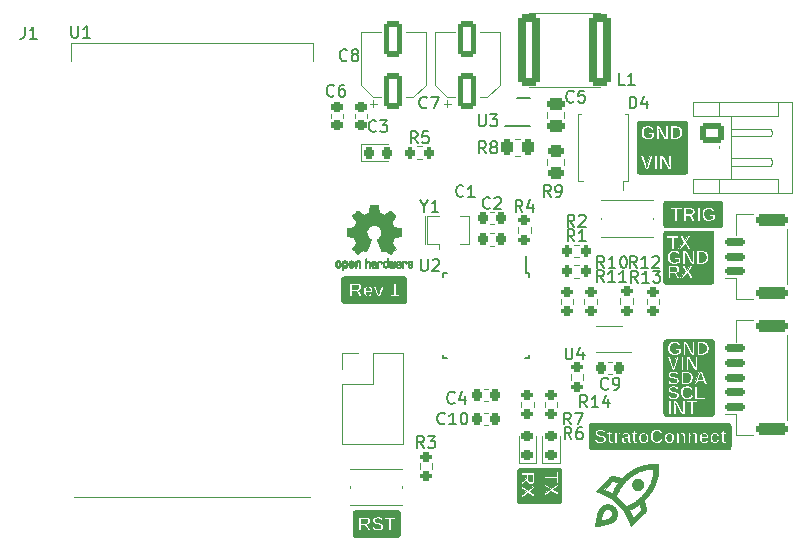
<source format=gto>
G04 #@! TF.GenerationSoftware,KiCad,Pcbnew,(6.0.5-0)*
G04 #@! TF.CreationDate,2023-06-15T15:10:14-04:00*
G04 #@! TF.ProjectId,stratoconnect,73747261-746f-4636-9f6e-6e6563742e6b,rev?*
G04 #@! TF.SameCoordinates,Original*
G04 #@! TF.FileFunction,Legend,Top*
G04 #@! TF.FilePolarity,Positive*
%FSLAX46Y46*%
G04 Gerber Fmt 4.6, Leading zero omitted, Abs format (unit mm)*
G04 Created by KiCad (PCBNEW (6.0.5-0)) date 2023-06-15 15:10:14*
%MOMM*%
%LPD*%
G01*
G04 APERTURE LIST*
G04 Aperture macros list*
%AMRoundRect*
0 Rectangle with rounded corners*
0 $1 Rounding radius*
0 $2 $3 $4 $5 $6 $7 $8 $9 X,Y pos of 4 corners*
0 Add a 4 corners polygon primitive as box body*
4,1,4,$2,$3,$4,$5,$6,$7,$8,$9,$2,$3,0*
0 Add four circle primitives for the rounded corners*
1,1,$1+$1,$2,$3*
1,1,$1+$1,$4,$5*
1,1,$1+$1,$6,$7*
1,1,$1+$1,$8,$9*
0 Add four rect primitives between the rounded corners*
20,1,$1+$1,$2,$3,$4,$5,0*
20,1,$1+$1,$4,$5,$6,$7,0*
20,1,$1+$1,$6,$7,$8,$9,0*
20,1,$1+$1,$8,$9,$2,$3,0*%
G04 Aperture macros list end*
%ADD10C,0.010000*%
%ADD11C,0.005000*%
%ADD12C,0.150000*%
%ADD13C,0.120000*%
%ADD14R,0.900000X1.000000*%
%ADD15RoundRect,0.200000X-0.275000X0.200000X-0.275000X-0.200000X0.275000X-0.200000X0.275000X0.200000X0*%
%ADD16RoundRect,0.150000X0.700000X-0.150000X0.700000X0.150000X-0.700000X0.150000X-0.700000X-0.150000X0*%
%ADD17RoundRect,0.250000X1.100000X-0.250000X1.100000X0.250000X-1.100000X0.250000X-1.100000X-0.250000X0*%
%ADD18RoundRect,0.250000X0.550000X-1.250000X0.550000X1.250000X-0.550000X1.250000X-0.550000X-1.250000X0*%
%ADD19RoundRect,0.200000X-0.200000X-0.275000X0.200000X-0.275000X0.200000X0.275000X-0.200000X0.275000X0*%
%ADD20RoundRect,0.250000X-0.475000X0.250000X-0.475000X-0.250000X0.475000X-0.250000X0.475000X0.250000X0*%
%ADD21RoundRect,0.200000X0.200000X0.275000X-0.200000X0.275000X-0.200000X-0.275000X0.200000X-0.275000X0*%
%ADD22RoundRect,0.225000X-0.225000X-0.250000X0.225000X-0.250000X0.225000X0.250000X-0.225000X0.250000X0*%
%ADD23R,0.400000X1.900000*%
%ADD24RoundRect,0.225000X0.225000X0.250000X-0.225000X0.250000X-0.225000X-0.250000X0.225000X-0.250000X0*%
%ADD25C,0.800000*%
%ADD26C,6.400000*%
%ADD27RoundRect,0.250000X-0.750000X0.600000X-0.750000X-0.600000X0.750000X-0.600000X0.750000X0.600000X0*%
%ADD28O,2.000000X1.700000*%
%ADD29R,4.190000X1.780000*%
%ADD30R,4.190000X2.665000*%
%ADD31R,1.700000X1.700000*%
%ADD32O,1.700000X1.700000*%
%ADD33R,2.400000X1.500000*%
%ADD34R,1.400000X0.450000*%
%ADD35R,1.700000X0.300000*%
%ADD36R,0.650000X0.350000*%
%ADD37RoundRect,0.250000X-0.262500X-0.450000X0.262500X-0.450000X0.262500X0.450000X-0.262500X0.450000X0*%
%ADD38R,0.800000X0.300000*%
%ADD39R,0.550000X1.600000*%
%ADD40R,1.600000X0.550000*%
%ADD41RoundRect,0.225000X-0.250000X0.225000X-0.250000X-0.225000X0.250000X-0.225000X0.250000X0.225000X0*%
%ADD42RoundRect,0.218750X0.256250X-0.218750X0.256250X0.218750X-0.256250X0.218750X-0.256250X-0.218750X0*%
%ADD43RoundRect,0.351852X0.598148X2.698148X-0.598148X2.698148X-0.598148X-2.698148X0.598148X-2.698148X0*%
%ADD44RoundRect,0.218750X-0.218750X-0.256250X0.218750X-0.256250X0.218750X0.256250X-0.218750X0.256250X0*%
%ADD45R,3.200000X4.900000*%
%ADD46R,0.950000X1.000000*%
%ADD47RoundRect,0.200000X0.275000X-0.200000X0.275000X0.200000X-0.275000X0.200000X-0.275000X-0.200000X0*%
%ADD48RoundRect,0.250000X-0.450000X0.262500X-0.450000X-0.262500X0.450000X-0.262500X0.450000X0.262500X0*%
G04 APERTURE END LIST*
D10*
G36*
X200555230Y-84009021D02*
G01*
X200577890Y-84013461D01*
X200598810Y-84020862D01*
X200618040Y-84031223D01*
X200635530Y-84044543D01*
X200651300Y-84060840D01*
X200665160Y-84080081D01*
X200676890Y-84102298D01*
X200686510Y-84127460D01*
X200693980Y-84155597D01*
X200699340Y-84186679D01*
X200702570Y-84220721D01*
X200360790Y-84220721D01*
X200362740Y-84188342D01*
X200366990Y-84158450D01*
X200373520Y-84131030D01*
X200382320Y-84106097D01*
X200393410Y-84083652D01*
X200406780Y-84063693D01*
X200422310Y-84046527D01*
X200439910Y-84032489D01*
X200459580Y-84021579D01*
X200481270Y-84013766D01*
X200505050Y-84009097D01*
X200530870Y-84007541D01*
X200555230Y-84009021D01*
G37*
X200555230Y-84009021D02*
X200577890Y-84013461D01*
X200598810Y-84020862D01*
X200618040Y-84031223D01*
X200635530Y-84044543D01*
X200651300Y-84060840D01*
X200665160Y-84080081D01*
X200676890Y-84102298D01*
X200686510Y-84127460D01*
X200693980Y-84155597D01*
X200699340Y-84186679D01*
X200702570Y-84220721D01*
X200360790Y-84220721D01*
X200362740Y-84188342D01*
X200366990Y-84158450D01*
X200373520Y-84131030D01*
X200382320Y-84106097D01*
X200393410Y-84083652D01*
X200406780Y-84063693D01*
X200422310Y-84046527D01*
X200439910Y-84032489D01*
X200459580Y-84021579D01*
X200481270Y-84013766D01*
X200505050Y-84009097D01*
X200530870Y-84007541D01*
X200555230Y-84009021D01*
D11*
G36*
X194954993Y-87833049D02*
G01*
X194978648Y-87834599D01*
X195001812Y-87837183D01*
X195024485Y-87840801D01*
X195046667Y-87845452D01*
X195068358Y-87851136D01*
X195089559Y-87857854D01*
X195110268Y-87865605D01*
X195130486Y-87874390D01*
X195150214Y-87884209D01*
X195169450Y-87895061D01*
X195188196Y-87906946D01*
X195206451Y-87919866D01*
X195224214Y-87933818D01*
X195241487Y-87948804D01*
X195258269Y-87964824D01*
X195274289Y-87981606D01*
X195289275Y-87998879D01*
X195303228Y-88016643D01*
X195316147Y-88034897D01*
X195328032Y-88053643D01*
X195338884Y-88072879D01*
X195348703Y-88092607D01*
X195357488Y-88112825D01*
X195365239Y-88133535D01*
X195371957Y-88154735D01*
X195377642Y-88176426D01*
X195382293Y-88198608D01*
X195385910Y-88221281D01*
X195388494Y-88244445D01*
X195390044Y-88268100D01*
X195390561Y-88292246D01*
X195390044Y-88316392D01*
X195388494Y-88340047D01*
X195385910Y-88363211D01*
X195382293Y-88385884D01*
X195377642Y-88408066D01*
X195371957Y-88429757D01*
X195365239Y-88450957D01*
X195357488Y-88471667D01*
X195348703Y-88491885D01*
X195338884Y-88511612D01*
X195328032Y-88530849D01*
X195316147Y-88549595D01*
X195303228Y-88567849D01*
X195289275Y-88585613D01*
X195274289Y-88602886D01*
X195258269Y-88619668D01*
X195241487Y-88635687D01*
X195224214Y-88650673D01*
X195206451Y-88664626D01*
X195188196Y-88677545D01*
X195169450Y-88689431D01*
X195150214Y-88700283D01*
X195130486Y-88710101D01*
X195110268Y-88718886D01*
X195089559Y-88726638D01*
X195068358Y-88733356D01*
X195046667Y-88739040D01*
X195024485Y-88743691D01*
X195001812Y-88747309D01*
X194978648Y-88749892D01*
X194954993Y-88751443D01*
X194930847Y-88751959D01*
X194906702Y-88751443D01*
X194883047Y-88749892D01*
X194859883Y-88747309D01*
X194837210Y-88743691D01*
X194815027Y-88739040D01*
X194793336Y-88733356D01*
X194772136Y-88726638D01*
X194751427Y-88718886D01*
X194731208Y-88710101D01*
X194711481Y-88700283D01*
X194692244Y-88689431D01*
X194673499Y-88677545D01*
X194655244Y-88664626D01*
X194637480Y-88650673D01*
X194620207Y-88635687D01*
X194603425Y-88619668D01*
X194587406Y-88602886D01*
X194572419Y-88585613D01*
X194558467Y-88567849D01*
X194545548Y-88549595D01*
X194533662Y-88530849D01*
X194522810Y-88511612D01*
X194512992Y-88491885D01*
X194504207Y-88471667D01*
X194496455Y-88450957D01*
X194489737Y-88429757D01*
X194484053Y-88408066D01*
X194479402Y-88385884D01*
X194475785Y-88363211D01*
X194473201Y-88340047D01*
X194471651Y-88316392D01*
X194471134Y-88292246D01*
X194471651Y-88268100D01*
X194473201Y-88244445D01*
X194475785Y-88221281D01*
X194479402Y-88198608D01*
X194484053Y-88176426D01*
X194489737Y-88154735D01*
X194496455Y-88133535D01*
X194504207Y-88112825D01*
X194512992Y-88092607D01*
X194522810Y-88072879D01*
X194533662Y-88053643D01*
X194545548Y-88034897D01*
X194558467Y-88016643D01*
X194572419Y-87998879D01*
X194587406Y-87981606D01*
X194603425Y-87964824D01*
X194620207Y-87948804D01*
X194637480Y-87933818D01*
X194655244Y-87919866D01*
X194673499Y-87906946D01*
X194692244Y-87895061D01*
X194711481Y-87884209D01*
X194731208Y-87874390D01*
X194751427Y-87865605D01*
X194772136Y-87857854D01*
X194793336Y-87851136D01*
X194815027Y-87845452D01*
X194837210Y-87840801D01*
X194859883Y-87837183D01*
X194883047Y-87834599D01*
X194906702Y-87833049D01*
X194930847Y-87832532D01*
X194954993Y-87833049D01*
G37*
X194954993Y-87833049D02*
X194978648Y-87834599D01*
X195001812Y-87837183D01*
X195024485Y-87840801D01*
X195046667Y-87845452D01*
X195068358Y-87851136D01*
X195089559Y-87857854D01*
X195110268Y-87865605D01*
X195130486Y-87874390D01*
X195150214Y-87884209D01*
X195169450Y-87895061D01*
X195188196Y-87906946D01*
X195206451Y-87919866D01*
X195224214Y-87933818D01*
X195241487Y-87948804D01*
X195258269Y-87964824D01*
X195274289Y-87981606D01*
X195289275Y-87998879D01*
X195303228Y-88016643D01*
X195316147Y-88034897D01*
X195328032Y-88053643D01*
X195338884Y-88072879D01*
X195348703Y-88092607D01*
X195357488Y-88112825D01*
X195365239Y-88133535D01*
X195371957Y-88154735D01*
X195377642Y-88176426D01*
X195382293Y-88198608D01*
X195385910Y-88221281D01*
X195388494Y-88244445D01*
X195390044Y-88268100D01*
X195390561Y-88292246D01*
X195390044Y-88316392D01*
X195388494Y-88340047D01*
X195385910Y-88363211D01*
X195382293Y-88385884D01*
X195377642Y-88408066D01*
X195371957Y-88429757D01*
X195365239Y-88450957D01*
X195357488Y-88471667D01*
X195348703Y-88491885D01*
X195338884Y-88511612D01*
X195328032Y-88530849D01*
X195316147Y-88549595D01*
X195303228Y-88567849D01*
X195289275Y-88585613D01*
X195274289Y-88602886D01*
X195258269Y-88619668D01*
X195241487Y-88635687D01*
X195224214Y-88650673D01*
X195206451Y-88664626D01*
X195188196Y-88677545D01*
X195169450Y-88689431D01*
X195150214Y-88700283D01*
X195130486Y-88710101D01*
X195110268Y-88718886D01*
X195089559Y-88726638D01*
X195068358Y-88733356D01*
X195046667Y-88739040D01*
X195024485Y-88743691D01*
X195001812Y-88747309D01*
X194978648Y-88749892D01*
X194954993Y-88751443D01*
X194930847Y-88751959D01*
X194906702Y-88751443D01*
X194883047Y-88749892D01*
X194859883Y-88747309D01*
X194837210Y-88743691D01*
X194815027Y-88739040D01*
X194793336Y-88733356D01*
X194772136Y-88726638D01*
X194751427Y-88718886D01*
X194731208Y-88710101D01*
X194711481Y-88700283D01*
X194692244Y-88689431D01*
X194673499Y-88677545D01*
X194655244Y-88664626D01*
X194637480Y-88650673D01*
X194620207Y-88635687D01*
X194603425Y-88619668D01*
X194587406Y-88602886D01*
X194572419Y-88585613D01*
X194558467Y-88567849D01*
X194545548Y-88549595D01*
X194533662Y-88530849D01*
X194522810Y-88511612D01*
X194512992Y-88491885D01*
X194504207Y-88471667D01*
X194496455Y-88450957D01*
X194489737Y-88429757D01*
X194484053Y-88408066D01*
X194479402Y-88385884D01*
X194475785Y-88363211D01*
X194473201Y-88340047D01*
X194471651Y-88316392D01*
X194471134Y-88292246D01*
X194471651Y-88268100D01*
X194473201Y-88244445D01*
X194475785Y-88221281D01*
X194479402Y-88198608D01*
X194484053Y-88176426D01*
X194489737Y-88154735D01*
X194496455Y-88133535D01*
X194504207Y-88112825D01*
X194512992Y-88092607D01*
X194522810Y-88072879D01*
X194533662Y-88053643D01*
X194545548Y-88034897D01*
X194558467Y-88016643D01*
X194572419Y-87998879D01*
X194587406Y-87981606D01*
X194603425Y-87964824D01*
X194620207Y-87948804D01*
X194637480Y-87933818D01*
X194655244Y-87919866D01*
X194673499Y-87906946D01*
X194692244Y-87895061D01*
X194711481Y-87884209D01*
X194731208Y-87874390D01*
X194751427Y-87865605D01*
X194772136Y-87857854D01*
X194793336Y-87851136D01*
X194815027Y-87845452D01*
X194837210Y-87840801D01*
X194859883Y-87837183D01*
X194883047Y-87834599D01*
X194906702Y-87833049D01*
X194930847Y-87832532D01*
X194954993Y-87833049D01*
D10*
G36*
X186000345Y-87809134D02*
G01*
X185995752Y-87873770D01*
X185981989Y-87926672D01*
X185959055Y-87967810D01*
X185926920Y-87997198D01*
X185885629Y-88014822D01*
X185835153Y-88020697D01*
X185808771Y-88019247D01*
X185784433Y-88014914D01*
X185762125Y-88007681D01*
X185741846Y-87997549D01*
X185723596Y-87984534D01*
X185707391Y-87968619D01*
X185693460Y-87949911D01*
X185682077Y-87928473D01*
X185673212Y-87904333D01*
X185666895Y-87877478D01*
X185663095Y-87847922D01*
X185661829Y-87815649D01*
X185661829Y-87501532D01*
X186000345Y-87501532D01*
X186000345Y-87809134D01*
G37*
X186000345Y-87809134D02*
X185995752Y-87873770D01*
X185981989Y-87926672D01*
X185959055Y-87967810D01*
X185926920Y-87997198D01*
X185885629Y-88014822D01*
X185835153Y-88020697D01*
X185808771Y-88019247D01*
X185784433Y-88014914D01*
X185762125Y-88007681D01*
X185741846Y-87997549D01*
X185723596Y-87984534D01*
X185707391Y-87968619D01*
X185693460Y-87949911D01*
X185682077Y-87928473D01*
X185673212Y-87904333D01*
X185666895Y-87877478D01*
X185663095Y-87847922D01*
X185661829Y-87815649D01*
X185661829Y-87501532D01*
X186000345Y-87501532D01*
X186000345Y-87809134D01*
G36*
X188264110Y-86903080D02*
G01*
X188302240Y-86912240D01*
X188338490Y-86927250D01*
X188371940Y-86947760D01*
X188401770Y-86973230D01*
X188427240Y-87003060D01*
X188447750Y-87036510D01*
X188462760Y-87072760D01*
X188471920Y-87110890D01*
X188475000Y-87150000D01*
X188475000Y-89650000D01*
X188471920Y-89689110D01*
X188462760Y-89727240D01*
X188447750Y-89763490D01*
X188427240Y-89796940D01*
X188401770Y-89826770D01*
X188371940Y-89852240D01*
X188338490Y-89872750D01*
X188302240Y-89887760D01*
X188264110Y-89896920D01*
X188225000Y-89900000D01*
X184975000Y-89900000D01*
X184935890Y-89896920D01*
X184897760Y-89887760D01*
X184861510Y-89872750D01*
X184828060Y-89852240D01*
X184798230Y-89826770D01*
X184772760Y-89796940D01*
X184752250Y-89763490D01*
X184737240Y-89727240D01*
X184728080Y-89689110D01*
X184725000Y-89650000D01*
X184725000Y-88340048D01*
X185040140Y-88340048D01*
X185040140Y-88593924D01*
X185496650Y-88882010D01*
X185040140Y-89170065D01*
X185040140Y-89422320D01*
X185643106Y-89040686D01*
X186186700Y-89388968D01*
X186186700Y-89136710D01*
X185781442Y-88882010D01*
X186186700Y-88627295D01*
X186186700Y-88373404D01*
X185643106Y-88737158D01*
X185040140Y-88340048D01*
X184725000Y-88340048D01*
X184725000Y-87501532D01*
X185040140Y-87501532D01*
X185475490Y-87501532D01*
X185475490Y-87783087D01*
X185040140Y-88049185D01*
X185040140Y-88319357D01*
X185521880Y-88009314D01*
X185532750Y-88046774D01*
X185546960Y-88081549D01*
X185564490Y-88113669D01*
X185585350Y-88143118D01*
X185609506Y-88169913D01*
X185637003Y-88194022D01*
X185667078Y-88214911D01*
X185698984Y-88232016D01*
X185732721Y-88245306D01*
X185768289Y-88254797D01*
X185805688Y-88260489D01*
X185844919Y-88262396D01*
X185897852Y-88259299D01*
X185946497Y-88250006D01*
X185990884Y-88234518D01*
X186031000Y-88212836D01*
X186066827Y-88184973D01*
X186091032Y-88158850D01*
X187040140Y-88158850D01*
X187040140Y-88412741D01*
X187496652Y-88700812D01*
X187040140Y-88988867D01*
X187040140Y-89241125D01*
X187643110Y-88859488D01*
X188186700Y-89207770D01*
X188186700Y-88955511D01*
X187781440Y-88700812D01*
X188186700Y-88446097D01*
X188186700Y-88192206D01*
X187643110Y-88555960D01*
X187040140Y-88158850D01*
X186091032Y-88158850D01*
X186098398Y-88150900D01*
X186125375Y-88111136D01*
X186147455Y-88066183D01*
X186164621Y-88016028D01*
X186176889Y-87960669D01*
X186184244Y-87900107D01*
X186186700Y-87834357D01*
X186186700Y-87779013D01*
X187040140Y-87779013D01*
X188001170Y-87779013D01*
X188001170Y-88150092D01*
X188186700Y-88150092D01*
X188186700Y-87168710D01*
X188001170Y-87168710D01*
X188001170Y-87538962D01*
X187040140Y-87538962D01*
X187040140Y-87779013D01*
X186186700Y-87779013D01*
X186186700Y-87261470D01*
X185040140Y-87261470D01*
X185040140Y-87501532D01*
X184725000Y-87501532D01*
X184725000Y-87150000D01*
X184728080Y-87110890D01*
X184737240Y-87072760D01*
X184752250Y-87036510D01*
X184772760Y-87003060D01*
X184798230Y-86973230D01*
X184828060Y-86947760D01*
X184861510Y-86927250D01*
X184897760Y-86912240D01*
X184935890Y-86903080D01*
X184975000Y-86900000D01*
X188225000Y-86900000D01*
X188264110Y-86903080D01*
G37*
X188264110Y-86903080D02*
X188302240Y-86912240D01*
X188338490Y-86927250D01*
X188371940Y-86947760D01*
X188401770Y-86973230D01*
X188427240Y-87003060D01*
X188447750Y-87036510D01*
X188462760Y-87072760D01*
X188471920Y-87110890D01*
X188475000Y-87150000D01*
X188475000Y-89650000D01*
X188471920Y-89689110D01*
X188462760Y-89727240D01*
X188447750Y-89763490D01*
X188427240Y-89796940D01*
X188401770Y-89826770D01*
X188371940Y-89852240D01*
X188338490Y-89872750D01*
X188302240Y-89887760D01*
X188264110Y-89896920D01*
X188225000Y-89900000D01*
X184975000Y-89900000D01*
X184935890Y-89896920D01*
X184897760Y-89887760D01*
X184861510Y-89872750D01*
X184828060Y-89852240D01*
X184798230Y-89826770D01*
X184772760Y-89796940D01*
X184752250Y-89763490D01*
X184737240Y-89727240D01*
X184728080Y-89689110D01*
X184725000Y-89650000D01*
X184725000Y-88340048D01*
X185040140Y-88340048D01*
X185040140Y-88593924D01*
X185496650Y-88882010D01*
X185040140Y-89170065D01*
X185040140Y-89422320D01*
X185643106Y-89040686D01*
X186186700Y-89388968D01*
X186186700Y-89136710D01*
X185781442Y-88882010D01*
X186186700Y-88627295D01*
X186186700Y-88373404D01*
X185643106Y-88737158D01*
X185040140Y-88340048D01*
X184725000Y-88340048D01*
X184725000Y-87501532D01*
X185040140Y-87501532D01*
X185475490Y-87501532D01*
X185475490Y-87783087D01*
X185040140Y-88049185D01*
X185040140Y-88319357D01*
X185521880Y-88009314D01*
X185532750Y-88046774D01*
X185546960Y-88081549D01*
X185564490Y-88113669D01*
X185585350Y-88143118D01*
X185609506Y-88169913D01*
X185637003Y-88194022D01*
X185667078Y-88214911D01*
X185698984Y-88232016D01*
X185732721Y-88245306D01*
X185768289Y-88254797D01*
X185805688Y-88260489D01*
X185844919Y-88262396D01*
X185897852Y-88259299D01*
X185946497Y-88250006D01*
X185990884Y-88234518D01*
X186031000Y-88212836D01*
X186066827Y-88184973D01*
X186091032Y-88158850D01*
X187040140Y-88158850D01*
X187040140Y-88412741D01*
X187496652Y-88700812D01*
X187040140Y-88988867D01*
X187040140Y-89241125D01*
X187643110Y-88859488D01*
X188186700Y-89207770D01*
X188186700Y-88955511D01*
X187781440Y-88700812D01*
X188186700Y-88446097D01*
X188186700Y-88192206D01*
X187643110Y-88555960D01*
X187040140Y-88158850D01*
X186091032Y-88158850D01*
X186098398Y-88150900D01*
X186125375Y-88111136D01*
X186147455Y-88066183D01*
X186164621Y-88016028D01*
X186176889Y-87960669D01*
X186184244Y-87900107D01*
X186186700Y-87834357D01*
X186186700Y-87779013D01*
X187040140Y-87779013D01*
X188001170Y-87779013D01*
X188001170Y-88150092D01*
X188186700Y-88150092D01*
X188186700Y-87168710D01*
X188001170Y-87168710D01*
X188001170Y-87538962D01*
X187040140Y-87538962D01*
X187040140Y-87779013D01*
X186186700Y-87779013D01*
X186186700Y-87261470D01*
X185040140Y-87261470D01*
X185040140Y-87501532D01*
X184725000Y-87501532D01*
X184725000Y-87150000D01*
X184728080Y-87110890D01*
X184737240Y-87072760D01*
X184752250Y-87036510D01*
X184772760Y-87003060D01*
X184798230Y-86973230D01*
X184828060Y-86947760D01*
X184861510Y-86927250D01*
X184897760Y-86912240D01*
X184935890Y-86903080D01*
X184975000Y-86900000D01*
X188225000Y-86900000D01*
X188264110Y-86903080D01*
G36*
X198079742Y-69894785D02*
G01*
X198132642Y-69908548D01*
X198173782Y-69931482D01*
X198203172Y-69963617D01*
X198220792Y-70004908D01*
X198226672Y-70055387D01*
X198225222Y-70081767D01*
X198220882Y-70106107D01*
X198213652Y-70128417D01*
X198203522Y-70148687D01*
X198190502Y-70166937D01*
X198174592Y-70183147D01*
X198155882Y-70197077D01*
X198134442Y-70208457D01*
X198110302Y-70217327D01*
X198083452Y-70223647D01*
X198053892Y-70227437D01*
X198021622Y-70228707D01*
X197707502Y-70228707D01*
X197707502Y-69890192D01*
X198015102Y-69890192D01*
X198079742Y-69894785D01*
G37*
X198079742Y-69894785D02*
X198132642Y-69908548D01*
X198173782Y-69931482D01*
X198203172Y-69963617D01*
X198220792Y-70004908D01*
X198226672Y-70055387D01*
X198225222Y-70081767D01*
X198220882Y-70106107D01*
X198213652Y-70128417D01*
X198203522Y-70148687D01*
X198190502Y-70166937D01*
X198174592Y-70183147D01*
X198155882Y-70197077D01*
X198134442Y-70208457D01*
X198110302Y-70217327D01*
X198083452Y-70223647D01*
X198053892Y-70227437D01*
X198021622Y-70228707D01*
X197707502Y-70228707D01*
X197707502Y-69890192D01*
X198015102Y-69890192D01*
X198079742Y-69894785D01*
G36*
X194040510Y-84397311D02*
G01*
X194039810Y-84416400D01*
X194037700Y-84435153D01*
X194034190Y-84453555D01*
X194029290Y-84471622D01*
X194022990Y-84489368D01*
X194015290Y-84506747D01*
X194006340Y-84523364D01*
X193996330Y-84538715D01*
X193985270Y-84552829D01*
X193973140Y-84565707D01*
X193959960Y-84577335D01*
X193945710Y-84587726D01*
X193930660Y-84596683D01*
X193915100Y-84604007D01*
X193899010Y-84609698D01*
X193882410Y-84613773D01*
X193865280Y-84616214D01*
X193847640Y-84617023D01*
X193832170Y-84616168D01*
X193817760Y-84613635D01*
X193804410Y-84609393D01*
X193792130Y-84603458D01*
X193780910Y-84595828D01*
X193770750Y-84586505D01*
X193761910Y-84575443D01*
X193754700Y-84562595D01*
X193749080Y-84547946D01*
X193745070Y-84531528D01*
X193742660Y-84513324D01*
X193741860Y-84493320D01*
X193742350Y-84477603D01*
X193743800Y-84462955D01*
X193746230Y-84449390D01*
X193749630Y-84436923D01*
X193754010Y-84425525D01*
X193759350Y-84415225D01*
X193765620Y-84405872D01*
X193772780Y-84397357D01*
X193780820Y-84389682D01*
X193789730Y-84382846D01*
X193799530Y-84376849D01*
X193810210Y-84371677D01*
X193822610Y-84367236D01*
X193837610Y-84363406D01*
X193855180Y-84360187D01*
X193875320Y-84357578D01*
X193898020Y-84355579D01*
X193923320Y-84354190D01*
X194040510Y-84352557D01*
X194040510Y-84397311D01*
G37*
X194040510Y-84397311D02*
X194039810Y-84416400D01*
X194037700Y-84435153D01*
X194034190Y-84453555D01*
X194029290Y-84471622D01*
X194022990Y-84489368D01*
X194015290Y-84506747D01*
X194006340Y-84523364D01*
X193996330Y-84538715D01*
X193985270Y-84552829D01*
X193973140Y-84565707D01*
X193959960Y-84577335D01*
X193945710Y-84587726D01*
X193930660Y-84596683D01*
X193915100Y-84604007D01*
X193899010Y-84609698D01*
X193882410Y-84613773D01*
X193865280Y-84616214D01*
X193847640Y-84617023D01*
X193832170Y-84616168D01*
X193817760Y-84613635D01*
X193804410Y-84609393D01*
X193792130Y-84603458D01*
X193780910Y-84595828D01*
X193770750Y-84586505D01*
X193761910Y-84575443D01*
X193754700Y-84562595D01*
X193749080Y-84547946D01*
X193745070Y-84531528D01*
X193742660Y-84513324D01*
X193741860Y-84493320D01*
X193742350Y-84477603D01*
X193743800Y-84462955D01*
X193746230Y-84449390D01*
X193749630Y-84436923D01*
X193754010Y-84425525D01*
X193759350Y-84415225D01*
X193765620Y-84405872D01*
X193772780Y-84397357D01*
X193780820Y-84389682D01*
X193789730Y-84382846D01*
X193799530Y-84376849D01*
X193810210Y-84371677D01*
X193822610Y-84367236D01*
X193837610Y-84363406D01*
X193855180Y-84360187D01*
X193875320Y-84357578D01*
X193898020Y-84355579D01*
X193923320Y-84354190D01*
X194040510Y-84352557D01*
X194040510Y-84397311D01*
G36*
X194878080Y-57710890D02*
G01*
X194887240Y-57672760D01*
X194902250Y-57636510D01*
X194922760Y-57603060D01*
X194948230Y-57573230D01*
X194978060Y-57547760D01*
X195011510Y-57527250D01*
X195047760Y-57512240D01*
X195085890Y-57503080D01*
X195125000Y-57500000D01*
X198875000Y-57500000D01*
X198914110Y-57503080D01*
X198952240Y-57512240D01*
X198988490Y-57527250D01*
X199021940Y-57547760D01*
X199051770Y-57573230D01*
X199077240Y-57603060D01*
X199097750Y-57636510D01*
X199112760Y-57672760D01*
X199121920Y-57710890D01*
X199125000Y-57750000D01*
X199125000Y-61750000D01*
X199121920Y-61789110D01*
X199112760Y-61827240D01*
X199097750Y-61863490D01*
X199077240Y-61896940D01*
X199051770Y-61926770D01*
X199021940Y-61952240D01*
X198988490Y-61972750D01*
X198952240Y-61987760D01*
X198914110Y-61996920D01*
X198875000Y-62000000D01*
X195125000Y-62000000D01*
X195085890Y-61996920D01*
X195047760Y-61987760D01*
X195011510Y-61972750D01*
X194978060Y-61952240D01*
X194948230Y-61926770D01*
X194922760Y-61896940D01*
X194902250Y-61863490D01*
X194887240Y-61827240D01*
X194878080Y-61789110D01*
X194875000Y-61750000D01*
X194875000Y-60433289D01*
X195136380Y-60433289D01*
X195560350Y-61579850D01*
X195803670Y-61579850D01*
X196322067Y-61579850D01*
X196562134Y-61579850D01*
X196774277Y-61579850D01*
X196987488Y-61579850D01*
X196987488Y-60903640D01*
X196987076Y-60876210D01*
X196985855Y-60845960D01*
X196983826Y-60812910D01*
X196980972Y-60777050D01*
X196977310Y-60738403D01*
X196972839Y-60696945D01*
X197472473Y-61579850D01*
X197754044Y-61579850D01*
X197754044Y-60433289D01*
X197540833Y-60433289D01*
X197540833Y-61099750D01*
X197541245Y-61133990D01*
X197542465Y-61169450D01*
X197544495Y-61206150D01*
X197547348Y-61244050D01*
X197551010Y-61283170D01*
X197555481Y-61323520D01*
X197048508Y-60433289D01*
X196774277Y-60433289D01*
X196774277Y-61579850D01*
X196562134Y-61579850D01*
X196562134Y-60433289D01*
X196322067Y-60433289D01*
X196322067Y-61579850D01*
X195803670Y-61579850D01*
X196225189Y-60433289D01*
X195976990Y-60433289D01*
X195741820Y-61169720D01*
X195700300Y-61316210D01*
X195683230Y-61386180D01*
X195670930Y-61339940D01*
X195659530Y-61297760D01*
X195649050Y-61259640D01*
X195639470Y-61225600D01*
X195630780Y-61195630D01*
X195623000Y-61169720D01*
X195387020Y-60433289D01*
X195136380Y-60433289D01*
X194875000Y-60433289D01*
X194875000Y-58461690D01*
X195193340Y-58461690D01*
X195197530Y-58553010D01*
X195210070Y-58637130D01*
X195230970Y-58714040D01*
X195260250Y-58783737D01*
X195297880Y-58846237D01*
X195343890Y-58901505D01*
X195397660Y-58948868D01*
X195458630Y-58987625D01*
X195526780Y-59017776D01*
X195602110Y-59039307D01*
X195684650Y-59052216D01*
X195774350Y-59056519D01*
X195827410Y-59055054D01*
X195879650Y-59050644D01*
X195931110Y-59043304D01*
X195946143Y-59040253D01*
X196502472Y-59040253D01*
X196715683Y-59040253D01*
X196715683Y-58364040D01*
X196715271Y-58336610D01*
X196714050Y-58306350D01*
X196712021Y-58273320D01*
X196709167Y-58237460D01*
X196705505Y-58198810D01*
X196701035Y-58157350D01*
X197200668Y-59040253D01*
X197482239Y-59040253D01*
X197677872Y-59040253D01*
X198141710Y-59040253D01*
X198195480Y-59038315D01*
X198247190Y-59032471D01*
X198296840Y-59022751D01*
X198344440Y-59009155D01*
X198389970Y-58991653D01*
X198433440Y-58970276D01*
X198474290Y-58945206D01*
X198511930Y-58916702D01*
X198546360Y-58884720D01*
X198577580Y-58849289D01*
X198605580Y-58810410D01*
X198630370Y-58768051D01*
X198651630Y-58722720D01*
X198669020Y-58674880D01*
X198682560Y-58624530D01*
X198692210Y-58571670D01*
X198698010Y-58516300D01*
X198699950Y-58458440D01*
X198695540Y-58371080D01*
X198682310Y-58290760D01*
X198660280Y-58217470D01*
X198629430Y-58151200D01*
X198589750Y-58091960D01*
X198541260Y-58039760D01*
X198484730Y-57995130D01*
X198420930Y-57958620D01*
X198349840Y-57930210D01*
X198271470Y-57909930D01*
X198185820Y-57897750D01*
X198092900Y-57893690D01*
X197677872Y-57893690D01*
X197677872Y-59040253D01*
X197482239Y-59040253D01*
X197482239Y-57893690D01*
X197269028Y-57893690D01*
X197269028Y-58560150D01*
X197269440Y-58594390D01*
X197270660Y-58629850D01*
X197272690Y-58666530D01*
X197275543Y-58704440D01*
X197279205Y-58743580D01*
X197283676Y-58783920D01*
X196776703Y-57893690D01*
X196502472Y-57893690D01*
X196502472Y-59040253D01*
X195946143Y-59040253D01*
X195981780Y-59033020D01*
X196031647Y-59019806D01*
X196080734Y-59003647D01*
X196127899Y-58984879D01*
X196172012Y-58963852D01*
X196213074Y-58940567D01*
X196251083Y-58915024D01*
X196286041Y-58887222D01*
X196317947Y-58857162D01*
X196317947Y-58435650D01*
X195818300Y-58435650D01*
X195818300Y-58613020D01*
X196098236Y-58613020D01*
X196098236Y-58771713D01*
X196081131Y-58785400D01*
X196061798Y-58798248D01*
X196040253Y-58810272D01*
X196016495Y-58821442D01*
X195990520Y-58831787D01*
X195962340Y-58841293D01*
X195932890Y-58849625D01*
X195903120Y-58856445D01*
X195873030Y-58861740D01*
X195842620Y-58865524D01*
X195811900Y-58867798D01*
X195780880Y-58868561D01*
X195728130Y-58865601D01*
X195679470Y-58856750D01*
X195634920Y-58842010D01*
X195594440Y-58821350D01*
X195558060Y-58794800D01*
X195525770Y-58762360D01*
X195498050Y-58724500D01*
X195475360Y-58681750D01*
X195457720Y-58634080D01*
X195445110Y-58581510D01*
X195437560Y-58524050D01*
X195435040Y-58461690D01*
X195437480Y-58400410D01*
X195444790Y-58344060D01*
X195457000Y-58292630D01*
X195474090Y-58246140D01*
X195496060Y-58204570D01*
X195522920Y-58167920D01*
X195554470Y-58136600D01*
X195590550Y-58110960D01*
X195631150Y-58091030D01*
X195676250Y-58076800D01*
X195725910Y-58068250D01*
X195780060Y-58065400D01*
X195813770Y-58066650D01*
X195845980Y-58070370D01*
X195876690Y-58076580D01*
X195905910Y-58085300D01*
X195933650Y-58096480D01*
X195959900Y-58110150D01*
X195984270Y-58126250D01*
X196006378Y-58144700D01*
X196026215Y-58165500D01*
X196043808Y-58188630D01*
X196059128Y-58214130D01*
X196072205Y-58241970D01*
X196293533Y-58175250D01*
X196248764Y-58084000D01*
X196187668Y-58009340D01*
X196110245Y-57951260D01*
X196016495Y-57909790D01*
X195906430Y-57884900D01*
X195780060Y-57876600D01*
X195689090Y-57880800D01*
X195605470Y-57893370D01*
X195529220Y-57914340D01*
X195460340Y-57943700D01*
X195398830Y-57981450D01*
X195344700Y-58027560D01*
X195298450Y-58081560D01*
X195260620Y-58142880D01*
X195231190Y-58211560D01*
X195210160Y-58287600D01*
X195197560Y-58370970D01*
X195193340Y-58461690D01*
X194875000Y-58461690D01*
X194875000Y-57750000D01*
X194878080Y-57710890D01*
G37*
X194878080Y-57710890D02*
X194887240Y-57672760D01*
X194902250Y-57636510D01*
X194922760Y-57603060D01*
X194948230Y-57573230D01*
X194978060Y-57547760D01*
X195011510Y-57527250D01*
X195047760Y-57512240D01*
X195085890Y-57503080D01*
X195125000Y-57500000D01*
X198875000Y-57500000D01*
X198914110Y-57503080D01*
X198952240Y-57512240D01*
X198988490Y-57527250D01*
X199021940Y-57547760D01*
X199051770Y-57573230D01*
X199077240Y-57603060D01*
X199097750Y-57636510D01*
X199112760Y-57672760D01*
X199121920Y-57710890D01*
X199125000Y-57750000D01*
X199125000Y-61750000D01*
X199121920Y-61789110D01*
X199112760Y-61827240D01*
X199097750Y-61863490D01*
X199077240Y-61896940D01*
X199051770Y-61926770D01*
X199021940Y-61952240D01*
X198988490Y-61972750D01*
X198952240Y-61987760D01*
X198914110Y-61996920D01*
X198875000Y-62000000D01*
X195125000Y-62000000D01*
X195085890Y-61996920D01*
X195047760Y-61987760D01*
X195011510Y-61972750D01*
X194978060Y-61952240D01*
X194948230Y-61926770D01*
X194922760Y-61896940D01*
X194902250Y-61863490D01*
X194887240Y-61827240D01*
X194878080Y-61789110D01*
X194875000Y-61750000D01*
X194875000Y-60433289D01*
X195136380Y-60433289D01*
X195560350Y-61579850D01*
X195803670Y-61579850D01*
X196322067Y-61579850D01*
X196562134Y-61579850D01*
X196774277Y-61579850D01*
X196987488Y-61579850D01*
X196987488Y-60903640D01*
X196987076Y-60876210D01*
X196985855Y-60845960D01*
X196983826Y-60812910D01*
X196980972Y-60777050D01*
X196977310Y-60738403D01*
X196972839Y-60696945D01*
X197472473Y-61579850D01*
X197754044Y-61579850D01*
X197754044Y-60433289D01*
X197540833Y-60433289D01*
X197540833Y-61099750D01*
X197541245Y-61133990D01*
X197542465Y-61169450D01*
X197544495Y-61206150D01*
X197547348Y-61244050D01*
X197551010Y-61283170D01*
X197555481Y-61323520D01*
X197048508Y-60433289D01*
X196774277Y-60433289D01*
X196774277Y-61579850D01*
X196562134Y-61579850D01*
X196562134Y-60433289D01*
X196322067Y-60433289D01*
X196322067Y-61579850D01*
X195803670Y-61579850D01*
X196225189Y-60433289D01*
X195976990Y-60433289D01*
X195741820Y-61169720D01*
X195700300Y-61316210D01*
X195683230Y-61386180D01*
X195670930Y-61339940D01*
X195659530Y-61297760D01*
X195649050Y-61259640D01*
X195639470Y-61225600D01*
X195630780Y-61195630D01*
X195623000Y-61169720D01*
X195387020Y-60433289D01*
X195136380Y-60433289D01*
X194875000Y-60433289D01*
X194875000Y-58461690D01*
X195193340Y-58461690D01*
X195197530Y-58553010D01*
X195210070Y-58637130D01*
X195230970Y-58714040D01*
X195260250Y-58783737D01*
X195297880Y-58846237D01*
X195343890Y-58901505D01*
X195397660Y-58948868D01*
X195458630Y-58987625D01*
X195526780Y-59017776D01*
X195602110Y-59039307D01*
X195684650Y-59052216D01*
X195774350Y-59056519D01*
X195827410Y-59055054D01*
X195879650Y-59050644D01*
X195931110Y-59043304D01*
X195946143Y-59040253D01*
X196502472Y-59040253D01*
X196715683Y-59040253D01*
X196715683Y-58364040D01*
X196715271Y-58336610D01*
X196714050Y-58306350D01*
X196712021Y-58273320D01*
X196709167Y-58237460D01*
X196705505Y-58198810D01*
X196701035Y-58157350D01*
X197200668Y-59040253D01*
X197482239Y-59040253D01*
X197677872Y-59040253D01*
X198141710Y-59040253D01*
X198195480Y-59038315D01*
X198247190Y-59032471D01*
X198296840Y-59022751D01*
X198344440Y-59009155D01*
X198389970Y-58991653D01*
X198433440Y-58970276D01*
X198474290Y-58945206D01*
X198511930Y-58916702D01*
X198546360Y-58884720D01*
X198577580Y-58849289D01*
X198605580Y-58810410D01*
X198630370Y-58768051D01*
X198651630Y-58722720D01*
X198669020Y-58674880D01*
X198682560Y-58624530D01*
X198692210Y-58571670D01*
X198698010Y-58516300D01*
X198699950Y-58458440D01*
X198695540Y-58371080D01*
X198682310Y-58290760D01*
X198660280Y-58217470D01*
X198629430Y-58151200D01*
X198589750Y-58091960D01*
X198541260Y-58039760D01*
X198484730Y-57995130D01*
X198420930Y-57958620D01*
X198349840Y-57930210D01*
X198271470Y-57909930D01*
X198185820Y-57897750D01*
X198092900Y-57893690D01*
X197677872Y-57893690D01*
X197677872Y-59040253D01*
X197482239Y-59040253D01*
X197482239Y-57893690D01*
X197269028Y-57893690D01*
X197269028Y-58560150D01*
X197269440Y-58594390D01*
X197270660Y-58629850D01*
X197272690Y-58666530D01*
X197275543Y-58704440D01*
X197279205Y-58743580D01*
X197283676Y-58783920D01*
X196776703Y-57893690D01*
X196502472Y-57893690D01*
X196502472Y-59040253D01*
X195946143Y-59040253D01*
X195981780Y-59033020D01*
X196031647Y-59019806D01*
X196080734Y-59003647D01*
X196127899Y-58984879D01*
X196172012Y-58963852D01*
X196213074Y-58940567D01*
X196251083Y-58915024D01*
X196286041Y-58887222D01*
X196317947Y-58857162D01*
X196317947Y-58435650D01*
X195818300Y-58435650D01*
X195818300Y-58613020D01*
X196098236Y-58613020D01*
X196098236Y-58771713D01*
X196081131Y-58785400D01*
X196061798Y-58798248D01*
X196040253Y-58810272D01*
X196016495Y-58821442D01*
X195990520Y-58831787D01*
X195962340Y-58841293D01*
X195932890Y-58849625D01*
X195903120Y-58856445D01*
X195873030Y-58861740D01*
X195842620Y-58865524D01*
X195811900Y-58867798D01*
X195780880Y-58868561D01*
X195728130Y-58865601D01*
X195679470Y-58856750D01*
X195634920Y-58842010D01*
X195594440Y-58821350D01*
X195558060Y-58794800D01*
X195525770Y-58762360D01*
X195498050Y-58724500D01*
X195475360Y-58681750D01*
X195457720Y-58634080D01*
X195445110Y-58581510D01*
X195437560Y-58524050D01*
X195435040Y-58461690D01*
X195437480Y-58400410D01*
X195444790Y-58344060D01*
X195457000Y-58292630D01*
X195474090Y-58246140D01*
X195496060Y-58204570D01*
X195522920Y-58167920D01*
X195554470Y-58136600D01*
X195590550Y-58110960D01*
X195631150Y-58091030D01*
X195676250Y-58076800D01*
X195725910Y-58068250D01*
X195780060Y-58065400D01*
X195813770Y-58066650D01*
X195845980Y-58070370D01*
X195876690Y-58076580D01*
X195905910Y-58085300D01*
X195933650Y-58096480D01*
X195959900Y-58110150D01*
X195984270Y-58126250D01*
X196006378Y-58144700D01*
X196026215Y-58165500D01*
X196043808Y-58188630D01*
X196059128Y-58214130D01*
X196072205Y-58241970D01*
X196293533Y-58175250D01*
X196248764Y-58084000D01*
X196187668Y-58009340D01*
X196110245Y-57951260D01*
X196016495Y-57909790D01*
X195906430Y-57884900D01*
X195780060Y-57876600D01*
X195689090Y-57880800D01*
X195605470Y-57893370D01*
X195529220Y-57914340D01*
X195460340Y-57943700D01*
X195398830Y-57981450D01*
X195344700Y-58027560D01*
X195298450Y-58081560D01*
X195260620Y-58142880D01*
X195231190Y-58211560D01*
X195210160Y-58287600D01*
X195197560Y-58370970D01*
X195193340Y-58461690D01*
X194875000Y-58461690D01*
X194875000Y-57750000D01*
X194878080Y-57710890D01*
G36*
X200376102Y-68642450D02*
G01*
X200428662Y-68650553D01*
X200476652Y-68664057D01*
X200520062Y-68682978D01*
X200558932Y-68707285D01*
X200593212Y-68736994D01*
X200622562Y-68771845D01*
X200646562Y-68811548D01*
X200665242Y-68856119D01*
X200678572Y-68905542D01*
X200686572Y-68959818D01*
X200689242Y-69018961D01*
X200686702Y-69077860D01*
X200679122Y-69132517D01*
X200666462Y-69182917D01*
X200648742Y-69229075D01*
X200625942Y-69270990D01*
X200598102Y-69308649D01*
X200565962Y-69341227D01*
X200530292Y-69367869D01*
X200491092Y-69388605D01*
X200448362Y-69403406D01*
X200402112Y-69412287D01*
X200352342Y-69415247D01*
X200148910Y-69415247D01*
X200148910Y-68639750D01*
X200318982Y-68639750D01*
X200376102Y-68642450D01*
G37*
X200376102Y-68642450D02*
X200428662Y-68650553D01*
X200476652Y-68664057D01*
X200520062Y-68682978D01*
X200558932Y-68707285D01*
X200593212Y-68736994D01*
X200622562Y-68771845D01*
X200646562Y-68811548D01*
X200665242Y-68856119D01*
X200678572Y-68905542D01*
X200686572Y-68959818D01*
X200689242Y-69018961D01*
X200686702Y-69077860D01*
X200679122Y-69132517D01*
X200666462Y-69182917D01*
X200648742Y-69229075D01*
X200625942Y-69270990D01*
X200598102Y-69308649D01*
X200565962Y-69341227D01*
X200530292Y-69367869D01*
X200491092Y-69388605D01*
X200448362Y-69403406D01*
X200402112Y-69412287D01*
X200352342Y-69415247D01*
X200148910Y-69415247D01*
X200148910Y-68639750D01*
X200318982Y-68639750D01*
X200376102Y-68642450D01*
D11*
G36*
X192315402Y-89254668D02*
G01*
X193088686Y-89254668D01*
X193968425Y-90134407D01*
X194061960Y-90090689D01*
X194154047Y-90045524D01*
X194244688Y-89998912D01*
X194333881Y-89950852D01*
X194421628Y-89901346D01*
X194507927Y-89850394D01*
X194592780Y-89797994D01*
X194676186Y-89744147D01*
X194756904Y-89689783D01*
X194833695Y-89635833D01*
X194906559Y-89582296D01*
X194975496Y-89529173D01*
X195040505Y-89476463D01*
X195101586Y-89424166D01*
X195158740Y-89372283D01*
X195211967Y-89320814D01*
X195277828Y-89253737D01*
X195341468Y-89186455D01*
X195402886Y-89118965D01*
X195462081Y-89051269D01*
X195519054Y-88983366D01*
X195573805Y-88915257D01*
X195626335Y-88846941D01*
X195676642Y-88778418D01*
X195724727Y-88709688D01*
X195770589Y-88640752D01*
X195814230Y-88571609D01*
X195855649Y-88502259D01*
X195894845Y-88432702D01*
X195931820Y-88362939D01*
X195966572Y-88292969D01*
X195999102Y-88222793D01*
X196029617Y-88151944D01*
X196058324Y-88079959D01*
X196085221Y-88006837D01*
X196110310Y-87932578D01*
X196133590Y-87857182D01*
X196155062Y-87780649D01*
X196174725Y-87702979D01*
X196192579Y-87624173D01*
X196208624Y-87544229D01*
X196222861Y-87463149D01*
X196235290Y-87380932D01*
X196245909Y-87297578D01*
X196254720Y-87213087D01*
X196261722Y-87127459D01*
X196266915Y-87040694D01*
X196270300Y-86952793D01*
X196182399Y-86956178D01*
X196095634Y-86961371D01*
X196010006Y-86968373D01*
X195925515Y-86977184D01*
X195842161Y-86987804D01*
X195759944Y-87000232D01*
X195678864Y-87014469D01*
X195598920Y-87030514D01*
X195520114Y-87048368D01*
X195442444Y-87068031D01*
X195365911Y-87089503D01*
X195290515Y-87112783D01*
X195216256Y-87137872D01*
X195143134Y-87164770D01*
X195071149Y-87193476D01*
X195000300Y-87223991D01*
X194930124Y-87256521D01*
X194860154Y-87291273D01*
X194790391Y-87328248D01*
X194720834Y-87367444D01*
X194651484Y-87408863D01*
X194582341Y-87452504D01*
X194513405Y-87498367D01*
X194444675Y-87546452D01*
X194376152Y-87596759D01*
X194307836Y-87649288D01*
X194239727Y-87704039D01*
X194171824Y-87761012D01*
X194104128Y-87820208D01*
X194036638Y-87881625D01*
X193969356Y-87945265D01*
X193902280Y-88011126D01*
X193850810Y-88064353D01*
X193798927Y-88121507D01*
X193746630Y-88182589D01*
X193693920Y-88247598D01*
X193640797Y-88316534D01*
X193587260Y-88389398D01*
X193533310Y-88466189D01*
X193478946Y-88546907D01*
X193425099Y-88630313D01*
X193372699Y-88715166D01*
X193321747Y-88801465D01*
X193272241Y-88889212D01*
X193224181Y-88978405D01*
X193177569Y-89069046D01*
X193132404Y-89161133D01*
X193088686Y-89254668D01*
X192315402Y-89254668D01*
X191375509Y-88851178D01*
X191508574Y-88718886D01*
X192070040Y-88718886D01*
X192771186Y-89016543D01*
X192831751Y-88897894D01*
X192894382Y-88780071D01*
X192959081Y-88663076D01*
X193025847Y-88546907D01*
X193060005Y-88489340D01*
X193094680Y-88432392D01*
X193129872Y-88376065D01*
X193165580Y-88320358D01*
X193201806Y-88265271D01*
X193238547Y-88210804D01*
X193275806Y-88156957D01*
X193313582Y-88103730D01*
X192791030Y-87997897D01*
X192070040Y-88718886D01*
X191508574Y-88718886D01*
X192513217Y-87720084D01*
X192522390Y-87711157D01*
X192531717Y-87702566D01*
X192541200Y-87694311D01*
X192550838Y-87686391D01*
X192560630Y-87678808D01*
X192570578Y-87671560D01*
X192580681Y-87664649D01*
X192590938Y-87658073D01*
X192601351Y-87651833D01*
X192611919Y-87645929D01*
X192622642Y-87640361D01*
X192633520Y-87635128D01*
X192644553Y-87630232D01*
X192655741Y-87625672D01*
X192667084Y-87621447D01*
X192678582Y-87617558D01*
X192690183Y-87614032D01*
X192701836Y-87610892D01*
X192713541Y-87608140D01*
X192725297Y-87605776D01*
X192737105Y-87603800D01*
X192748965Y-87602211D01*
X192760876Y-87601009D01*
X192772840Y-87600195D01*
X192784854Y-87599769D01*
X192796921Y-87599730D01*
X192809039Y-87600079D01*
X192821209Y-87600815D01*
X192833430Y-87601939D01*
X192845703Y-87603451D01*
X192858028Y-87605350D01*
X192870405Y-87607637D01*
X193598009Y-87753157D01*
X193598836Y-87752343D01*
X193599662Y-87751555D01*
X193600489Y-87750793D01*
X193601316Y-87750057D01*
X193602143Y-87749346D01*
X193602970Y-87748661D01*
X193603797Y-87748003D01*
X193604623Y-87747369D01*
X193605450Y-87746762D01*
X193606277Y-87746181D01*
X193607104Y-87745625D01*
X193607931Y-87745096D01*
X193608757Y-87744592D01*
X193609584Y-87744114D01*
X193610411Y-87743662D01*
X193611238Y-87743235D01*
X193612065Y-87742809D01*
X193612891Y-87742357D01*
X193613718Y-87741879D01*
X193614545Y-87741375D01*
X193615372Y-87740846D01*
X193616199Y-87740290D01*
X193617026Y-87739709D01*
X193617852Y-87739101D01*
X193618679Y-87738468D01*
X193619506Y-87737810D01*
X193620333Y-87737125D01*
X193621160Y-87736414D01*
X193621987Y-87735678D01*
X193622813Y-87734916D01*
X193623640Y-87734128D01*
X193624467Y-87733314D01*
X193706658Y-87652892D01*
X193789521Y-87575339D01*
X193873056Y-87500653D01*
X193957263Y-87428836D01*
X194042142Y-87359887D01*
X194127692Y-87293806D01*
X194213914Y-87230592D01*
X194300808Y-87170247D01*
X194388374Y-87112770D01*
X194476611Y-87058161D01*
X194565521Y-87006420D01*
X194655102Y-86957547D01*
X194745355Y-86911542D01*
X194836279Y-86868405D01*
X194927876Y-86828136D01*
X195020144Y-86790736D01*
X195113369Y-86756125D01*
X195207833Y-86724228D01*
X195303538Y-86695044D01*
X195400483Y-86668572D01*
X195498668Y-86644814D01*
X195598093Y-86623769D01*
X195698759Y-86605437D01*
X195800665Y-86589818D01*
X195903811Y-86576911D01*
X196008198Y-86566718D01*
X196113824Y-86559238D01*
X196220691Y-86554471D01*
X196328798Y-86552417D01*
X196438145Y-86553076D01*
X196548733Y-86556447D01*
X196660561Y-86562532D01*
X196666659Y-86674360D01*
X196670069Y-86784948D01*
X196670793Y-86894295D01*
X196668829Y-87002402D01*
X196664178Y-87109269D01*
X196656840Y-87214896D01*
X196646815Y-87319282D01*
X196634102Y-87422428D01*
X196618703Y-87524334D01*
X196600616Y-87625000D01*
X196579842Y-87724425D01*
X196556381Y-87822610D01*
X196530233Y-87919555D01*
X196501397Y-88015260D01*
X196469875Y-88109725D01*
X196435665Y-88202949D01*
X196398665Y-88295217D01*
X196358770Y-88386814D01*
X196315982Y-88477738D01*
X196270300Y-88567991D01*
X196221724Y-88657572D01*
X196170255Y-88746482D01*
X196115891Y-88834719D01*
X196058634Y-88922285D01*
X195998482Y-89009179D01*
X195935437Y-89095401D01*
X195869498Y-89180951D01*
X195800665Y-89265830D01*
X195728938Y-89350037D01*
X195654317Y-89433571D01*
X195576802Y-89516435D01*
X195496394Y-89598626D01*
X195469936Y-89625084D01*
X195615456Y-90352689D01*
X195617743Y-90365065D01*
X195619642Y-90377390D01*
X195621154Y-90389663D01*
X195622278Y-90401885D01*
X195623014Y-90414054D01*
X195623363Y-90426172D01*
X195623324Y-90438239D01*
X195622898Y-90450254D01*
X195622084Y-90462217D01*
X195620883Y-90474128D01*
X195619294Y-90485988D01*
X195617317Y-90497796D01*
X195614953Y-90509552D01*
X195612201Y-90521257D01*
X195609062Y-90532910D01*
X195605535Y-90544512D01*
X195601646Y-90556010D01*
X195597422Y-90567353D01*
X195592861Y-90578541D01*
X195587965Y-90589573D01*
X195582732Y-90600451D01*
X195577164Y-90611174D01*
X195571260Y-90621742D01*
X195565020Y-90632155D01*
X195558444Y-90642412D01*
X195551533Y-90652515D01*
X195544285Y-90662463D01*
X195536702Y-90672255D01*
X195528782Y-90681893D01*
X195520527Y-90691376D01*
X195511936Y-90700703D01*
X195503009Y-90709876D01*
X194371915Y-91847584D01*
X193809675Y-90537897D01*
X193723686Y-90451907D01*
X194206550Y-90451907D01*
X194504207Y-91153053D01*
X195225196Y-90432063D01*
X195119363Y-89909511D01*
X195066136Y-89947287D01*
X195012289Y-89984546D01*
X194957822Y-90021288D01*
X194902735Y-90057513D01*
X194847028Y-90093221D01*
X194790701Y-90128413D01*
X194733753Y-90163088D01*
X194676186Y-90197246D01*
X194560017Y-90264012D01*
X194443022Y-90328710D01*
X194325200Y-90391342D01*
X194206550Y-90451907D01*
X193723686Y-90451907D01*
X192685196Y-89413418D01*
X192315402Y-89254668D01*
G37*
X192315402Y-89254668D02*
X193088686Y-89254668D01*
X193968425Y-90134407D01*
X194061960Y-90090689D01*
X194154047Y-90045524D01*
X194244688Y-89998912D01*
X194333881Y-89950852D01*
X194421628Y-89901346D01*
X194507927Y-89850394D01*
X194592780Y-89797994D01*
X194676186Y-89744147D01*
X194756904Y-89689783D01*
X194833695Y-89635833D01*
X194906559Y-89582296D01*
X194975496Y-89529173D01*
X195040505Y-89476463D01*
X195101586Y-89424166D01*
X195158740Y-89372283D01*
X195211967Y-89320814D01*
X195277828Y-89253737D01*
X195341468Y-89186455D01*
X195402886Y-89118965D01*
X195462081Y-89051269D01*
X195519054Y-88983366D01*
X195573805Y-88915257D01*
X195626335Y-88846941D01*
X195676642Y-88778418D01*
X195724727Y-88709688D01*
X195770589Y-88640752D01*
X195814230Y-88571609D01*
X195855649Y-88502259D01*
X195894845Y-88432702D01*
X195931820Y-88362939D01*
X195966572Y-88292969D01*
X195999102Y-88222793D01*
X196029617Y-88151944D01*
X196058324Y-88079959D01*
X196085221Y-88006837D01*
X196110310Y-87932578D01*
X196133590Y-87857182D01*
X196155062Y-87780649D01*
X196174725Y-87702979D01*
X196192579Y-87624173D01*
X196208624Y-87544229D01*
X196222861Y-87463149D01*
X196235290Y-87380932D01*
X196245909Y-87297578D01*
X196254720Y-87213087D01*
X196261722Y-87127459D01*
X196266915Y-87040694D01*
X196270300Y-86952793D01*
X196182399Y-86956178D01*
X196095634Y-86961371D01*
X196010006Y-86968373D01*
X195925515Y-86977184D01*
X195842161Y-86987804D01*
X195759944Y-87000232D01*
X195678864Y-87014469D01*
X195598920Y-87030514D01*
X195520114Y-87048368D01*
X195442444Y-87068031D01*
X195365911Y-87089503D01*
X195290515Y-87112783D01*
X195216256Y-87137872D01*
X195143134Y-87164770D01*
X195071149Y-87193476D01*
X195000300Y-87223991D01*
X194930124Y-87256521D01*
X194860154Y-87291273D01*
X194790391Y-87328248D01*
X194720834Y-87367444D01*
X194651484Y-87408863D01*
X194582341Y-87452504D01*
X194513405Y-87498367D01*
X194444675Y-87546452D01*
X194376152Y-87596759D01*
X194307836Y-87649288D01*
X194239727Y-87704039D01*
X194171824Y-87761012D01*
X194104128Y-87820208D01*
X194036638Y-87881625D01*
X193969356Y-87945265D01*
X193902280Y-88011126D01*
X193850810Y-88064353D01*
X193798927Y-88121507D01*
X193746630Y-88182589D01*
X193693920Y-88247598D01*
X193640797Y-88316534D01*
X193587260Y-88389398D01*
X193533310Y-88466189D01*
X193478946Y-88546907D01*
X193425099Y-88630313D01*
X193372699Y-88715166D01*
X193321747Y-88801465D01*
X193272241Y-88889212D01*
X193224181Y-88978405D01*
X193177569Y-89069046D01*
X193132404Y-89161133D01*
X193088686Y-89254668D01*
X192315402Y-89254668D01*
X191375509Y-88851178D01*
X191508574Y-88718886D01*
X192070040Y-88718886D01*
X192771186Y-89016543D01*
X192831751Y-88897894D01*
X192894382Y-88780071D01*
X192959081Y-88663076D01*
X193025847Y-88546907D01*
X193060005Y-88489340D01*
X193094680Y-88432392D01*
X193129872Y-88376065D01*
X193165580Y-88320358D01*
X193201806Y-88265271D01*
X193238547Y-88210804D01*
X193275806Y-88156957D01*
X193313582Y-88103730D01*
X192791030Y-87997897D01*
X192070040Y-88718886D01*
X191508574Y-88718886D01*
X192513217Y-87720084D01*
X192522390Y-87711157D01*
X192531717Y-87702566D01*
X192541200Y-87694311D01*
X192550838Y-87686391D01*
X192560630Y-87678808D01*
X192570578Y-87671560D01*
X192580681Y-87664649D01*
X192590938Y-87658073D01*
X192601351Y-87651833D01*
X192611919Y-87645929D01*
X192622642Y-87640361D01*
X192633520Y-87635128D01*
X192644553Y-87630232D01*
X192655741Y-87625672D01*
X192667084Y-87621447D01*
X192678582Y-87617558D01*
X192690183Y-87614032D01*
X192701836Y-87610892D01*
X192713541Y-87608140D01*
X192725297Y-87605776D01*
X192737105Y-87603800D01*
X192748965Y-87602211D01*
X192760876Y-87601009D01*
X192772840Y-87600195D01*
X192784854Y-87599769D01*
X192796921Y-87599730D01*
X192809039Y-87600079D01*
X192821209Y-87600815D01*
X192833430Y-87601939D01*
X192845703Y-87603451D01*
X192858028Y-87605350D01*
X192870405Y-87607637D01*
X193598009Y-87753157D01*
X193598836Y-87752343D01*
X193599662Y-87751555D01*
X193600489Y-87750793D01*
X193601316Y-87750057D01*
X193602143Y-87749346D01*
X193602970Y-87748661D01*
X193603797Y-87748003D01*
X193604623Y-87747369D01*
X193605450Y-87746762D01*
X193606277Y-87746181D01*
X193607104Y-87745625D01*
X193607931Y-87745096D01*
X193608757Y-87744592D01*
X193609584Y-87744114D01*
X193610411Y-87743662D01*
X193611238Y-87743235D01*
X193612065Y-87742809D01*
X193612891Y-87742357D01*
X193613718Y-87741879D01*
X193614545Y-87741375D01*
X193615372Y-87740846D01*
X193616199Y-87740290D01*
X193617026Y-87739709D01*
X193617852Y-87739101D01*
X193618679Y-87738468D01*
X193619506Y-87737810D01*
X193620333Y-87737125D01*
X193621160Y-87736414D01*
X193621987Y-87735678D01*
X193622813Y-87734916D01*
X193623640Y-87734128D01*
X193624467Y-87733314D01*
X193706658Y-87652892D01*
X193789521Y-87575339D01*
X193873056Y-87500653D01*
X193957263Y-87428836D01*
X194042142Y-87359887D01*
X194127692Y-87293806D01*
X194213914Y-87230592D01*
X194300808Y-87170247D01*
X194388374Y-87112770D01*
X194476611Y-87058161D01*
X194565521Y-87006420D01*
X194655102Y-86957547D01*
X194745355Y-86911542D01*
X194836279Y-86868405D01*
X194927876Y-86828136D01*
X195020144Y-86790736D01*
X195113369Y-86756125D01*
X195207833Y-86724228D01*
X195303538Y-86695044D01*
X195400483Y-86668572D01*
X195498668Y-86644814D01*
X195598093Y-86623769D01*
X195698759Y-86605437D01*
X195800665Y-86589818D01*
X195903811Y-86576911D01*
X196008198Y-86566718D01*
X196113824Y-86559238D01*
X196220691Y-86554471D01*
X196328798Y-86552417D01*
X196438145Y-86553076D01*
X196548733Y-86556447D01*
X196660561Y-86562532D01*
X196666659Y-86674360D01*
X196670069Y-86784948D01*
X196670793Y-86894295D01*
X196668829Y-87002402D01*
X196664178Y-87109269D01*
X196656840Y-87214896D01*
X196646815Y-87319282D01*
X196634102Y-87422428D01*
X196618703Y-87524334D01*
X196600616Y-87625000D01*
X196579842Y-87724425D01*
X196556381Y-87822610D01*
X196530233Y-87919555D01*
X196501397Y-88015260D01*
X196469875Y-88109725D01*
X196435665Y-88202949D01*
X196398665Y-88295217D01*
X196358770Y-88386814D01*
X196315982Y-88477738D01*
X196270300Y-88567991D01*
X196221724Y-88657572D01*
X196170255Y-88746482D01*
X196115891Y-88834719D01*
X196058634Y-88922285D01*
X195998482Y-89009179D01*
X195935437Y-89095401D01*
X195869498Y-89180951D01*
X195800665Y-89265830D01*
X195728938Y-89350037D01*
X195654317Y-89433571D01*
X195576802Y-89516435D01*
X195496394Y-89598626D01*
X195469936Y-89625084D01*
X195615456Y-90352689D01*
X195617743Y-90365065D01*
X195619642Y-90377390D01*
X195621154Y-90389663D01*
X195622278Y-90401885D01*
X195623014Y-90414054D01*
X195623363Y-90426172D01*
X195623324Y-90438239D01*
X195622898Y-90450254D01*
X195622084Y-90462217D01*
X195620883Y-90474128D01*
X195619294Y-90485988D01*
X195617317Y-90497796D01*
X195614953Y-90509552D01*
X195612201Y-90521257D01*
X195609062Y-90532910D01*
X195605535Y-90544512D01*
X195601646Y-90556010D01*
X195597422Y-90567353D01*
X195592861Y-90578541D01*
X195587965Y-90589573D01*
X195582732Y-90600451D01*
X195577164Y-90611174D01*
X195571260Y-90621742D01*
X195565020Y-90632155D01*
X195558444Y-90642412D01*
X195551533Y-90652515D01*
X195544285Y-90662463D01*
X195536702Y-90672255D01*
X195528782Y-90681893D01*
X195520527Y-90691376D01*
X195511936Y-90700703D01*
X195503009Y-90709876D01*
X194371915Y-91847584D01*
X193809675Y-90537897D01*
X193723686Y-90451907D01*
X194206550Y-90451907D01*
X194504207Y-91153053D01*
X195225196Y-90432063D01*
X195119363Y-89909511D01*
X195066136Y-89947287D01*
X195012289Y-89984546D01*
X194957822Y-90021288D01*
X194902735Y-90057513D01*
X194847028Y-90093221D01*
X194790701Y-90128413D01*
X194733753Y-90163088D01*
X194676186Y-90197246D01*
X194560017Y-90264012D01*
X194443022Y-90328710D01*
X194325200Y-90391342D01*
X194206550Y-90451907D01*
X193723686Y-90451907D01*
X192685196Y-89413418D01*
X192315402Y-89254668D01*
D10*
G36*
X171152200Y-71395993D02*
G01*
X171205090Y-71409756D01*
X171246240Y-71432706D01*
X171275610Y-71464825D01*
X171293250Y-71506116D01*
X171299130Y-71556592D01*
X171297680Y-71582974D01*
X171293340Y-71607327D01*
X171286110Y-71629636D01*
X171275980Y-71649915D01*
X171262960Y-71668149D01*
X171247050Y-71684354D01*
X171228330Y-71698285D01*
X171206900Y-71709668D01*
X171182760Y-71718533D01*
X171155910Y-71724866D01*
X171126350Y-71728665D01*
X171094060Y-71729932D01*
X170779960Y-71729932D01*
X170779960Y-71391400D01*
X171087550Y-71391400D01*
X171152200Y-71395993D01*
G37*
X171152200Y-71395993D02*
X171205090Y-71409756D01*
X171246240Y-71432706D01*
X171275610Y-71464825D01*
X171293250Y-71506116D01*
X171299130Y-71556592D01*
X171297680Y-71582974D01*
X171293340Y-71607327D01*
X171286110Y-71629636D01*
X171275980Y-71649915D01*
X171262960Y-71668149D01*
X171247050Y-71684354D01*
X171228330Y-71698285D01*
X171206900Y-71709668D01*
X171182760Y-71718533D01*
X171155910Y-71724866D01*
X171126350Y-71728665D01*
X171094060Y-71729932D01*
X170779960Y-71729932D01*
X170779960Y-71391400D01*
X171087550Y-71391400D01*
X171152200Y-71395993D01*
G36*
X198145130Y-58081920D02*
G01*
X198197690Y-58090030D01*
X198245680Y-58103530D01*
X198289090Y-58122450D01*
X198327960Y-58146760D01*
X198362240Y-58176470D01*
X198391590Y-58211320D01*
X198415590Y-58251020D01*
X198434270Y-58295590D01*
X198447600Y-58345020D01*
X198455600Y-58399290D01*
X198458270Y-58458440D01*
X198455730Y-58517330D01*
X198448150Y-58571990D01*
X198435490Y-58622390D01*
X198417770Y-58668550D01*
X198394970Y-58710460D01*
X198367130Y-58748120D01*
X198334990Y-58780701D01*
X198299320Y-58807343D01*
X198260120Y-58828079D01*
X198217390Y-58842880D01*
X198171140Y-58851761D01*
X198121370Y-58854721D01*
X197917938Y-58854721D01*
X197917938Y-58079220D01*
X198088010Y-58079220D01*
X198145130Y-58081920D01*
G37*
X198145130Y-58081920D02*
X198197690Y-58090030D01*
X198245680Y-58103530D01*
X198289090Y-58122450D01*
X198327960Y-58146760D01*
X198362240Y-58176470D01*
X198391590Y-58211320D01*
X198415590Y-58251020D01*
X198434270Y-58295590D01*
X198447600Y-58345020D01*
X198455600Y-58399290D01*
X198458270Y-58458440D01*
X198455730Y-58517330D01*
X198448150Y-58571990D01*
X198435490Y-58622390D01*
X198417770Y-58668550D01*
X198394970Y-58710460D01*
X198367130Y-58748120D01*
X198334990Y-58780701D01*
X198299320Y-58807343D01*
X198260120Y-58828079D01*
X198217390Y-58842880D01*
X198171140Y-58851761D01*
X198121370Y-58854721D01*
X197917938Y-58854721D01*
X197917938Y-58079220D01*
X198088010Y-58079220D01*
X198145130Y-58081920D01*
G36*
X199039337Y-78851913D02*
G01*
X199091888Y-78860016D01*
X199139877Y-78873520D01*
X199183304Y-78892441D01*
X199222153Y-78916748D01*
X199256439Y-78946457D01*
X199285782Y-78981308D01*
X199309799Y-79021011D01*
X199328461Y-79065582D01*
X199341797Y-79115005D01*
X199349808Y-79169281D01*
X199352463Y-79228424D01*
X199349945Y-79287323D01*
X199342346Y-79341980D01*
X199329681Y-79392380D01*
X199311966Y-79438538D01*
X199289185Y-79480453D01*
X199261337Y-79518112D01*
X199229187Y-79550690D01*
X199193512Y-79577332D01*
X199154327Y-79598068D01*
X199111603Y-79612869D01*
X199065353Y-79621750D01*
X199015564Y-79624710D01*
X198812134Y-79624710D01*
X198812134Y-78849213D01*
X198982208Y-78849213D01*
X199039337Y-78851913D01*
G37*
X199039337Y-78851913D02*
X199091888Y-78860016D01*
X199139877Y-78873520D01*
X199183304Y-78892441D01*
X199222153Y-78916748D01*
X199256439Y-78946457D01*
X199285782Y-78981308D01*
X199309799Y-79021011D01*
X199328461Y-79065582D01*
X199341797Y-79115005D01*
X199349808Y-79169281D01*
X199352463Y-79228424D01*
X199349945Y-79287323D01*
X199342346Y-79341980D01*
X199329681Y-79392380D01*
X199311966Y-79438538D01*
X199289185Y-79480453D01*
X199261337Y-79518112D01*
X199229187Y-79550690D01*
X199193512Y-79577332D01*
X199154327Y-79598068D01*
X199111603Y-79612869D01*
X199065353Y-79621750D01*
X199015564Y-79624710D01*
X198812134Y-79624710D01*
X198812134Y-78849213D01*
X198982208Y-78849213D01*
X199039337Y-78851913D01*
G36*
X197103080Y-64485892D02*
G01*
X197112240Y-64447760D01*
X197127250Y-64411505D01*
X197147760Y-64378060D01*
X197173230Y-64348230D01*
X197203060Y-64322760D01*
X197236510Y-64302250D01*
X197272760Y-64287240D01*
X197310890Y-64278080D01*
X197350000Y-64275000D01*
X201850000Y-64275000D01*
X201889110Y-64278080D01*
X201927240Y-64287240D01*
X201963490Y-64302250D01*
X201996940Y-64322760D01*
X202026770Y-64348230D01*
X202052240Y-64378060D01*
X202072750Y-64411505D01*
X202087760Y-64447760D01*
X202096920Y-64485892D01*
X202100000Y-64525000D01*
X202100000Y-66275000D01*
X202096920Y-66314108D01*
X202087760Y-66352240D01*
X202072750Y-66388495D01*
X202052240Y-66421940D01*
X202026770Y-66451770D01*
X201996940Y-66477240D01*
X201963490Y-66497750D01*
X201927240Y-66512760D01*
X201889110Y-66521920D01*
X201850000Y-66525000D01*
X197350000Y-66525000D01*
X197310890Y-66521920D01*
X197272760Y-66512760D01*
X197236510Y-66497750D01*
X197203060Y-66477240D01*
X197173230Y-66451770D01*
X197147760Y-66421940D01*
X197127250Y-66388495D01*
X197112240Y-66352240D01*
X197103080Y-66314108D01*
X197100000Y-66275000D01*
X197100000Y-64999213D01*
X197674810Y-64999213D01*
X198045070Y-64999213D01*
X198045070Y-65960242D01*
X198285130Y-65960242D01*
X198761789Y-65960242D01*
X199001855Y-65960242D01*
X199001855Y-65524878D01*
X199283411Y-65524878D01*
X199549509Y-65960242D01*
X199819650Y-65960242D01*
X199937173Y-65960242D01*
X200177240Y-65960242D01*
X200177240Y-65381674D01*
X200346246Y-65381674D01*
X200350427Y-65472998D01*
X200362970Y-65557120D01*
X200383890Y-65634024D01*
X200413156Y-65703726D01*
X200450800Y-65766226D01*
X200496790Y-65821494D01*
X200550562Y-65868857D01*
X200611540Y-65907614D01*
X200679680Y-65937766D01*
X200755030Y-65959296D01*
X200837550Y-65972205D01*
X200927270Y-65976508D01*
X200980310Y-65975043D01*
X201032560Y-65970633D01*
X201084010Y-65963293D01*
X201134680Y-65953009D01*
X201184550Y-65939795D01*
X201233640Y-65923636D01*
X201280800Y-65904868D01*
X201324910Y-65883841D01*
X201365980Y-65860556D01*
X201403990Y-65835013D01*
X201438940Y-65807211D01*
X201470850Y-65777151D01*
X201470850Y-65355643D01*
X200971220Y-65355643D01*
X200971220Y-65533011D01*
X201251150Y-65533011D01*
X201251150Y-65691702D01*
X201234030Y-65705389D01*
X201214720Y-65718237D01*
X201193170Y-65730261D01*
X201169410Y-65741431D01*
X201143440Y-65751776D01*
X201115240Y-65761282D01*
X201085790Y-65769614D01*
X201056020Y-65776434D01*
X201025930Y-65781729D01*
X200995540Y-65785513D01*
X200964820Y-65787787D01*
X200933790Y-65788550D01*
X200881040Y-65785590D01*
X200832380Y-65776740D01*
X200787820Y-65762000D01*
X200747340Y-65741339D01*
X200710960Y-65714789D01*
X200678670Y-65682349D01*
X200650950Y-65644492D01*
X200628270Y-65601736D01*
X200610620Y-65554068D01*
X200598016Y-65501501D01*
X200590463Y-65444037D01*
X200587946Y-65381674D01*
X200590387Y-65320395D01*
X200597711Y-65264044D01*
X200609920Y-65212622D01*
X200626990Y-65166129D01*
X200648970Y-65124564D01*
X200675820Y-65087912D01*
X200707380Y-65056586D01*
X200743450Y-65030951D01*
X200784050Y-65011023D01*
X200829170Y-64996786D01*
X200878810Y-64988242D01*
X200932960Y-64985388D01*
X200966670Y-64986639D01*
X200998880Y-64990363D01*
X201029600Y-64996573D01*
X201058820Y-65005286D01*
X201086560Y-65016470D01*
X201112800Y-65030142D01*
X201137170Y-65046240D01*
X201159280Y-65064688D01*
X201179130Y-65085486D01*
X201196710Y-65108618D01*
X201212050Y-65134116D01*
X201225110Y-65161963D01*
X201446450Y-65095236D01*
X201401670Y-65003989D01*
X201340570Y-64929327D01*
X201263150Y-64871252D01*
X201169410Y-64829779D01*
X201059350Y-64804892D01*
X200932960Y-64796591D01*
X200841990Y-64800787D01*
X200758370Y-64813361D01*
X200682140Y-64834326D01*
X200613260Y-64863684D01*
X200551752Y-64901434D01*
X200497614Y-64947546D01*
X200451364Y-65001547D01*
X200413522Y-65062872D01*
X200384088Y-65131552D01*
X200363062Y-65207587D01*
X200350458Y-65290961D01*
X200346246Y-65381674D01*
X200177240Y-65381674D01*
X200177240Y-64813681D01*
X199937173Y-64813681D01*
X199937173Y-65960242D01*
X199819650Y-65960242D01*
X199509622Y-65478506D01*
X199547083Y-65467612D01*
X199581873Y-65453406D01*
X199613977Y-65435889D01*
X199643427Y-65415030D01*
X199670206Y-65390875D01*
X199694330Y-65363379D01*
X199715219Y-65333304D01*
X199732309Y-65301398D01*
X199745599Y-65267661D01*
X199755090Y-65232092D01*
X199760797Y-65194693D01*
X199762689Y-65155447D01*
X199759592Y-65102530D01*
X199750299Y-65053870D01*
X199734827Y-65009482D01*
X199713144Y-64969382D01*
X199685266Y-64933539D01*
X199651208Y-64901984D01*
X199611444Y-64874991D01*
X199566492Y-64852927D01*
X199516336Y-64835760D01*
X199460977Y-64823492D01*
X199400430Y-64816138D01*
X199334665Y-64813681D01*
X198761789Y-64813681D01*
X198761789Y-65960242D01*
X198285130Y-65960242D01*
X198285130Y-64999213D01*
X198656198Y-64999213D01*
X198656198Y-64813681D01*
X197674810Y-64813681D01*
X197674810Y-64999213D01*
X197100000Y-64999213D01*
X197100000Y-64525000D01*
X197103080Y-64485892D01*
G37*
X197103080Y-64485892D02*
X197112240Y-64447760D01*
X197127250Y-64411505D01*
X197147760Y-64378060D01*
X197173230Y-64348230D01*
X197203060Y-64322760D01*
X197236510Y-64302250D01*
X197272760Y-64287240D01*
X197310890Y-64278080D01*
X197350000Y-64275000D01*
X201850000Y-64275000D01*
X201889110Y-64278080D01*
X201927240Y-64287240D01*
X201963490Y-64302250D01*
X201996940Y-64322760D01*
X202026770Y-64348230D01*
X202052240Y-64378060D01*
X202072750Y-64411505D01*
X202087760Y-64447760D01*
X202096920Y-64485892D01*
X202100000Y-64525000D01*
X202100000Y-66275000D01*
X202096920Y-66314108D01*
X202087760Y-66352240D01*
X202072750Y-66388495D01*
X202052240Y-66421940D01*
X202026770Y-66451770D01*
X201996940Y-66477240D01*
X201963490Y-66497750D01*
X201927240Y-66512760D01*
X201889110Y-66521920D01*
X201850000Y-66525000D01*
X197350000Y-66525000D01*
X197310890Y-66521920D01*
X197272760Y-66512760D01*
X197236510Y-66497750D01*
X197203060Y-66477240D01*
X197173230Y-66451770D01*
X197147760Y-66421940D01*
X197127250Y-66388495D01*
X197112240Y-66352240D01*
X197103080Y-66314108D01*
X197100000Y-66275000D01*
X197100000Y-64999213D01*
X197674810Y-64999213D01*
X198045070Y-64999213D01*
X198045070Y-65960242D01*
X198285130Y-65960242D01*
X198761789Y-65960242D01*
X199001855Y-65960242D01*
X199001855Y-65524878D01*
X199283411Y-65524878D01*
X199549509Y-65960242D01*
X199819650Y-65960242D01*
X199937173Y-65960242D01*
X200177240Y-65960242D01*
X200177240Y-65381674D01*
X200346246Y-65381674D01*
X200350427Y-65472998D01*
X200362970Y-65557120D01*
X200383890Y-65634024D01*
X200413156Y-65703726D01*
X200450800Y-65766226D01*
X200496790Y-65821494D01*
X200550562Y-65868857D01*
X200611540Y-65907614D01*
X200679680Y-65937766D01*
X200755030Y-65959296D01*
X200837550Y-65972205D01*
X200927270Y-65976508D01*
X200980310Y-65975043D01*
X201032560Y-65970633D01*
X201084010Y-65963293D01*
X201134680Y-65953009D01*
X201184550Y-65939795D01*
X201233640Y-65923636D01*
X201280800Y-65904868D01*
X201324910Y-65883841D01*
X201365980Y-65860556D01*
X201403990Y-65835013D01*
X201438940Y-65807211D01*
X201470850Y-65777151D01*
X201470850Y-65355643D01*
X200971220Y-65355643D01*
X200971220Y-65533011D01*
X201251150Y-65533011D01*
X201251150Y-65691702D01*
X201234030Y-65705389D01*
X201214720Y-65718237D01*
X201193170Y-65730261D01*
X201169410Y-65741431D01*
X201143440Y-65751776D01*
X201115240Y-65761282D01*
X201085790Y-65769614D01*
X201056020Y-65776434D01*
X201025930Y-65781729D01*
X200995540Y-65785513D01*
X200964820Y-65787787D01*
X200933790Y-65788550D01*
X200881040Y-65785590D01*
X200832380Y-65776740D01*
X200787820Y-65762000D01*
X200747340Y-65741339D01*
X200710960Y-65714789D01*
X200678670Y-65682349D01*
X200650950Y-65644492D01*
X200628270Y-65601736D01*
X200610620Y-65554068D01*
X200598016Y-65501501D01*
X200590463Y-65444037D01*
X200587946Y-65381674D01*
X200590387Y-65320395D01*
X200597711Y-65264044D01*
X200609920Y-65212622D01*
X200626990Y-65166129D01*
X200648970Y-65124564D01*
X200675820Y-65087912D01*
X200707380Y-65056586D01*
X200743450Y-65030951D01*
X200784050Y-65011023D01*
X200829170Y-64996786D01*
X200878810Y-64988242D01*
X200932960Y-64985388D01*
X200966670Y-64986639D01*
X200998880Y-64990363D01*
X201029600Y-64996573D01*
X201058820Y-65005286D01*
X201086560Y-65016470D01*
X201112800Y-65030142D01*
X201137170Y-65046240D01*
X201159280Y-65064688D01*
X201179130Y-65085486D01*
X201196710Y-65108618D01*
X201212050Y-65134116D01*
X201225110Y-65161963D01*
X201446450Y-65095236D01*
X201401670Y-65003989D01*
X201340570Y-64929327D01*
X201263150Y-64871252D01*
X201169410Y-64829779D01*
X201059350Y-64804892D01*
X200932960Y-64796591D01*
X200841990Y-64800787D01*
X200758370Y-64813361D01*
X200682140Y-64834326D01*
X200613260Y-64863684D01*
X200551752Y-64901434D01*
X200497614Y-64947546D01*
X200451364Y-65001547D01*
X200413522Y-65062872D01*
X200384088Y-65131552D01*
X200363062Y-65207587D01*
X200350458Y-65290961D01*
X200346246Y-65381674D01*
X200177240Y-65381674D01*
X200177240Y-64813681D01*
X199937173Y-64813681D01*
X199937173Y-65960242D01*
X199819650Y-65960242D01*
X199509622Y-65478506D01*
X199547083Y-65467612D01*
X199581873Y-65453406D01*
X199613977Y-65435889D01*
X199643427Y-65415030D01*
X199670206Y-65390875D01*
X199694330Y-65363379D01*
X199715219Y-65333304D01*
X199732309Y-65301398D01*
X199745599Y-65267661D01*
X199755090Y-65232092D01*
X199760797Y-65194693D01*
X199762689Y-65155447D01*
X199759592Y-65102530D01*
X199750299Y-65053870D01*
X199734827Y-65009482D01*
X199713144Y-64969382D01*
X199685266Y-64933539D01*
X199651208Y-64901984D01*
X199611444Y-64874991D01*
X199566492Y-64852927D01*
X199516336Y-64835760D01*
X199460977Y-64823492D01*
X199400430Y-64816138D01*
X199334665Y-64813681D01*
X198761789Y-64813681D01*
X198761789Y-65960242D01*
X198285130Y-65960242D01*
X198285130Y-64999213D01*
X198656198Y-64999213D01*
X198656198Y-64813681D01*
X197674810Y-64813681D01*
X197674810Y-64999213D01*
X197100000Y-64999213D01*
X197100000Y-64525000D01*
X197103080Y-64485892D01*
G36*
X200254460Y-78896423D02*
G01*
X200289430Y-79007080D01*
X200402540Y-79336639D01*
X200072983Y-79336639D01*
X200112579Y-79221237D01*
X200145676Y-79124542D01*
X200172256Y-79046555D01*
X200192337Y-78987289D01*
X200205887Y-78946732D01*
X200212952Y-78924896D01*
X200220169Y-78900848D01*
X200223526Y-78889496D01*
X200229675Y-78868164D01*
X200232483Y-78858170D01*
X200237350Y-78840256D01*
X200254460Y-78896423D01*
G37*
X200254460Y-78896423D02*
X200289430Y-79007080D01*
X200402540Y-79336639D01*
X200072983Y-79336639D01*
X200112579Y-79221237D01*
X200145676Y-79124542D01*
X200172256Y-79046555D01*
X200192337Y-78987289D01*
X200205887Y-78946732D01*
X200212952Y-78924896D01*
X200220169Y-78900848D01*
X200223526Y-78889496D01*
X200229675Y-78868164D01*
X200232483Y-78858170D01*
X200237350Y-78840256D01*
X200254460Y-78896423D01*
G36*
X169853080Y-70885892D02*
G01*
X169862240Y-70847760D01*
X169877250Y-70811505D01*
X169897760Y-70778060D01*
X169923230Y-70748230D01*
X169953060Y-70722760D01*
X169986510Y-70702250D01*
X170022760Y-70687240D01*
X170060890Y-70678080D01*
X170100000Y-70675000D01*
X175100000Y-70675000D01*
X175139110Y-70678080D01*
X175177240Y-70687240D01*
X175213490Y-70702250D01*
X175246940Y-70722760D01*
X175276770Y-70748230D01*
X175302240Y-70778060D01*
X175322750Y-70811505D01*
X175337760Y-70847760D01*
X175346920Y-70885892D01*
X175350000Y-70925000D01*
X175350000Y-72675000D01*
X175346920Y-72714108D01*
X175337760Y-72752240D01*
X175322750Y-72788495D01*
X175302240Y-72821940D01*
X175276770Y-72851770D01*
X175246940Y-72877240D01*
X175213490Y-72897750D01*
X175177240Y-72912760D01*
X175139110Y-72921920D01*
X175100000Y-72925000D01*
X170100000Y-72925000D01*
X170060890Y-72921920D01*
X170022760Y-72912760D01*
X169986510Y-72897750D01*
X169953060Y-72877240D01*
X169923230Y-72851770D01*
X169897760Y-72821940D01*
X169877250Y-72788495D01*
X169862240Y-72752240D01*
X169853080Y-72714108D01*
X169850000Y-72675000D01*
X169850000Y-72351620D01*
X170539900Y-72351620D01*
X170779960Y-72351620D01*
X170779960Y-71916257D01*
X171061520Y-71916257D01*
X171327620Y-72351620D01*
X171597790Y-72351620D01*
X171311830Y-71907300D01*
X171668924Y-71907300D01*
X171671884Y-71979443D01*
X171680765Y-72045590D01*
X171695566Y-72105756D01*
X171716302Y-72159924D01*
X171742944Y-72208112D01*
X171775522Y-72250302D01*
X171813608Y-72286237D01*
X171856805Y-72315625D01*
X171905115Y-72338498D01*
X171958521Y-72354825D01*
X172017053Y-72364621D01*
X172080682Y-72367886D01*
X172170801Y-72361249D01*
X172250208Y-72341306D01*
X172318903Y-72308072D01*
X172376886Y-72261563D01*
X172424158Y-72201749D01*
X172460703Y-72128644D01*
X172245050Y-72109937D01*
X172231989Y-72142010D01*
X172213953Y-72168256D01*
X172190942Y-72188657D01*
X172162958Y-72203244D01*
X172129999Y-72211987D01*
X172092081Y-72214902D01*
X172063898Y-72213086D01*
X172037958Y-72207623D01*
X172014261Y-72198529D01*
X171992792Y-72185788D01*
X171973566Y-72169415D01*
X171956583Y-72149411D01*
X171942041Y-72125821D01*
X171930139Y-72098721D01*
X171920877Y-72068127D01*
X171914270Y-72034024D01*
X171910303Y-71996426D01*
X171908975Y-71955319D01*
X172473718Y-71955319D01*
X172473718Y-71948819D01*
X172470941Y-71871228D01*
X172462610Y-71800122D01*
X172448694Y-71735532D01*
X172429239Y-71677396D01*
X172404214Y-71625760D01*
X172373636Y-71580609D01*
X172337778Y-71542188D01*
X172296960Y-71510754D01*
X172251154Y-71486310D01*
X172207088Y-71471158D01*
X172515527Y-71471158D01*
X172830423Y-72351620D01*
X173103845Y-72351620D01*
X173971370Y-72351620D01*
X174746870Y-72351620D01*
X174746870Y-72181546D01*
X174484030Y-72181546D01*
X174484030Y-71205060D01*
X174267570Y-71205060D01*
X173980330Y-71391400D01*
X173980330Y-71571255D01*
X174255360Y-71399533D01*
X174255360Y-72181546D01*
X173971370Y-72181546D01*
X173971370Y-72351620D01*
X173103845Y-72351620D01*
X173428537Y-71471158D01*
X173189294Y-71471158D01*
X173139108Y-71624661D01*
X173096521Y-71755338D01*
X173061533Y-71863171D01*
X173034143Y-71948178D01*
X173014337Y-72010373D01*
X173002130Y-72049725D01*
X172994196Y-72076260D01*
X172987207Y-72099988D01*
X172981180Y-72120923D01*
X172976083Y-72139050D01*
X172971948Y-72154370D01*
X172968759Y-72166898D01*
X172954507Y-72116040D01*
X172931543Y-72034665D01*
X172922830Y-72004147D01*
X172915979Y-71980405D01*
X172910989Y-71963452D01*
X172757196Y-71471158D01*
X172515527Y-71471158D01*
X172207088Y-71471158D01*
X172200388Y-71468854D01*
X172144647Y-71458371D01*
X172083932Y-71454892D01*
X172020258Y-71458142D01*
X171961603Y-71467908D01*
X171907953Y-71484174D01*
X171859338Y-71506970D01*
X171815729Y-71536267D01*
X171777155Y-71572064D01*
X171744073Y-71613934D01*
X171717020Y-71661389D01*
X171695978Y-71714474D01*
X171680948Y-71773145D01*
X171671930Y-71837415D01*
X171668924Y-71907300D01*
X171311830Y-71907300D01*
X171287740Y-71869870D01*
X171325190Y-71858990D01*
X171359980Y-71844785D01*
X171392100Y-71827252D01*
X171421550Y-71806409D01*
X171448340Y-71782254D01*
X171472450Y-71754758D01*
X171493340Y-71724683D01*
X171510430Y-71692776D01*
X171523720Y-71659024D01*
X171533230Y-71623456D01*
X171538920Y-71586057D01*
X171540810Y-71546826D01*
X171537710Y-71493893D01*
X171528440Y-71445248D01*
X171512950Y-71400861D01*
X171491270Y-71360760D01*
X171463390Y-71324918D01*
X171429330Y-71293347D01*
X171389570Y-71266370D01*
X171344610Y-71244305D01*
X171294440Y-71227124D01*
X171239080Y-71214871D01*
X171178540Y-71207516D01*
X171112770Y-71205060D01*
X170539900Y-71205060D01*
X170539900Y-72351620D01*
X169850000Y-72351620D01*
X169850000Y-70925000D01*
X169853080Y-70885892D01*
G37*
X169853080Y-70885892D02*
X169862240Y-70847760D01*
X169877250Y-70811505D01*
X169897760Y-70778060D01*
X169923230Y-70748230D01*
X169953060Y-70722760D01*
X169986510Y-70702250D01*
X170022760Y-70687240D01*
X170060890Y-70678080D01*
X170100000Y-70675000D01*
X175100000Y-70675000D01*
X175139110Y-70678080D01*
X175177240Y-70687240D01*
X175213490Y-70702250D01*
X175246940Y-70722760D01*
X175276770Y-70748230D01*
X175302240Y-70778060D01*
X175322750Y-70811505D01*
X175337760Y-70847760D01*
X175346920Y-70885892D01*
X175350000Y-70925000D01*
X175350000Y-72675000D01*
X175346920Y-72714108D01*
X175337760Y-72752240D01*
X175322750Y-72788495D01*
X175302240Y-72821940D01*
X175276770Y-72851770D01*
X175246940Y-72877240D01*
X175213490Y-72897750D01*
X175177240Y-72912760D01*
X175139110Y-72921920D01*
X175100000Y-72925000D01*
X170100000Y-72925000D01*
X170060890Y-72921920D01*
X170022760Y-72912760D01*
X169986510Y-72897750D01*
X169953060Y-72877240D01*
X169923230Y-72851770D01*
X169897760Y-72821940D01*
X169877250Y-72788495D01*
X169862240Y-72752240D01*
X169853080Y-72714108D01*
X169850000Y-72675000D01*
X169850000Y-72351620D01*
X170539900Y-72351620D01*
X170779960Y-72351620D01*
X170779960Y-71916257D01*
X171061520Y-71916257D01*
X171327620Y-72351620D01*
X171597790Y-72351620D01*
X171311830Y-71907300D01*
X171668924Y-71907300D01*
X171671884Y-71979443D01*
X171680765Y-72045590D01*
X171695566Y-72105756D01*
X171716302Y-72159924D01*
X171742944Y-72208112D01*
X171775522Y-72250302D01*
X171813608Y-72286237D01*
X171856805Y-72315625D01*
X171905115Y-72338498D01*
X171958521Y-72354825D01*
X172017053Y-72364621D01*
X172080682Y-72367886D01*
X172170801Y-72361249D01*
X172250208Y-72341306D01*
X172318903Y-72308072D01*
X172376886Y-72261563D01*
X172424158Y-72201749D01*
X172460703Y-72128644D01*
X172245050Y-72109937D01*
X172231989Y-72142010D01*
X172213953Y-72168256D01*
X172190942Y-72188657D01*
X172162958Y-72203244D01*
X172129999Y-72211987D01*
X172092081Y-72214902D01*
X172063898Y-72213086D01*
X172037958Y-72207623D01*
X172014261Y-72198529D01*
X171992792Y-72185788D01*
X171973566Y-72169415D01*
X171956583Y-72149411D01*
X171942041Y-72125821D01*
X171930139Y-72098721D01*
X171920877Y-72068127D01*
X171914270Y-72034024D01*
X171910303Y-71996426D01*
X171908975Y-71955319D01*
X172473718Y-71955319D01*
X172473718Y-71948819D01*
X172470941Y-71871228D01*
X172462610Y-71800122D01*
X172448694Y-71735532D01*
X172429239Y-71677396D01*
X172404214Y-71625760D01*
X172373636Y-71580609D01*
X172337778Y-71542188D01*
X172296960Y-71510754D01*
X172251154Y-71486310D01*
X172207088Y-71471158D01*
X172515527Y-71471158D01*
X172830423Y-72351620D01*
X173103845Y-72351620D01*
X173971370Y-72351620D01*
X174746870Y-72351620D01*
X174746870Y-72181546D01*
X174484030Y-72181546D01*
X174484030Y-71205060D01*
X174267570Y-71205060D01*
X173980330Y-71391400D01*
X173980330Y-71571255D01*
X174255360Y-71399533D01*
X174255360Y-72181546D01*
X173971370Y-72181546D01*
X173971370Y-72351620D01*
X173103845Y-72351620D01*
X173428537Y-71471158D01*
X173189294Y-71471158D01*
X173139108Y-71624661D01*
X173096521Y-71755338D01*
X173061533Y-71863171D01*
X173034143Y-71948178D01*
X173014337Y-72010373D01*
X173002130Y-72049725D01*
X172994196Y-72076260D01*
X172987207Y-72099988D01*
X172981180Y-72120923D01*
X172976083Y-72139050D01*
X172971948Y-72154370D01*
X172968759Y-72166898D01*
X172954507Y-72116040D01*
X172931543Y-72034665D01*
X172922830Y-72004147D01*
X172915979Y-71980405D01*
X172910989Y-71963452D01*
X172757196Y-71471158D01*
X172515527Y-71471158D01*
X172207088Y-71471158D01*
X172200388Y-71468854D01*
X172144647Y-71458371D01*
X172083932Y-71454892D01*
X172020258Y-71458142D01*
X171961603Y-71467908D01*
X171907953Y-71484174D01*
X171859338Y-71506970D01*
X171815729Y-71536267D01*
X171777155Y-71572064D01*
X171744073Y-71613934D01*
X171717020Y-71661389D01*
X171695978Y-71714474D01*
X171680948Y-71773145D01*
X171671930Y-71837415D01*
X171668924Y-71907300D01*
X171311830Y-71907300D01*
X171287740Y-71869870D01*
X171325190Y-71858990D01*
X171359980Y-71844785D01*
X171392100Y-71827252D01*
X171421550Y-71806409D01*
X171448340Y-71782254D01*
X171472450Y-71754758D01*
X171493340Y-71724683D01*
X171510430Y-71692776D01*
X171523720Y-71659024D01*
X171533230Y-71623456D01*
X171538920Y-71586057D01*
X171540810Y-71546826D01*
X171537710Y-71493893D01*
X171528440Y-71445248D01*
X171512950Y-71400861D01*
X171491270Y-71360760D01*
X171463390Y-71324918D01*
X171429330Y-71293347D01*
X171389570Y-71266370D01*
X171344610Y-71244305D01*
X171294440Y-71227124D01*
X171239080Y-71214871D01*
X171178540Y-71207516D01*
X171112770Y-71205060D01*
X170539900Y-71205060D01*
X170539900Y-72351620D01*
X169850000Y-72351620D01*
X169850000Y-70925000D01*
X169853080Y-70885892D01*
G36*
X195446550Y-84022525D02*
G01*
X195475220Y-84028415D01*
X195501320Y-84038257D01*
X195524850Y-84052020D01*
X195545800Y-84069720D01*
X195564190Y-84091357D01*
X195579860Y-84117343D01*
X195592680Y-84148135D01*
X195602640Y-84183719D01*
X195609770Y-84224078D01*
X195614040Y-84269244D01*
X195615460Y-84319202D01*
X195609600Y-84411197D01*
X195592040Y-84486469D01*
X195562770Y-84545001D01*
X195521790Y-84586826D01*
X195469100Y-84611911D01*
X195404690Y-84620273D01*
X195373940Y-84618137D01*
X195345700Y-84611728D01*
X195319960Y-84601047D01*
X195296730Y-84586093D01*
X195276030Y-84566867D01*
X195257810Y-84543384D01*
X195242280Y-84515796D01*
X195229570Y-84484286D01*
X195219680Y-84448886D01*
X195212610Y-84409564D01*
X195208370Y-84366336D01*
X195206950Y-84319202D01*
X195212750Y-84227939D01*
X195230100Y-84153293D01*
X195259050Y-84095218D01*
X195299540Y-84053745D01*
X195351620Y-84028842D01*
X195415280Y-84020557D01*
X195446550Y-84022525D01*
G37*
X195446550Y-84022525D02*
X195475220Y-84028415D01*
X195501320Y-84038257D01*
X195524850Y-84052020D01*
X195545800Y-84069720D01*
X195564190Y-84091357D01*
X195579860Y-84117343D01*
X195592680Y-84148135D01*
X195602640Y-84183719D01*
X195609770Y-84224078D01*
X195614040Y-84269244D01*
X195615460Y-84319202D01*
X195609600Y-84411197D01*
X195592040Y-84486469D01*
X195562770Y-84545001D01*
X195521790Y-84586826D01*
X195469100Y-84611911D01*
X195404690Y-84620273D01*
X195373940Y-84618137D01*
X195345700Y-84611728D01*
X195319960Y-84601047D01*
X195296730Y-84586093D01*
X195276030Y-84566867D01*
X195257810Y-84543384D01*
X195242280Y-84515796D01*
X195229570Y-84484286D01*
X195219680Y-84448886D01*
X195212610Y-84409564D01*
X195208370Y-84366336D01*
X195206950Y-84319202D01*
X195212750Y-84227939D01*
X195230100Y-84153293D01*
X195259050Y-84095218D01*
X195299540Y-84053745D01*
X195351620Y-84028842D01*
X195415280Y-84020557D01*
X195446550Y-84022525D01*
G36*
X172105051Y-71600385D02*
G01*
X172127695Y-71604825D01*
X172148630Y-71612241D01*
X172167841Y-71622601D01*
X172185327Y-71635922D01*
X172201105Y-71652219D01*
X172214960Y-71671460D01*
X172226694Y-71693677D01*
X172236307Y-71718838D01*
X172243784Y-71746976D01*
X172249155Y-71778058D01*
X172252390Y-71812100D01*
X171910593Y-71812100D01*
X171912561Y-71779721D01*
X171916803Y-71749814D01*
X171923318Y-71722409D01*
X171932123Y-71697476D01*
X171943216Y-71675031D01*
X171956583Y-71655072D01*
X171972131Y-71637906D01*
X171989725Y-71623868D01*
X172009378Y-71612943D01*
X172031091Y-71605145D01*
X172054849Y-71600476D01*
X172080682Y-71598904D01*
X172105051Y-71600385D01*
G37*
X172105051Y-71600385D02*
X172127695Y-71604825D01*
X172148630Y-71612241D01*
X172167841Y-71622601D01*
X172185327Y-71635922D01*
X172201105Y-71652219D01*
X172214960Y-71671460D01*
X172226694Y-71693677D01*
X172236307Y-71718838D01*
X172243784Y-71746976D01*
X172249155Y-71778058D01*
X172252390Y-71812100D01*
X171910593Y-71812100D01*
X171912561Y-71779721D01*
X171916803Y-71749814D01*
X171923318Y-71722409D01*
X171932123Y-71697476D01*
X171943216Y-71675031D01*
X171956583Y-71655072D01*
X171972131Y-71637906D01*
X171989725Y-71623868D01*
X172009378Y-71612943D01*
X172031091Y-71605145D01*
X172054849Y-71600476D01*
X172080682Y-71598904D01*
X172105051Y-71600385D01*
D11*
G36*
X191430906Y-91202662D02*
G01*
X191457106Y-91072644D01*
X191483616Y-90953789D01*
X191510436Y-90846095D01*
X191537566Y-90749564D01*
X191551454Y-90704838D01*
X191565833Y-90661610D01*
X191580703Y-90619882D01*
X191596064Y-90579651D01*
X191611916Y-90540920D01*
X191628258Y-90503687D01*
X191645092Y-90467953D01*
X191662416Y-90433717D01*
X191680232Y-90400980D01*
X191698538Y-90369742D01*
X191717335Y-90340002D01*
X191736624Y-90311761D01*
X191756403Y-90285018D01*
X191776673Y-90259774D01*
X191797434Y-90236029D01*
X191818686Y-90213782D01*
X191848025Y-90185735D01*
X191878165Y-90159470D01*
X191909107Y-90134989D01*
X191940849Y-90112290D01*
X191973392Y-90091374D01*
X192006736Y-90072241D01*
X192040882Y-90054890D01*
X192075828Y-90039323D01*
X192111575Y-90025538D01*
X192148123Y-90013536D01*
X192185472Y-90003317D01*
X192223622Y-89994881D01*
X192262573Y-89988228D01*
X192302326Y-89983357D01*
X192342879Y-89980270D01*
X192384233Y-89978965D01*
X192425587Y-89979468D01*
X192466140Y-89981807D01*
X192505892Y-89985980D01*
X192544843Y-89991987D01*
X192582993Y-89999829D01*
X192620342Y-90009505D01*
X192656890Y-90021016D01*
X192692638Y-90034362D01*
X192727584Y-90049541D01*
X192761729Y-90066556D01*
X192795073Y-90085405D01*
X192827616Y-90106088D01*
X192859359Y-90128606D01*
X192890300Y-90152959D01*
X192920440Y-90179146D01*
X192949780Y-90207167D01*
X192977801Y-90236507D01*
X193003988Y-90266647D01*
X193028341Y-90297589D01*
X193050859Y-90329331D01*
X193071542Y-90361874D01*
X193090391Y-90395218D01*
X193107406Y-90429364D01*
X193122586Y-90464310D01*
X193135931Y-90500057D01*
X193147442Y-90536605D01*
X193157118Y-90573954D01*
X193164960Y-90612104D01*
X193170968Y-90651055D01*
X193175140Y-90690807D01*
X193177479Y-90731360D01*
X193177983Y-90772714D01*
X193176678Y-90814069D01*
X193173590Y-90854622D01*
X193168720Y-90894374D01*
X193162066Y-90933325D01*
X193153630Y-90971475D01*
X193143411Y-91008824D01*
X193131409Y-91045372D01*
X193117625Y-91081120D01*
X193102057Y-91116066D01*
X193084707Y-91150211D01*
X193065574Y-91183555D01*
X193044658Y-91216098D01*
X193021959Y-91247841D01*
X192997477Y-91278782D01*
X192971212Y-91308922D01*
X192943165Y-91338261D01*
X192920931Y-91359526D01*
X192897225Y-91380326D01*
X192872045Y-91400661D01*
X192845393Y-91420530D01*
X192817268Y-91439935D01*
X192787671Y-91458874D01*
X192756600Y-91477348D01*
X192724057Y-91495358D01*
X192690041Y-91512902D01*
X192654552Y-91529981D01*
X192617591Y-91546595D01*
X192579156Y-91562744D01*
X192539249Y-91578428D01*
X192497869Y-91593646D01*
X192455017Y-91608400D01*
X192410691Y-91622689D01*
X192314935Y-91650594D01*
X192207913Y-91678086D01*
X192089625Y-91705164D01*
X191960073Y-91731829D01*
X191819254Y-91758081D01*
X191667171Y-91783919D01*
X191503821Y-91809344D01*
X191329207Y-91834355D01*
X191354166Y-91659689D01*
X191379436Y-91496185D01*
X191403732Y-91351490D01*
X191805457Y-91351490D01*
X191886279Y-91337951D01*
X191963380Y-91323792D01*
X192036760Y-91309013D01*
X192106420Y-91293613D01*
X192172359Y-91277593D01*
X192234578Y-91260953D01*
X192293076Y-91243693D01*
X192347853Y-91225813D01*
X192399012Y-91207313D01*
X192446658Y-91188193D01*
X192469163Y-91178400D01*
X192490790Y-91168453D01*
X192511538Y-91158350D01*
X192531407Y-91148092D01*
X192550398Y-91137679D01*
X192568511Y-91127112D01*
X192585745Y-91116389D01*
X192602101Y-91105511D01*
X192617578Y-91094478D01*
X192632176Y-91083290D01*
X192645896Y-91071947D01*
X192658738Y-91060449D01*
X192673970Y-91046173D01*
X192688245Y-91031459D01*
X192701565Y-91016304D01*
X192713928Y-91000711D01*
X192725336Y-90984678D01*
X192735787Y-90968207D01*
X192745283Y-90951295D01*
X192753822Y-90933945D01*
X192761406Y-90916155D01*
X192768034Y-90897927D01*
X192773705Y-90879258D01*
X192778420Y-90860151D01*
X192782180Y-90840604D01*
X192784983Y-90820619D01*
X192786831Y-90800193D01*
X192787722Y-90779329D01*
X192787658Y-90758413D01*
X192786637Y-90737833D01*
X192784660Y-90717589D01*
X192781728Y-90697680D01*
X192777839Y-90678108D01*
X192772995Y-90658871D01*
X192767194Y-90639971D01*
X192760437Y-90621406D01*
X192752724Y-90603177D01*
X192744056Y-90585284D01*
X192734431Y-90567727D01*
X192723850Y-90550506D01*
X192712313Y-90533620D01*
X192699821Y-90517071D01*
X192686372Y-90500858D01*
X192671967Y-90484980D01*
X192656090Y-90470575D01*
X192639876Y-90457126D01*
X192623327Y-90444634D01*
X192606441Y-90433097D01*
X192589220Y-90422516D01*
X192571663Y-90412891D01*
X192553770Y-90404223D01*
X192535541Y-90396510D01*
X192516977Y-90389753D01*
X192498076Y-90383953D01*
X192478839Y-90379108D01*
X192459267Y-90375219D01*
X192439359Y-90372287D01*
X192419114Y-90370310D01*
X192398534Y-90369289D01*
X192377618Y-90369225D01*
X192356754Y-90370116D01*
X192336329Y-90371964D01*
X192316343Y-90374767D01*
X192296796Y-90378527D01*
X192277689Y-90383242D01*
X192259021Y-90388914D01*
X192240792Y-90395541D01*
X192223002Y-90403125D01*
X192205652Y-90411664D01*
X192188741Y-90421160D01*
X192172269Y-90431611D01*
X192156236Y-90443019D01*
X192140643Y-90455383D01*
X192125489Y-90468702D01*
X192110774Y-90482978D01*
X192096498Y-90498209D01*
X192085000Y-90511051D01*
X192073657Y-90524771D01*
X192062469Y-90539370D01*
X192051437Y-90554847D01*
X192040559Y-90571202D01*
X192029836Y-90588436D01*
X192019268Y-90606549D01*
X192008855Y-90625540D01*
X191998597Y-90645410D01*
X191988495Y-90666158D01*
X191978547Y-90687784D01*
X191968754Y-90710289D01*
X191959117Y-90733673D01*
X191949634Y-90757935D01*
X191940306Y-90783076D01*
X191931134Y-90809095D01*
X191913254Y-90863872D01*
X191895994Y-90922369D01*
X191879354Y-90984588D01*
X191863334Y-91050527D01*
X191847935Y-91120187D01*
X191833155Y-91193567D01*
X191818996Y-91270668D01*
X191805457Y-91351490D01*
X191403732Y-91351490D01*
X191405016Y-91343842D01*
X191430906Y-91202662D01*
G37*
X191430906Y-91202662D02*
X191457106Y-91072644D01*
X191483616Y-90953789D01*
X191510436Y-90846095D01*
X191537566Y-90749564D01*
X191551454Y-90704838D01*
X191565833Y-90661610D01*
X191580703Y-90619882D01*
X191596064Y-90579651D01*
X191611916Y-90540920D01*
X191628258Y-90503687D01*
X191645092Y-90467953D01*
X191662416Y-90433717D01*
X191680232Y-90400980D01*
X191698538Y-90369742D01*
X191717335Y-90340002D01*
X191736624Y-90311761D01*
X191756403Y-90285018D01*
X191776673Y-90259774D01*
X191797434Y-90236029D01*
X191818686Y-90213782D01*
X191848025Y-90185735D01*
X191878165Y-90159470D01*
X191909107Y-90134989D01*
X191940849Y-90112290D01*
X191973392Y-90091374D01*
X192006736Y-90072241D01*
X192040882Y-90054890D01*
X192075828Y-90039323D01*
X192111575Y-90025538D01*
X192148123Y-90013536D01*
X192185472Y-90003317D01*
X192223622Y-89994881D01*
X192262573Y-89988228D01*
X192302326Y-89983357D01*
X192342879Y-89980270D01*
X192384233Y-89978965D01*
X192425587Y-89979468D01*
X192466140Y-89981807D01*
X192505892Y-89985980D01*
X192544843Y-89991987D01*
X192582993Y-89999829D01*
X192620342Y-90009505D01*
X192656890Y-90021016D01*
X192692638Y-90034362D01*
X192727584Y-90049541D01*
X192761729Y-90066556D01*
X192795073Y-90085405D01*
X192827616Y-90106088D01*
X192859359Y-90128606D01*
X192890300Y-90152959D01*
X192920440Y-90179146D01*
X192949780Y-90207167D01*
X192977801Y-90236507D01*
X193003988Y-90266647D01*
X193028341Y-90297589D01*
X193050859Y-90329331D01*
X193071542Y-90361874D01*
X193090391Y-90395218D01*
X193107406Y-90429364D01*
X193122586Y-90464310D01*
X193135931Y-90500057D01*
X193147442Y-90536605D01*
X193157118Y-90573954D01*
X193164960Y-90612104D01*
X193170968Y-90651055D01*
X193175140Y-90690807D01*
X193177479Y-90731360D01*
X193177983Y-90772714D01*
X193176678Y-90814069D01*
X193173590Y-90854622D01*
X193168720Y-90894374D01*
X193162066Y-90933325D01*
X193153630Y-90971475D01*
X193143411Y-91008824D01*
X193131409Y-91045372D01*
X193117625Y-91081120D01*
X193102057Y-91116066D01*
X193084707Y-91150211D01*
X193065574Y-91183555D01*
X193044658Y-91216098D01*
X193021959Y-91247841D01*
X192997477Y-91278782D01*
X192971212Y-91308922D01*
X192943165Y-91338261D01*
X192920931Y-91359526D01*
X192897225Y-91380326D01*
X192872045Y-91400661D01*
X192845393Y-91420530D01*
X192817268Y-91439935D01*
X192787671Y-91458874D01*
X192756600Y-91477348D01*
X192724057Y-91495358D01*
X192690041Y-91512902D01*
X192654552Y-91529981D01*
X192617591Y-91546595D01*
X192579156Y-91562744D01*
X192539249Y-91578428D01*
X192497869Y-91593646D01*
X192455017Y-91608400D01*
X192410691Y-91622689D01*
X192314935Y-91650594D01*
X192207913Y-91678086D01*
X192089625Y-91705164D01*
X191960073Y-91731829D01*
X191819254Y-91758081D01*
X191667171Y-91783919D01*
X191503821Y-91809344D01*
X191329207Y-91834355D01*
X191354166Y-91659689D01*
X191379436Y-91496185D01*
X191403732Y-91351490D01*
X191805457Y-91351490D01*
X191886279Y-91337951D01*
X191963380Y-91323792D01*
X192036760Y-91309013D01*
X192106420Y-91293613D01*
X192172359Y-91277593D01*
X192234578Y-91260953D01*
X192293076Y-91243693D01*
X192347853Y-91225813D01*
X192399012Y-91207313D01*
X192446658Y-91188193D01*
X192469163Y-91178400D01*
X192490790Y-91168453D01*
X192511538Y-91158350D01*
X192531407Y-91148092D01*
X192550398Y-91137679D01*
X192568511Y-91127112D01*
X192585745Y-91116389D01*
X192602101Y-91105511D01*
X192617578Y-91094478D01*
X192632176Y-91083290D01*
X192645896Y-91071947D01*
X192658738Y-91060449D01*
X192673970Y-91046173D01*
X192688245Y-91031459D01*
X192701565Y-91016304D01*
X192713928Y-91000711D01*
X192725336Y-90984678D01*
X192735787Y-90968207D01*
X192745283Y-90951295D01*
X192753822Y-90933945D01*
X192761406Y-90916155D01*
X192768034Y-90897927D01*
X192773705Y-90879258D01*
X192778420Y-90860151D01*
X192782180Y-90840604D01*
X192784983Y-90820619D01*
X192786831Y-90800193D01*
X192787722Y-90779329D01*
X192787658Y-90758413D01*
X192786637Y-90737833D01*
X192784660Y-90717589D01*
X192781728Y-90697680D01*
X192777839Y-90678108D01*
X192772995Y-90658871D01*
X192767194Y-90639971D01*
X192760437Y-90621406D01*
X192752724Y-90603177D01*
X192744056Y-90585284D01*
X192734431Y-90567727D01*
X192723850Y-90550506D01*
X192712313Y-90533620D01*
X192699821Y-90517071D01*
X192686372Y-90500858D01*
X192671967Y-90484980D01*
X192656090Y-90470575D01*
X192639876Y-90457126D01*
X192623327Y-90444634D01*
X192606441Y-90433097D01*
X192589220Y-90422516D01*
X192571663Y-90412891D01*
X192553770Y-90404223D01*
X192535541Y-90396510D01*
X192516977Y-90389753D01*
X192498076Y-90383953D01*
X192478839Y-90379108D01*
X192459267Y-90375219D01*
X192439359Y-90372287D01*
X192419114Y-90370310D01*
X192398534Y-90369289D01*
X192377618Y-90369225D01*
X192356754Y-90370116D01*
X192336329Y-90371964D01*
X192316343Y-90374767D01*
X192296796Y-90378527D01*
X192277689Y-90383242D01*
X192259021Y-90388914D01*
X192240792Y-90395541D01*
X192223002Y-90403125D01*
X192205652Y-90411664D01*
X192188741Y-90421160D01*
X192172269Y-90431611D01*
X192156236Y-90443019D01*
X192140643Y-90455383D01*
X192125489Y-90468702D01*
X192110774Y-90482978D01*
X192096498Y-90498209D01*
X192085000Y-90511051D01*
X192073657Y-90524771D01*
X192062469Y-90539370D01*
X192051437Y-90554847D01*
X192040559Y-90571202D01*
X192029836Y-90588436D01*
X192019268Y-90606549D01*
X192008855Y-90625540D01*
X191998597Y-90645410D01*
X191988495Y-90666158D01*
X191978547Y-90687784D01*
X191968754Y-90710289D01*
X191959117Y-90733673D01*
X191949634Y-90757935D01*
X191940306Y-90783076D01*
X191931134Y-90809095D01*
X191913254Y-90863872D01*
X191895994Y-90922369D01*
X191879354Y-90984588D01*
X191863334Y-91050527D01*
X191847935Y-91120187D01*
X191833155Y-91193567D01*
X191818996Y-91270668D01*
X191805457Y-91351490D01*
X191403732Y-91351490D01*
X191405016Y-91343842D01*
X191430906Y-91202662D01*
D10*
G36*
X171896191Y-91204614D02*
G01*
X171949078Y-91218378D01*
X171990216Y-91241327D01*
X172019604Y-91273447D01*
X172037228Y-91314752D01*
X172043103Y-91365228D01*
X172041669Y-91391595D01*
X172037320Y-91415948D01*
X172030087Y-91438257D01*
X172019971Y-91458536D01*
X172006940Y-91476770D01*
X171991025Y-91492990D01*
X171972318Y-91506906D01*
X171950879Y-91518304D01*
X171926740Y-91527155D01*
X171899899Y-91533487D01*
X171870328Y-91537286D01*
X171838055Y-91538553D01*
X171523940Y-91538553D01*
X171523940Y-91200037D01*
X171831540Y-91200037D01*
X171896191Y-91204614D01*
G37*
X171896191Y-91204614D02*
X171949078Y-91218378D01*
X171990216Y-91241327D01*
X172019604Y-91273447D01*
X172037228Y-91314752D01*
X172043103Y-91365228D01*
X172041669Y-91391595D01*
X172037320Y-91415948D01*
X172030087Y-91438257D01*
X172019971Y-91458536D01*
X172006940Y-91476770D01*
X171991025Y-91492990D01*
X171972318Y-91506906D01*
X171950879Y-91518304D01*
X171926740Y-91527155D01*
X171899899Y-91533487D01*
X171870328Y-91537286D01*
X171838055Y-91538553D01*
X171523940Y-91538553D01*
X171523940Y-91200037D01*
X171831540Y-91200037D01*
X171896191Y-91204614D01*
G36*
X197616132Y-84022525D02*
G01*
X197644818Y-84028415D01*
X197670926Y-84038257D01*
X197694455Y-84052020D01*
X197715405Y-84069720D01*
X197733777Y-84091357D01*
X197749448Y-84117343D01*
X197762265Y-84148135D01*
X197772244Y-84183719D01*
X197779355Y-84224078D01*
X197783627Y-84269244D01*
X197785062Y-84319202D01*
X197779202Y-84411197D01*
X197761639Y-84486469D01*
X197732358Y-84545001D01*
X197691388Y-84586826D01*
X197638684Y-84611911D01*
X197574292Y-84620273D01*
X197543530Y-84618137D01*
X197515286Y-84611728D01*
X197489560Y-84601047D01*
X197466336Y-84586093D01*
X197445615Y-84566867D01*
X197427411Y-84543384D01*
X197411862Y-84515796D01*
X197399152Y-84484286D01*
X197389264Y-84448886D01*
X197382199Y-84409564D01*
X197377972Y-84366336D01*
X197376553Y-84319202D01*
X197382336Y-84227939D01*
X197399701Y-84153293D01*
X197428632Y-84095218D01*
X197469144Y-84053745D01*
X197521222Y-84028842D01*
X197584866Y-84020557D01*
X197616132Y-84022525D01*
G37*
X197616132Y-84022525D02*
X197644818Y-84028415D01*
X197670926Y-84038257D01*
X197694455Y-84052020D01*
X197715405Y-84069720D01*
X197733777Y-84091357D01*
X197749448Y-84117343D01*
X197762265Y-84148135D01*
X197772244Y-84183719D01*
X197779355Y-84224078D01*
X197783627Y-84269244D01*
X197785062Y-84319202D01*
X197779202Y-84411197D01*
X197761639Y-84486469D01*
X197732358Y-84545001D01*
X197691388Y-84586826D01*
X197638684Y-84611911D01*
X197574292Y-84620273D01*
X197543530Y-84618137D01*
X197515286Y-84611728D01*
X197489560Y-84601047D01*
X197466336Y-84586093D01*
X197445615Y-84566867D01*
X197427411Y-84543384D01*
X197411862Y-84515796D01*
X197399152Y-84484286D01*
X197389264Y-84448886D01*
X197382199Y-84409564D01*
X197377972Y-84366336D01*
X197376553Y-84319202D01*
X197382336Y-84227939D01*
X197399701Y-84153293D01*
X197428632Y-84095218D01*
X197469144Y-84053745D01*
X197521222Y-84028842D01*
X197584866Y-84020557D01*
X197616132Y-84022525D01*
G36*
X199374094Y-65004614D02*
G01*
X199426981Y-65018378D01*
X199468118Y-65041327D01*
X199497507Y-65073447D01*
X199515146Y-65114752D01*
X199521021Y-65165228D01*
X199519571Y-65191595D01*
X199515222Y-65215948D01*
X199507990Y-65238257D01*
X199497873Y-65258536D01*
X199484857Y-65276770D01*
X199468942Y-65292990D01*
X199450220Y-65306906D01*
X199428796Y-65318304D01*
X199404657Y-65327155D01*
X199377802Y-65333487D01*
X199348230Y-65337286D01*
X199315958Y-65338553D01*
X199001855Y-65338553D01*
X199001855Y-65000037D01*
X199309442Y-65000037D01*
X199374094Y-65004614D01*
G37*
X199374094Y-65004614D02*
X199426981Y-65018378D01*
X199468118Y-65041327D01*
X199497507Y-65073447D01*
X199515146Y-65114752D01*
X199521021Y-65165228D01*
X199519571Y-65191595D01*
X199515222Y-65215948D01*
X199507990Y-65238257D01*
X199497873Y-65258536D01*
X199484857Y-65276770D01*
X199468942Y-65292990D01*
X199450220Y-65306906D01*
X199428796Y-65318304D01*
X199404657Y-65327155D01*
X199377802Y-65333487D01*
X199348230Y-65337286D01*
X199315958Y-65338553D01*
X199001855Y-65338553D01*
X199001855Y-65000037D01*
X199309442Y-65000037D01*
X199374094Y-65004614D01*
G36*
X170803080Y-90685892D02*
G01*
X170812240Y-90647760D01*
X170827250Y-90611505D01*
X170847760Y-90578060D01*
X170873230Y-90548230D01*
X170903060Y-90522760D01*
X170936510Y-90502250D01*
X170972760Y-90487240D01*
X171010890Y-90478080D01*
X171050000Y-90475000D01*
X174550000Y-90475000D01*
X174589110Y-90478080D01*
X174627240Y-90487240D01*
X174663490Y-90502250D01*
X174696940Y-90522760D01*
X174726770Y-90548230D01*
X174752240Y-90578060D01*
X174772750Y-90611505D01*
X174787760Y-90647760D01*
X174796920Y-90685892D01*
X174800000Y-90725000D01*
X174800000Y-92475000D01*
X174796920Y-92514108D01*
X174787760Y-92552240D01*
X174772750Y-92588495D01*
X174752240Y-92621940D01*
X174726770Y-92651770D01*
X174696940Y-92677240D01*
X174663490Y-92697750D01*
X174627240Y-92712760D01*
X174589110Y-92721920D01*
X174550000Y-92725000D01*
X171050000Y-92725000D01*
X171010890Y-92721920D01*
X170972760Y-92712760D01*
X170936510Y-92697750D01*
X170903060Y-92677240D01*
X170873230Y-92651770D01*
X170847760Y-92621940D01*
X170827250Y-92588495D01*
X170812240Y-92552240D01*
X170803080Y-92514108D01*
X170800000Y-92475000D01*
X170800000Y-92160242D01*
X171283890Y-92160242D01*
X171523940Y-92160242D01*
X171523940Y-91724878D01*
X171805493Y-91724878D01*
X172071591Y-92160242D01*
X172341763Y-92160242D01*
X172149556Y-91861597D01*
X172395810Y-91861597D01*
X172410245Y-91912256D01*
X172429639Y-91958429D01*
X172454007Y-92000131D01*
X172483334Y-92037363D01*
X172517651Y-92070123D01*
X172556943Y-92098398D01*
X172601361Y-92122263D01*
X172651059Y-92141794D01*
X172706052Y-92156992D01*
X172766339Y-92167841D01*
X172831906Y-92174341D01*
X172902768Y-92176508D01*
X172980084Y-92174036D01*
X173050916Y-92166620D01*
X173115247Y-92154245D01*
X173173108Y-92136911D01*
X173224469Y-92114633D01*
X173269360Y-92087411D01*
X173307523Y-92055505D01*
X173338757Y-92019189D01*
X173363049Y-91978464D01*
X173380399Y-91933344D01*
X173390805Y-91883798D01*
X173394269Y-91829858D01*
X173393658Y-91806451D01*
X173391827Y-91783975D01*
X173388776Y-91762430D01*
X173384503Y-91741800D01*
X173379010Y-91722101D01*
X173372296Y-91703333D01*
X173364438Y-91685449D01*
X173355481Y-91668420D01*
X173345441Y-91652261D01*
X173334317Y-91636957D01*
X173322110Y-91622507D01*
X173308820Y-91608926D01*
X173294171Y-91596063D01*
X173277859Y-91583719D01*
X173259900Y-91571909D01*
X173240292Y-91560663D01*
X173219022Y-91549951D01*
X173196118Y-91539774D01*
X173169781Y-91529733D01*
X173138211Y-91519388D01*
X173101422Y-91508752D01*
X173059415Y-91497827D01*
X173012189Y-91486597D01*
X172959729Y-91475076D01*
X172915952Y-91465326D01*
X172877362Y-91456140D01*
X172843976Y-91447519D01*
X172815778Y-91439462D01*
X172792813Y-91431970D01*
X172775021Y-91425043D01*
X172760449Y-91418161D01*
X172747128Y-91410791D01*
X172735043Y-91402963D01*
X172724210Y-91394662D01*
X172714612Y-91385873D01*
X172706250Y-91376627D01*
X172699170Y-91366678D01*
X172693372Y-91355829D01*
X172688870Y-91344064D01*
X172685651Y-91331400D01*
X172683713Y-91317834D01*
X172683072Y-91303369D01*
X172689130Y-91261606D01*
X172707303Y-91227426D01*
X172737592Y-91200845D01*
X172779996Y-91181863D01*
X172834500Y-91170465D01*
X172901151Y-91166666D01*
X172934003Y-91167703D01*
X172964215Y-91170831D01*
X172991772Y-91176035D01*
X173016690Y-91183313D01*
X173038968Y-91192667D01*
X173058591Y-91204111D01*
X173075879Y-91217599D01*
X173091107Y-91233133D01*
X173104276Y-91250696D01*
X173115384Y-91270288D01*
X173124432Y-91291925D01*
X173131421Y-91315591D01*
X173364163Y-91283853D01*
X173351743Y-91234995D01*
X173338207Y-91199213D01*
X173452115Y-91199213D01*
X173822350Y-91199213D01*
X173822350Y-92160242D01*
X174062420Y-92160242D01*
X174062420Y-91199213D01*
X174433500Y-91199213D01*
X174433500Y-91013681D01*
X173452115Y-91013681D01*
X173452115Y-91199213D01*
X173338207Y-91199213D01*
X173335095Y-91190988D01*
X173314221Y-91151819D01*
X173289120Y-91117487D01*
X173259778Y-91087991D01*
X173226224Y-91063333D01*
X173187604Y-91042932D01*
X173143094Y-91026254D01*
X173092679Y-91013269D01*
X173036359Y-91004007D01*
X172974133Y-90998453D01*
X172906018Y-90996591D01*
X172834653Y-90998895D01*
X172769193Y-91005777D01*
X172709622Y-91017236D01*
X172655942Y-91033304D01*
X172608182Y-91053949D01*
X172566296Y-91079187D01*
X172530621Y-91108743D01*
X172501431Y-91142343D01*
X172478726Y-91179987D01*
X172462506Y-91221689D01*
X172452771Y-91267419D01*
X172449536Y-91317209D01*
X172449963Y-91337167D01*
X172451291Y-91356363D01*
X172453488Y-91374780D01*
X172456586Y-91392435D01*
X172460538Y-91409326D01*
X172465390Y-91425439D01*
X172471036Y-91440836D01*
X172477368Y-91455545D01*
X172484402Y-91469583D01*
X172492154Y-91482935D01*
X172500592Y-91495630D01*
X172509732Y-91507623D01*
X172519574Y-91519006D01*
X172530072Y-91529825D01*
X172541272Y-91540079D01*
X172553128Y-91549768D01*
X172565686Y-91558893D01*
X172578900Y-91567453D01*
X172592740Y-91575540D01*
X172607114Y-91583261D01*
X172622037Y-91590631D01*
X172637494Y-91597650D01*
X172653500Y-91604272D01*
X172670041Y-91610559D01*
X172689038Y-91616983D01*
X172712354Y-91624063D01*
X172740033Y-91631815D01*
X172772046Y-91640207D01*
X172808377Y-91649255D01*
X172849072Y-91658960D01*
X172896024Y-91668756D01*
X172937619Y-91678049D01*
X172973874Y-91686838D01*
X173004758Y-91695139D01*
X173030286Y-91702936D01*
X173050458Y-91710245D01*
X173067303Y-91717584D01*
X173082837Y-91725519D01*
X173097043Y-91734048D01*
X173109952Y-91743158D01*
X173121548Y-91752847D01*
X173131833Y-91763132D01*
X173140668Y-91774194D01*
X173147885Y-91786188D01*
X173153500Y-91799142D01*
X173157513Y-91813043D01*
X173159924Y-91827890D01*
X173160733Y-91843698D01*
X173153745Y-91890436D01*
X173132794Y-91928690D01*
X173097867Y-91958429D01*
X173048978Y-91979684D01*
X172986111Y-91992426D01*
X172909283Y-91996683D01*
X172870328Y-91995538D01*
X172834332Y-91992120D01*
X172801251Y-91986414D01*
X172771130Y-91978418D01*
X172743939Y-91968149D01*
X172719678Y-91955591D01*
X172698148Y-91940500D01*
X172679089Y-91922632D01*
X172662518Y-91901987D01*
X172648434Y-91878549D01*
X172636853Y-91852350D01*
X172627744Y-91823358D01*
X172395810Y-91861597D01*
X172149556Y-91861597D01*
X172031720Y-91678506D01*
X172069180Y-91667612D01*
X172103970Y-91653406D01*
X172136090Y-91635889D01*
X172165540Y-91615030D01*
X172192319Y-91590875D01*
X172216443Y-91563379D01*
X172237332Y-91533304D01*
X172254422Y-91501398D01*
X172267712Y-91467661D01*
X172277203Y-91432092D01*
X172282910Y-91394693D01*
X172284802Y-91355447D01*
X172281705Y-91302530D01*
X172272412Y-91253870D01*
X172256924Y-91209482D01*
X172235257Y-91169382D01*
X172207379Y-91133539D01*
X172173306Y-91101984D01*
X172133557Y-91074991D01*
X172088589Y-91052927D01*
X172038434Y-91035760D01*
X171983075Y-91023492D01*
X171922513Y-91016138D01*
X171856763Y-91013681D01*
X171283890Y-91013681D01*
X171283890Y-92160242D01*
X170800000Y-92160242D01*
X170800000Y-90725000D01*
X170803080Y-90685892D01*
G37*
X170803080Y-90685892D02*
X170812240Y-90647760D01*
X170827250Y-90611505D01*
X170847760Y-90578060D01*
X170873230Y-90548230D01*
X170903060Y-90522760D01*
X170936510Y-90502250D01*
X170972760Y-90487240D01*
X171010890Y-90478080D01*
X171050000Y-90475000D01*
X174550000Y-90475000D01*
X174589110Y-90478080D01*
X174627240Y-90487240D01*
X174663490Y-90502250D01*
X174696940Y-90522760D01*
X174726770Y-90548230D01*
X174752240Y-90578060D01*
X174772750Y-90611505D01*
X174787760Y-90647760D01*
X174796920Y-90685892D01*
X174800000Y-90725000D01*
X174800000Y-92475000D01*
X174796920Y-92514108D01*
X174787760Y-92552240D01*
X174772750Y-92588495D01*
X174752240Y-92621940D01*
X174726770Y-92651770D01*
X174696940Y-92677240D01*
X174663490Y-92697750D01*
X174627240Y-92712760D01*
X174589110Y-92721920D01*
X174550000Y-92725000D01*
X171050000Y-92725000D01*
X171010890Y-92721920D01*
X170972760Y-92712760D01*
X170936510Y-92697750D01*
X170903060Y-92677240D01*
X170873230Y-92651770D01*
X170847760Y-92621940D01*
X170827250Y-92588495D01*
X170812240Y-92552240D01*
X170803080Y-92514108D01*
X170800000Y-92475000D01*
X170800000Y-92160242D01*
X171283890Y-92160242D01*
X171523940Y-92160242D01*
X171523940Y-91724878D01*
X171805493Y-91724878D01*
X172071591Y-92160242D01*
X172341763Y-92160242D01*
X172149556Y-91861597D01*
X172395810Y-91861597D01*
X172410245Y-91912256D01*
X172429639Y-91958429D01*
X172454007Y-92000131D01*
X172483334Y-92037363D01*
X172517651Y-92070123D01*
X172556943Y-92098398D01*
X172601361Y-92122263D01*
X172651059Y-92141794D01*
X172706052Y-92156992D01*
X172766339Y-92167841D01*
X172831906Y-92174341D01*
X172902768Y-92176508D01*
X172980084Y-92174036D01*
X173050916Y-92166620D01*
X173115247Y-92154245D01*
X173173108Y-92136911D01*
X173224469Y-92114633D01*
X173269360Y-92087411D01*
X173307523Y-92055505D01*
X173338757Y-92019189D01*
X173363049Y-91978464D01*
X173380399Y-91933344D01*
X173390805Y-91883798D01*
X173394269Y-91829858D01*
X173393658Y-91806451D01*
X173391827Y-91783975D01*
X173388776Y-91762430D01*
X173384503Y-91741800D01*
X173379010Y-91722101D01*
X173372296Y-91703333D01*
X173364438Y-91685449D01*
X173355481Y-91668420D01*
X173345441Y-91652261D01*
X173334317Y-91636957D01*
X173322110Y-91622507D01*
X173308820Y-91608926D01*
X173294171Y-91596063D01*
X173277859Y-91583719D01*
X173259900Y-91571909D01*
X173240292Y-91560663D01*
X173219022Y-91549951D01*
X173196118Y-91539774D01*
X173169781Y-91529733D01*
X173138211Y-91519388D01*
X173101422Y-91508752D01*
X173059415Y-91497827D01*
X173012189Y-91486597D01*
X172959729Y-91475076D01*
X172915952Y-91465326D01*
X172877362Y-91456140D01*
X172843976Y-91447519D01*
X172815778Y-91439462D01*
X172792813Y-91431970D01*
X172775021Y-91425043D01*
X172760449Y-91418161D01*
X172747128Y-91410791D01*
X172735043Y-91402963D01*
X172724210Y-91394662D01*
X172714612Y-91385873D01*
X172706250Y-91376627D01*
X172699170Y-91366678D01*
X172693372Y-91355829D01*
X172688870Y-91344064D01*
X172685651Y-91331400D01*
X172683713Y-91317834D01*
X172683072Y-91303369D01*
X172689130Y-91261606D01*
X172707303Y-91227426D01*
X172737592Y-91200845D01*
X172779996Y-91181863D01*
X172834500Y-91170465D01*
X172901151Y-91166666D01*
X172934003Y-91167703D01*
X172964215Y-91170831D01*
X172991772Y-91176035D01*
X173016690Y-91183313D01*
X173038968Y-91192667D01*
X173058591Y-91204111D01*
X173075879Y-91217599D01*
X173091107Y-91233133D01*
X173104276Y-91250696D01*
X173115384Y-91270288D01*
X173124432Y-91291925D01*
X173131421Y-91315591D01*
X173364163Y-91283853D01*
X173351743Y-91234995D01*
X173338207Y-91199213D01*
X173452115Y-91199213D01*
X173822350Y-91199213D01*
X173822350Y-92160242D01*
X174062420Y-92160242D01*
X174062420Y-91199213D01*
X174433500Y-91199213D01*
X174433500Y-91013681D01*
X173452115Y-91013681D01*
X173452115Y-91199213D01*
X173338207Y-91199213D01*
X173335095Y-91190988D01*
X173314221Y-91151819D01*
X173289120Y-91117487D01*
X173259778Y-91087991D01*
X173226224Y-91063333D01*
X173187604Y-91042932D01*
X173143094Y-91026254D01*
X173092679Y-91013269D01*
X173036359Y-91004007D01*
X172974133Y-90998453D01*
X172906018Y-90996591D01*
X172834653Y-90998895D01*
X172769193Y-91005777D01*
X172709622Y-91017236D01*
X172655942Y-91033304D01*
X172608182Y-91053949D01*
X172566296Y-91079187D01*
X172530621Y-91108743D01*
X172501431Y-91142343D01*
X172478726Y-91179987D01*
X172462506Y-91221689D01*
X172452771Y-91267419D01*
X172449536Y-91317209D01*
X172449963Y-91337167D01*
X172451291Y-91356363D01*
X172453488Y-91374780D01*
X172456586Y-91392435D01*
X172460538Y-91409326D01*
X172465390Y-91425439D01*
X172471036Y-91440836D01*
X172477368Y-91455545D01*
X172484402Y-91469583D01*
X172492154Y-91482935D01*
X172500592Y-91495630D01*
X172509732Y-91507623D01*
X172519574Y-91519006D01*
X172530072Y-91529825D01*
X172541272Y-91540079D01*
X172553128Y-91549768D01*
X172565686Y-91558893D01*
X172578900Y-91567453D01*
X172592740Y-91575540D01*
X172607114Y-91583261D01*
X172622037Y-91590631D01*
X172637494Y-91597650D01*
X172653500Y-91604272D01*
X172670041Y-91610559D01*
X172689038Y-91616983D01*
X172712354Y-91624063D01*
X172740033Y-91631815D01*
X172772046Y-91640207D01*
X172808377Y-91649255D01*
X172849072Y-91658960D01*
X172896024Y-91668756D01*
X172937619Y-91678049D01*
X172973874Y-91686838D01*
X173004758Y-91695139D01*
X173030286Y-91702936D01*
X173050458Y-91710245D01*
X173067303Y-91717584D01*
X173082837Y-91725519D01*
X173097043Y-91734048D01*
X173109952Y-91743158D01*
X173121548Y-91752847D01*
X173131833Y-91763132D01*
X173140668Y-91774194D01*
X173147885Y-91786188D01*
X173153500Y-91799142D01*
X173157513Y-91813043D01*
X173159924Y-91827890D01*
X173160733Y-91843698D01*
X173153745Y-91890436D01*
X173132794Y-91928690D01*
X173097867Y-91958429D01*
X173048978Y-91979684D01*
X172986111Y-91992426D01*
X172909283Y-91996683D01*
X172870328Y-91995538D01*
X172834332Y-91992120D01*
X172801251Y-91986414D01*
X172771130Y-91978418D01*
X172743939Y-91968149D01*
X172719678Y-91955591D01*
X172698148Y-91940500D01*
X172679089Y-91922632D01*
X172662518Y-91901987D01*
X172648434Y-91878549D01*
X172636853Y-91852350D01*
X172627744Y-91823358D01*
X172395810Y-91861597D01*
X172149556Y-91861597D01*
X172031720Y-91678506D01*
X172069180Y-91667612D01*
X172103970Y-91653406D01*
X172136090Y-91635889D01*
X172165540Y-91615030D01*
X172192319Y-91590875D01*
X172216443Y-91563379D01*
X172237332Y-91533304D01*
X172254422Y-91501398D01*
X172267712Y-91467661D01*
X172277203Y-91432092D01*
X172282910Y-91394693D01*
X172284802Y-91355447D01*
X172281705Y-91302530D01*
X172272412Y-91253870D01*
X172256924Y-91209482D01*
X172235257Y-91169382D01*
X172207379Y-91133539D01*
X172173306Y-91101984D01*
X172133557Y-91074991D01*
X172088589Y-91052927D01*
X172038434Y-91035760D01*
X171983075Y-91023492D01*
X171922513Y-91016138D01*
X171856763Y-91013681D01*
X171283890Y-91013681D01*
X171283890Y-92160242D01*
X170800000Y-92160242D01*
X170800000Y-90725000D01*
X170803080Y-90685892D01*
G36*
X190803080Y-83285892D02*
G01*
X190812240Y-83247760D01*
X190827250Y-83211505D01*
X190847760Y-83178060D01*
X190873230Y-83148230D01*
X190903060Y-83122760D01*
X190936510Y-83102250D01*
X190972760Y-83087240D01*
X191010890Y-83078080D01*
X191050000Y-83075000D01*
X202550000Y-83075000D01*
X202589110Y-83078080D01*
X202627240Y-83087240D01*
X202663490Y-83102250D01*
X202696940Y-83122760D01*
X202726770Y-83148230D01*
X202752240Y-83178060D01*
X202772750Y-83211505D01*
X202787761Y-83247760D01*
X202796920Y-83285892D01*
X202800000Y-83325000D01*
X202800000Y-85075000D01*
X202796920Y-85114108D01*
X202787761Y-85152240D01*
X202772750Y-85188495D01*
X202752240Y-85221940D01*
X202726770Y-85251770D01*
X202696940Y-85277240D01*
X202663490Y-85297750D01*
X202627240Y-85312760D01*
X202589110Y-85321920D01*
X202550000Y-85325000D01*
X191050000Y-85325000D01*
X191010890Y-85321920D01*
X190972760Y-85312760D01*
X190936510Y-85297750D01*
X190903060Y-85277240D01*
X190873230Y-85251770D01*
X190847760Y-85221940D01*
X190827250Y-85188495D01*
X190812240Y-85152240D01*
X190803080Y-85114108D01*
X190800000Y-85075000D01*
X190800000Y-84461597D01*
X191241600Y-84461597D01*
X191256040Y-84512256D01*
X191275430Y-84558429D01*
X191299800Y-84600131D01*
X191329140Y-84637363D01*
X191363450Y-84670123D01*
X191402740Y-84698398D01*
X191447160Y-84722263D01*
X191496850Y-84741794D01*
X191551850Y-84756992D01*
X191612130Y-84767841D01*
X191677720Y-84774341D01*
X191748580Y-84776508D01*
X191825890Y-84774036D01*
X191896730Y-84766620D01*
X191961060Y-84754245D01*
X192018920Y-84736911D01*
X192070280Y-84714633D01*
X192115170Y-84687411D01*
X192153330Y-84655505D01*
X192184570Y-84619189D01*
X192208860Y-84578464D01*
X192226210Y-84533344D01*
X192236610Y-84483798D01*
X192240080Y-84429858D01*
X192239470Y-84406451D01*
X192237640Y-84383975D01*
X192234590Y-84362430D01*
X192230310Y-84341800D01*
X192224820Y-84322101D01*
X192218110Y-84303333D01*
X192210250Y-84285449D01*
X192201290Y-84268420D01*
X192191250Y-84252261D01*
X192180130Y-84236957D01*
X192167920Y-84222507D01*
X192154630Y-84208926D01*
X192139980Y-84196063D01*
X192123670Y-84183719D01*
X192105710Y-84171909D01*
X192086100Y-84160663D01*
X192064830Y-84149951D01*
X192041930Y-84139774D01*
X192015590Y-84129733D01*
X191984020Y-84119388D01*
X191947230Y-84108752D01*
X191905220Y-84097827D01*
X191858000Y-84086597D01*
X191805540Y-84075076D01*
X191761760Y-84065326D01*
X191723170Y-84056140D01*
X191689790Y-84047519D01*
X191661590Y-84039462D01*
X191646051Y-84034396D01*
X192299540Y-84034396D01*
X192411040Y-84034396D01*
X192411040Y-84553561D01*
X192412550Y-84589145D01*
X192417100Y-84621585D01*
X192424660Y-84650897D01*
X192435270Y-84677066D01*
X192448900Y-84700092D01*
X192465540Y-84719974D01*
X192485010Y-84736758D01*
X192507050Y-84750491D01*
X192531670Y-84761157D01*
X192558870Y-84768787D01*
X192588640Y-84773364D01*
X192620970Y-84774890D01*
X192656400Y-84774127D01*
X192690500Y-84771823D01*
X192723310Y-84767978D01*
X192754790Y-84762592D01*
X192784970Y-84755679D01*
X192813840Y-84747226D01*
X192813840Y-84605640D01*
X192797920Y-84609119D01*
X192783280Y-84611957D01*
X192769890Y-84614169D01*
X192757780Y-84615756D01*
X192746910Y-84616702D01*
X192737330Y-84617023D01*
X192720990Y-84616168D01*
X192706140Y-84613635D01*
X192692790Y-84609393D01*
X192680920Y-84603458D01*
X192670540Y-84595828D01*
X192661660Y-84586505D01*
X192654200Y-84575397D01*
X192648100Y-84562411D01*
X192643350Y-84547549D01*
X192639970Y-84530811D01*
X192637940Y-84512195D01*
X192637250Y-84491702D01*
X192637250Y-84034396D01*
X192804070Y-84034396D01*
X192804070Y-83879779D01*
X192931060Y-83879779D01*
X192931870Y-83892566D01*
X192932640Y-83905948D01*
X192933390Y-83919955D01*
X192934120Y-83934573D01*
X192934840Y-83949802D01*
X192935530Y-83965625D01*
X192936150Y-83982440D01*
X192936660Y-84000583D01*
X192937050Y-84020053D01*
X192937340Y-84040851D01*
X192937510Y-84062991D01*
X192937570Y-84086475D01*
X192937570Y-84760242D01*
X193166240Y-84760242D01*
X193166240Y-84511234D01*
X193503430Y-84511234D01*
X193505410Y-84551700D01*
X193511380Y-84589038D01*
X193521330Y-84623218D01*
X193535260Y-84654269D01*
X193553160Y-84682178D01*
X193575040Y-84706943D01*
X193600460Y-84728198D01*
X193629010Y-84745593D01*
X193660690Y-84759128D01*
X193695480Y-84768787D01*
X193733380Y-84774585D01*
X193774400Y-84776508D01*
X193836250Y-84771701D01*
X193892670Y-84757251D01*
X193943680Y-84733188D01*
X193989240Y-84699481D01*
X194029390Y-84656146D01*
X194064110Y-84603183D01*
X194068980Y-84603183D01*
X194072610Y-84629474D01*
X194078080Y-84653552D01*
X194085370Y-84675403D01*
X194094480Y-84695056D01*
X194105440Y-84712482D01*
X194118220Y-84727695D01*
X194133180Y-84740634D01*
X194150630Y-84751208D01*
X194170610Y-84759433D01*
X194193080Y-84765308D01*
X194218080Y-84768832D01*
X194245570Y-84770007D01*
X194253540Y-84769962D01*
X194261170Y-84769824D01*
X194268460Y-84769595D01*
X194275400Y-84769290D01*
X194282030Y-84768878D01*
X194288300Y-84768375D01*
X194294340Y-84767810D01*
X194300270Y-84767200D01*
X194306090Y-84766559D01*
X194311800Y-84765857D01*
X194317400Y-84765109D01*
X194322870Y-84764316D01*
X194328310Y-84763446D01*
X194333720Y-84762500D01*
X194339150Y-84761462D01*
X194344570Y-84760333D01*
X194349990Y-84759113D01*
X194385370Y-84750461D01*
X194392040Y-84748859D01*
X194392040Y-84625156D01*
X194383860Y-84626651D01*
X194375590Y-84627872D01*
X194367230Y-84628818D01*
X194358780Y-84629504D01*
X194350230Y-84629901D01*
X194341600Y-84630038D01*
X194329190Y-84629260D01*
X194318040Y-84626926D01*
X194308130Y-84623019D01*
X194299450Y-84617572D01*
X194292030Y-84610553D01*
X194285840Y-84601978D01*
X194280740Y-84591342D01*
X194276580Y-84578143D01*
X194273330Y-84562396D01*
X194271020Y-84544101D01*
X194269620Y-84523242D01*
X194269160Y-84499835D01*
X194269160Y-84179248D01*
X194266660Y-84130710D01*
X194259120Y-84086017D01*
X194246580Y-84045184D01*
X194241460Y-84034396D01*
X194380140Y-84034396D01*
X194491620Y-84034396D01*
X194491620Y-84553561D01*
X194493150Y-84589145D01*
X194497680Y-84621585D01*
X194505260Y-84650897D01*
X194515850Y-84677066D01*
X194529490Y-84700092D01*
X194546140Y-84719974D01*
X194565610Y-84736758D01*
X194587640Y-84750491D01*
X194612260Y-84761157D01*
X194639460Y-84768787D01*
X194669220Y-84773364D01*
X194701570Y-84774890D01*
X194736980Y-84774127D01*
X194771100Y-84771823D01*
X194803890Y-84767978D01*
X194835390Y-84762592D01*
X194865570Y-84755679D01*
X194894440Y-84747226D01*
X194894440Y-84605640D01*
X194878520Y-84609119D01*
X194863870Y-84611957D01*
X194850490Y-84614169D01*
X194838360Y-84615756D01*
X194827510Y-84616702D01*
X194817930Y-84617023D01*
X194801590Y-84616168D01*
X194786740Y-84613635D01*
X194773370Y-84609393D01*
X194761520Y-84603458D01*
X194751140Y-84595828D01*
X194742260Y-84586505D01*
X194734800Y-84575397D01*
X194728700Y-84562411D01*
X194723950Y-84547549D01*
X194720560Y-84530811D01*
X194718530Y-84512195D01*
X194717850Y-84491702D01*
X194717850Y-84319202D01*
X194966900Y-84319202D01*
X194970150Y-84387729D01*
X194979920Y-84451190D01*
X194996200Y-84509601D01*
X195018980Y-84562946D01*
X195048280Y-84611224D01*
X195084070Y-84654453D01*
X195125610Y-84691745D01*
X195172060Y-84722263D01*
X195223430Y-84746005D01*
X195279740Y-84762958D01*
X195340990Y-84773120D01*
X195407150Y-84776508D01*
X195474590Y-84773135D01*
X195536970Y-84763004D01*
X195594300Y-84746097D01*
X195646560Y-84722446D01*
X195693750Y-84692035D01*
X195735880Y-84654865D01*
X195772180Y-84611743D01*
X195801892Y-84563495D01*
X195824994Y-84510120D01*
X195841489Y-84451602D01*
X195851392Y-84387958D01*
X195854688Y-84319202D01*
X195851544Y-84248538D01*
X195842084Y-84183627D01*
X195841564Y-84181674D01*
X195964352Y-84181674D01*
X195968549Y-84272052D01*
X195981137Y-84355487D01*
X196002087Y-84431995D01*
X196031445Y-84501559D01*
X196069180Y-84564182D01*
X196115308Y-84619861D01*
X196169110Y-84667728D01*
X196229916Y-84706897D01*
X196297696Y-84737354D01*
X196372464Y-84759113D01*
X196454205Y-84772159D01*
X196542935Y-84776508D01*
X196602261Y-84774265D01*
X196658719Y-84767520D01*
X196712292Y-84756274D01*
X196763013Y-84740527D01*
X196810834Y-84720294D01*
X196855817Y-84695544D01*
X196897595Y-84666202D01*
X196935880Y-84632129D01*
X196970654Y-84593326D01*
X197001920Y-84549808D01*
X197029691Y-84501559D01*
X197053952Y-84448581D01*
X196844815Y-84369647D01*
X196812924Y-84436282D01*
X196773679Y-84490802D01*
X196727048Y-84533206D01*
X196673047Y-84563495D01*
X196611676Y-84581668D01*
X196542935Y-84587726D01*
X196490552Y-84584842D01*
X196442441Y-84576160D01*
X196398602Y-84561694D01*
X196359036Y-84541431D01*
X196323743Y-84515399D01*
X196292706Y-84483569D01*
X196266232Y-84446246D01*
X196244565Y-84403735D01*
X196227719Y-84356006D01*
X196219346Y-84319202D01*
X197136487Y-84319202D01*
X197139752Y-84387729D01*
X197149518Y-84451190D01*
X197165784Y-84509601D01*
X197188580Y-84562946D01*
X197217862Y-84611224D01*
X197253674Y-84654453D01*
X197295193Y-84691745D01*
X197341641Y-84722263D01*
X197393033Y-84746005D01*
X197449338Y-84762958D01*
X197510571Y-84773120D01*
X197576733Y-84776508D01*
X197644193Y-84773135D01*
X197706570Y-84763004D01*
X197763898Y-84746097D01*
X197816140Y-84722446D01*
X197863340Y-84692035D01*
X197905480Y-84654865D01*
X197941780Y-84611743D01*
X197971480Y-84563495D01*
X197994580Y-84510120D01*
X198011090Y-84451602D01*
X198020990Y-84387958D01*
X198024290Y-84319202D01*
X198021130Y-84248538D01*
X198011670Y-84183627D01*
X197995910Y-84124408D01*
X197973830Y-84070926D01*
X197945460Y-84023151D01*
X197910760Y-83981097D01*
X197870100Y-83945163D01*
X197823740Y-83915775D01*
X197771725Y-83892902D01*
X197725354Y-83879779D01*
X198175460Y-83879779D01*
X198176270Y-83891971D01*
X198177040Y-83904697D01*
X198177790Y-83917926D01*
X198179240Y-83945956D01*
X198179930Y-83960757D01*
X198180550Y-83976520D01*
X198181060Y-83993716D01*
X198181450Y-84012317D01*
X198181740Y-84032352D01*
X198181910Y-84053821D01*
X198181960Y-84076709D01*
X198181960Y-84760242D01*
X198410640Y-84760242D01*
X198410640Y-84288272D01*
X198412050Y-84252231D01*
X198416290Y-84218417D01*
X198423350Y-84186862D01*
X198433240Y-84157535D01*
X198445950Y-84130450D01*
X198461500Y-84105594D01*
X198479340Y-84083835D01*
X198498970Y-84066043D01*
X198520380Y-84052188D01*
X198543590Y-84042300D01*
X198568570Y-84036365D01*
X198595350Y-84034396D01*
X198643340Y-84040836D01*
X198682600Y-84060153D01*
X198713150Y-84092365D01*
X198734950Y-84137469D01*
X198748040Y-84195453D01*
X198752410Y-84266299D01*
X198752410Y-84760242D01*
X198980250Y-84760242D01*
X198980250Y-84201205D01*
X198978180Y-84148090D01*
X198971940Y-84099399D01*
X198961530Y-84055148D01*
X198946970Y-84015308D01*
X198928270Y-83979922D01*
X198905380Y-83948947D01*
X198878630Y-83922595D01*
X198848250Y-83901035D01*
X198814250Y-83884265D01*
X198800182Y-83879779D01*
X199169659Y-83879779D01*
X199170470Y-83891971D01*
X199171250Y-83904697D01*
X199171990Y-83917926D01*
X199173440Y-83945956D01*
X199174130Y-83960757D01*
X199174760Y-83976520D01*
X199175260Y-83993716D01*
X199175660Y-84012317D01*
X199175950Y-84032352D01*
X199176110Y-84053821D01*
X199176170Y-84076709D01*
X199176170Y-84760242D01*
X199404840Y-84760242D01*
X199404840Y-84288272D01*
X199406260Y-84252231D01*
X199410490Y-84218417D01*
X199417550Y-84186862D01*
X199427440Y-84157535D01*
X199440150Y-84130450D01*
X199455700Y-84105594D01*
X199473540Y-84083835D01*
X199493180Y-84066043D01*
X199514581Y-84052188D01*
X199537790Y-84042300D01*
X199562790Y-84036365D01*
X199589570Y-84034396D01*
X199637550Y-84040836D01*
X199676820Y-84060153D01*
X199707351Y-84092365D01*
X199729170Y-84137469D01*
X199742250Y-84195453D01*
X199746609Y-84266299D01*
X199746609Y-84760242D01*
X199974450Y-84760242D01*
X199974450Y-84315936D01*
X200119110Y-84315936D01*
X200122070Y-84388065D01*
X200130960Y-84454227D01*
X200145760Y-84514377D01*
X200166489Y-84568561D01*
X200193140Y-84616733D01*
X200225700Y-84658923D01*
X200263810Y-84694858D01*
X200307000Y-84724246D01*
X200355300Y-84747119D01*
X200408720Y-84763446D01*
X200467240Y-84773242D01*
X200530870Y-84776508D01*
X200621000Y-84769870D01*
X200700410Y-84749927D01*
X200769100Y-84716708D01*
X200827081Y-84670184D01*
X200874340Y-84610370D01*
X200910900Y-84537265D01*
X200695250Y-84518558D01*
X200682190Y-84550632D01*
X200664150Y-84576877D01*
X200641140Y-84597278D01*
X200613160Y-84611865D01*
X200580200Y-84620609D01*
X200542260Y-84623523D01*
X200514100Y-84621707D01*
X200488160Y-84616245D01*
X200464460Y-84607150D01*
X200442990Y-84594424D01*
X200423760Y-84578036D01*
X200406780Y-84558032D01*
X200392240Y-84534442D01*
X200380339Y-84507358D01*
X200371080Y-84476749D01*
X200364470Y-84442661D01*
X200360500Y-84405048D01*
X200359170Y-84363940D01*
X200923920Y-84363940D01*
X200923920Y-84357440D01*
X200922753Y-84324878D01*
X201024300Y-84324878D01*
X201027341Y-84393344D01*
X201036420Y-84456577D01*
X201051570Y-84514590D01*
X201072770Y-84567386D01*
X201100030Y-84614963D01*
X201133340Y-84657306D01*
X201172220Y-84693729D01*
X201216170Y-84723529D01*
X201265179Y-84746707D01*
X201319239Y-84763263D01*
X201378381Y-84773196D01*
X201442580Y-84776508D01*
X201477520Y-84775439D01*
X201511290Y-84772220D01*
X201543879Y-84766849D01*
X201575300Y-84759341D01*
X201605540Y-84749667D01*
X201634610Y-84737857D01*
X201662181Y-84724078D01*
X201687920Y-84708530D01*
X201711819Y-84691180D01*
X201733900Y-84672046D01*
X201754150Y-84651126D01*
X201772549Y-84628421D01*
X201788939Y-84604282D01*
X201803070Y-84579059D01*
X201814970Y-84552737D01*
X201824630Y-84525333D01*
X201832061Y-84496860D01*
X201837251Y-84467288D01*
X201607770Y-84456714D01*
X201603310Y-84482715D01*
X201597010Y-84506488D01*
X201588850Y-84528018D01*
X201578820Y-84547305D01*
X201566970Y-84564365D01*
X201553230Y-84579181D01*
X201538010Y-84591739D01*
X201521590Y-84602008D01*
X201504010Y-84610004D01*
X201485240Y-84615710D01*
X201465310Y-84619128D01*
X201444199Y-84620273D01*
X201389251Y-84611819D01*
X201344300Y-84586459D01*
X201309319Y-84544193D01*
X201284341Y-84485004D01*
X201269360Y-84408923D01*
X201264370Y-84315936D01*
X201269271Y-84225665D01*
X201283980Y-84151843D01*
X201308511Y-84094409D01*
X201342851Y-84053378D01*
X201386990Y-84028766D01*
X201440950Y-84020557D01*
X201463910Y-84021671D01*
X201485070Y-84025027D01*
X201504420Y-84030627D01*
X201521970Y-84038455D01*
X201537700Y-84048526D01*
X201551619Y-84060840D01*
X201563821Y-84075015D01*
X201574401Y-84090717D01*
X201583360Y-84107928D01*
X201590680Y-84126666D01*
X201596370Y-84146899D01*
X201600430Y-84168658D01*
X201830729Y-84157275D01*
X201819939Y-84113086D01*
X201804960Y-84072192D01*
X201785760Y-84034595D01*
X201785624Y-84034396D01*
X201884730Y-84034396D01*
X201996230Y-84034396D01*
X201996230Y-84553561D01*
X201997741Y-84589145D01*
X202002290Y-84621585D01*
X202009850Y-84650897D01*
X202020460Y-84677066D01*
X202034090Y-84700092D01*
X202050750Y-84719974D01*
X202070200Y-84736758D01*
X202092250Y-84750491D01*
X202116860Y-84761157D01*
X202144060Y-84768787D01*
X202173830Y-84773364D01*
X202206170Y-84774890D01*
X202241589Y-84774127D01*
X202275690Y-84771823D01*
X202308500Y-84767978D01*
X202339989Y-84762592D01*
X202370160Y-84755679D01*
X202399030Y-84747226D01*
X202399030Y-84605640D01*
X202383110Y-84609119D01*
X202368470Y-84611957D01*
X202355080Y-84614169D01*
X202342971Y-84615756D01*
X202332120Y-84616702D01*
X202322540Y-84617023D01*
X202306200Y-84616168D01*
X202291350Y-84613635D01*
X202277980Y-84609393D01*
X202266110Y-84603458D01*
X202255750Y-84595828D01*
X202246850Y-84586505D01*
X202239410Y-84575397D01*
X202233300Y-84562411D01*
X202228560Y-84547549D01*
X202225170Y-84530811D01*
X202223130Y-84512195D01*
X202222450Y-84491702D01*
X202222450Y-84034396D01*
X202389260Y-84034396D01*
X202389260Y-83879779D01*
X202222450Y-83879779D01*
X202222450Y-83673083D01*
X202079240Y-83673083D01*
X202007610Y-83879779D01*
X201884730Y-83879779D01*
X201884730Y-84034396D01*
X201785624Y-84034396D01*
X201762370Y-84000308D01*
X201734771Y-83969318D01*
X201702969Y-83941623D01*
X201667570Y-83917758D01*
X201629189Y-83898227D01*
X201587830Y-83883044D01*
X201543481Y-83872195D01*
X201496150Y-83865680D01*
X201445830Y-83863513D01*
X201381120Y-83866885D01*
X201321500Y-83877032D01*
X201267000Y-83893924D01*
X201217620Y-83917575D01*
X201173320Y-83947986D01*
X201134150Y-83985172D01*
X201100580Y-84028400D01*
X201073130Y-84076984D01*
X201051770Y-84130923D01*
X201036509Y-84190234D01*
X201027360Y-84254871D01*
X201024300Y-84324878D01*
X200922753Y-84324878D01*
X200921140Y-84279849D01*
X200912790Y-84208743D01*
X200898890Y-84144153D01*
X200879440Y-84086017D01*
X200854410Y-84034381D01*
X200823820Y-83989230D01*
X200787980Y-83950824D01*
X200747160Y-83919391D01*
X200701350Y-83894946D01*
X200650590Y-83877475D01*
X200594850Y-83867007D01*
X200534119Y-83863513D01*
X200470440Y-83866763D01*
X200411790Y-83876529D01*
X200358150Y-83892810D01*
X200309541Y-83915591D01*
X200265930Y-83944888D01*
X200227340Y-83980685D01*
X200194270Y-84022556D01*
X200167220Y-84070026D01*
X200146180Y-84123096D01*
X200131150Y-84181766D01*
X200122110Y-84246036D01*
X200119110Y-84315936D01*
X199974450Y-84315936D01*
X199974450Y-84201205D01*
X199972380Y-84148090D01*
X199966140Y-84099399D01*
X199955750Y-84055148D01*
X199941190Y-84015308D01*
X199922470Y-83979922D01*
X199899590Y-83948947D01*
X199872830Y-83922595D01*
X199842450Y-83901035D01*
X199808450Y-83884265D01*
X199770840Y-83872272D01*
X199729610Y-83865085D01*
X199684769Y-83862689D01*
X199653230Y-83863956D01*
X199623200Y-83867755D01*
X199594650Y-83874088D01*
X199567580Y-83882953D01*
X199542020Y-83894351D01*
X199517940Y-83908267D01*
X199495271Y-83924991D01*
X199473920Y-83944797D01*
X199453870Y-83967670D01*
X199435130Y-83993625D01*
X199417690Y-84022647D01*
X199401580Y-84054736D01*
X199398330Y-84054736D01*
X199398220Y-84045169D01*
X199397870Y-84033267D01*
X199397310Y-84019031D01*
X199396510Y-84002475D01*
X199395500Y-83983585D01*
X199394250Y-83962375D01*
X199392940Y-83941440D01*
X199391721Y-83923358D01*
X199390590Y-83908160D01*
X199389550Y-83895831D01*
X199388610Y-83886371D01*
X199387740Y-83879779D01*
X199169659Y-83879779D01*
X198800182Y-83879779D01*
X198776640Y-83872272D01*
X198735410Y-83865085D01*
X198690560Y-83862689D01*
X198659020Y-83863956D01*
X198628980Y-83867755D01*
X198600430Y-83874088D01*
X198573380Y-83882953D01*
X198547800Y-83894351D01*
X198523740Y-83908267D01*
X198501070Y-83924991D01*
X198479700Y-83944797D01*
X198459650Y-83967670D01*
X198440910Y-83993625D01*
X198423490Y-84022647D01*
X198407380Y-84054736D01*
X198404130Y-84054736D01*
X198404000Y-84045169D01*
X198403670Y-84033267D01*
X198403100Y-84019031D01*
X198402310Y-84002475D01*
X198401290Y-83983585D01*
X198400050Y-83962375D01*
X198398740Y-83941440D01*
X198397520Y-83923358D01*
X198396390Y-83908160D01*
X198395350Y-83895831D01*
X198394390Y-83886371D01*
X198393540Y-83879779D01*
X198175460Y-83879779D01*
X197725354Y-83879779D01*
X197714032Y-83876575D01*
X197650662Y-83866779D01*
X197581616Y-83863513D01*
X197513959Y-83866885D01*
X197451505Y-83877032D01*
X197394254Y-83893924D01*
X197342191Y-83917575D01*
X197295331Y-83947986D01*
X197253674Y-83985172D01*
X197217862Y-84028232D01*
X197188580Y-84076358D01*
X197165784Y-84129504D01*
X197149518Y-84187701D01*
X197139752Y-84250919D01*
X197136487Y-84319202D01*
X196219346Y-84319202D01*
X196215680Y-84303088D01*
X196208463Y-84244983D01*
X196206052Y-84181674D01*
X196208386Y-84119449D01*
X196215405Y-84062427D01*
X196227109Y-84010593D01*
X196243481Y-83963962D01*
X196264539Y-83922534D01*
X196290265Y-83886295D01*
X196320523Y-83855472D01*
X196355145Y-83830234D01*
X196394116Y-83810611D01*
X196437466Y-83796603D01*
X196485165Y-83788196D01*
X196537244Y-83785388D01*
X196571988Y-83786807D01*
X196605191Y-83791034D01*
X196636823Y-83798099D01*
X196666898Y-83807986D01*
X196695416Y-83820712D01*
X196722379Y-83836246D01*
X196747113Y-83854175D01*
X196768979Y-83874088D01*
X196787976Y-83895953D01*
X196804089Y-83919788D01*
X196817349Y-83945590D01*
X196827725Y-83973361D01*
X197039319Y-83915591D01*
X197020123Y-83865344D01*
X196996716Y-83819339D01*
X196969113Y-83777560D01*
X196937314Y-83739993D01*
X196901303Y-83706668D01*
X196861096Y-83677570D01*
X196816693Y-83652820D01*
X196768155Y-83632587D01*
X196715451Y-83616840D01*
X196658582Y-83605594D01*
X196597546Y-83598849D01*
X196532361Y-83596591D01*
X196443768Y-83600803D01*
X196362454Y-83613406D01*
X196288434Y-83634433D01*
X196221677Y-83663867D01*
X196162213Y-83701709D01*
X196110013Y-83747943D01*
X196065503Y-83802036D01*
X196029095Y-83863406D01*
X196000775Y-83932056D01*
X195980542Y-84007983D01*
X195968411Y-84091190D01*
X195964352Y-84181674D01*
X195841564Y-84181674D01*
X195826321Y-84124408D01*
X195804242Y-84070926D01*
X195775860Y-84023151D01*
X195741180Y-83981097D01*
X195700500Y-83945163D01*
X195654160Y-83915775D01*
X195602120Y-83892902D01*
X195544430Y-83876575D01*
X195481060Y-83866779D01*
X195412010Y-83863513D01*
X195344360Y-83866885D01*
X195281900Y-83877032D01*
X195224650Y-83893924D01*
X195172590Y-83917575D01*
X195125740Y-83947986D01*
X195084070Y-83985172D01*
X195048280Y-84028232D01*
X195018980Y-84076358D01*
X194996200Y-84129504D01*
X194979920Y-84187701D01*
X194970150Y-84250919D01*
X194966900Y-84319202D01*
X194717850Y-84319202D01*
X194717850Y-84034396D01*
X194884660Y-84034396D01*
X194884660Y-83879779D01*
X194717850Y-83879779D01*
X194717850Y-83673083D01*
X194574630Y-83673083D01*
X194503020Y-83879779D01*
X194380140Y-83879779D01*
X194380140Y-84034396D01*
X194241460Y-84034396D01*
X194229020Y-84008182D01*
X194206430Y-83975009D01*
X194178850Y-83945697D01*
X194146600Y-83920581D01*
X194110120Y-83900043D01*
X194069390Y-83884052D01*
X194024410Y-83872638D01*
X193975170Y-83865787D01*
X193921690Y-83863513D01*
X193868560Y-83865359D01*
X193819290Y-83870883D01*
X193773890Y-83880084D01*
X193732360Y-83892993D01*
X193694680Y-83909564D01*
X193660890Y-83929828D01*
X193631050Y-83953662D01*
X193605330Y-83980960D01*
X193583690Y-84011707D01*
X193566140Y-84045917D01*
X193552670Y-84083591D01*
X193543300Y-84124713D01*
X193781740Y-84136111D01*
X193784800Y-84114917D01*
X193789110Y-84095828D01*
X193794640Y-84078845D01*
X193801450Y-84063953D01*
X193809480Y-84051181D01*
X193818750Y-84040500D01*
X193829590Y-84031665D01*
X193842310Y-84024448D01*
X193856900Y-84018832D01*
X193873360Y-84014819D01*
X193891720Y-84012408D01*
X193911940Y-84011600D01*
X193933650Y-84012759D01*
X193953260Y-84016254D01*
X193970730Y-84022083D01*
X193986080Y-84030231D01*
X193999300Y-84040714D01*
X194010390Y-84053516D01*
X194019590Y-84068713D01*
X194027130Y-84086383D01*
X194032970Y-84106509D01*
X194037150Y-84129108D01*
X194039670Y-84154163D01*
X194040510Y-84181674D01*
X194040510Y-84226428D01*
X193850900Y-84229678D01*
X193796700Y-84232166D01*
X193746980Y-84238544D01*
X193701690Y-84248798D01*
X193660840Y-84262958D01*
X193624460Y-84280994D01*
X193592530Y-84302921D01*
X193565300Y-84328601D01*
X193543030Y-84357898D01*
X193525710Y-84390796D01*
X193513330Y-84427325D01*
X193505900Y-84467471D01*
X193503430Y-84511234D01*
X193166240Y-84511234D01*
X193166240Y-84328143D01*
X193167570Y-84284702D01*
X193171540Y-84244968D01*
X193178140Y-84208926D01*
X193187410Y-84176624D01*
X193199290Y-84147998D01*
X193213850Y-84123096D01*
X193230770Y-84101962D01*
X193249780Y-84084674D01*
X193270900Y-84071216D01*
X193294130Y-84061618D01*
X193319450Y-84055850D01*
X193346890Y-84053928D01*
X193361360Y-84054263D01*
X193376540Y-84055286D01*
X193392450Y-84056979D01*
X193409090Y-84059344D01*
X193426450Y-84062396D01*
X193444530Y-84066135D01*
X193444530Y-83874896D01*
X193435120Y-83871173D01*
X193424740Y-83868121D01*
X193413420Y-83865741D01*
X193401140Y-83864047D01*
X193387920Y-83863040D01*
X193373750Y-83862689D01*
X193356340Y-83863208D01*
X193339930Y-83864734D01*
X193324510Y-83867267D01*
X193310090Y-83870837D01*
X193296660Y-83875415D01*
X193284220Y-83881000D01*
X193272560Y-83887653D01*
X193261440Y-83895374D01*
X193250870Y-83904193D01*
X193240830Y-83914096D01*
X193231340Y-83925082D01*
X193222390Y-83937152D01*
X193213500Y-83951297D01*
X193204220Y-83968478D01*
X193194520Y-83988727D01*
X193184410Y-84012012D01*
X193173900Y-84038364D01*
X193162980Y-84067767D01*
X193159730Y-84067767D01*
X193159620Y-84058231D01*
X193159270Y-84045917D01*
X193158700Y-84030826D01*
X193157910Y-84012958D01*
X193156900Y-83992313D01*
X193155650Y-83968875D01*
X193154340Y-83945728D01*
X193153120Y-83925891D01*
X193151990Y-83909381D01*
X193150950Y-83896182D01*
X193150010Y-83886325D01*
X193149140Y-83879779D01*
X192931060Y-83879779D01*
X192804070Y-83879779D01*
X192637250Y-83879779D01*
X192637250Y-83673083D01*
X192494030Y-83673083D01*
X192422420Y-83879779D01*
X192299540Y-83879779D01*
X192299540Y-84034396D01*
X191646051Y-84034396D01*
X191638610Y-84031970D01*
X191620820Y-84025043D01*
X191606240Y-84018161D01*
X191592920Y-84010791D01*
X191580840Y-84002963D01*
X191570000Y-83994662D01*
X191560410Y-83985873D01*
X191552040Y-83976627D01*
X191544960Y-83966678D01*
X191539170Y-83955829D01*
X191534660Y-83944064D01*
X191531450Y-83931400D01*
X191529510Y-83917834D01*
X191528870Y-83903369D01*
X191534920Y-83861606D01*
X191553100Y-83827426D01*
X191583390Y-83800845D01*
X191625790Y-83781863D01*
X191680310Y-83770465D01*
X191746960Y-83766666D01*
X191779810Y-83767703D01*
X191810030Y-83770831D01*
X191837580Y-83776035D01*
X191862500Y-83783313D01*
X191884780Y-83792667D01*
X191904400Y-83804111D01*
X191921690Y-83817599D01*
X191936920Y-83833133D01*
X191950090Y-83850696D01*
X191961190Y-83870288D01*
X191970240Y-83891925D01*
X191977230Y-83915591D01*
X192209970Y-83883853D01*
X192197550Y-83834995D01*
X192180910Y-83790988D01*
X192160030Y-83751819D01*
X192134930Y-83717487D01*
X192105590Y-83687991D01*
X192072030Y-83663333D01*
X192033410Y-83642932D01*
X191988900Y-83626254D01*
X191938490Y-83613269D01*
X191882170Y-83604007D01*
X191819940Y-83598453D01*
X191751830Y-83596591D01*
X191680460Y-83598895D01*
X191614990Y-83605777D01*
X191555420Y-83617236D01*
X191501740Y-83633304D01*
X191453980Y-83653949D01*
X191412090Y-83679187D01*
X191376420Y-83708743D01*
X191347230Y-83742343D01*
X191324520Y-83779987D01*
X191308300Y-83821689D01*
X191298570Y-83867419D01*
X191295330Y-83917209D01*
X191295760Y-83937167D01*
X191297090Y-83956363D01*
X191299280Y-83974780D01*
X191302380Y-83992435D01*
X191306350Y-84009326D01*
X191311180Y-84025439D01*
X191316830Y-84040836D01*
X191323160Y-84055545D01*
X191330200Y-84069583D01*
X191337950Y-84082935D01*
X191346390Y-84095630D01*
X191355530Y-84107623D01*
X191365370Y-84119006D01*
X191375870Y-84129825D01*
X191387070Y-84140079D01*
X191398920Y-84149768D01*
X191411480Y-84158893D01*
X191424690Y-84167453D01*
X191438530Y-84175540D01*
X191452910Y-84183261D01*
X191467830Y-84190631D01*
X191483290Y-84197650D01*
X191499300Y-84204272D01*
X191515840Y-84210559D01*
X191534830Y-84216983D01*
X191558150Y-84224063D01*
X191585830Y-84231815D01*
X191617840Y-84240207D01*
X191654190Y-84249255D01*
X191694880Y-84258960D01*
X191741830Y-84268756D01*
X191783430Y-84278049D01*
X191819680Y-84286838D01*
X191850570Y-84295139D01*
X191876100Y-84302936D01*
X191896270Y-84310245D01*
X191913110Y-84317584D01*
X191928650Y-84325519D01*
X191942850Y-84334048D01*
X191955760Y-84343158D01*
X191967360Y-84352847D01*
X191977640Y-84363132D01*
X191986480Y-84374194D01*
X191993700Y-84386188D01*
X191999310Y-84399142D01*
X192003320Y-84413043D01*
X192005730Y-84427890D01*
X192006540Y-84443698D01*
X191999550Y-84490436D01*
X191978600Y-84528690D01*
X191943680Y-84558429D01*
X191894790Y-84579684D01*
X191831920Y-84592426D01*
X191755090Y-84596683D01*
X191716140Y-84595538D01*
X191680140Y-84592120D01*
X191647060Y-84586414D01*
X191616930Y-84578418D01*
X191589730Y-84568149D01*
X191565470Y-84555591D01*
X191543940Y-84540500D01*
X191524880Y-84522632D01*
X191508310Y-84501987D01*
X191494240Y-84478549D01*
X191482650Y-84452350D01*
X191473540Y-84423358D01*
X191241600Y-84461597D01*
X190800000Y-84461597D01*
X190800000Y-83325000D01*
X190803080Y-83285892D01*
G37*
X190803080Y-83285892D02*
X190812240Y-83247760D01*
X190827250Y-83211505D01*
X190847760Y-83178060D01*
X190873230Y-83148230D01*
X190903060Y-83122760D01*
X190936510Y-83102250D01*
X190972760Y-83087240D01*
X191010890Y-83078080D01*
X191050000Y-83075000D01*
X202550000Y-83075000D01*
X202589110Y-83078080D01*
X202627240Y-83087240D01*
X202663490Y-83102250D01*
X202696940Y-83122760D01*
X202726770Y-83148230D01*
X202752240Y-83178060D01*
X202772750Y-83211505D01*
X202787761Y-83247760D01*
X202796920Y-83285892D01*
X202800000Y-83325000D01*
X202800000Y-85075000D01*
X202796920Y-85114108D01*
X202787761Y-85152240D01*
X202772750Y-85188495D01*
X202752240Y-85221940D01*
X202726770Y-85251770D01*
X202696940Y-85277240D01*
X202663490Y-85297750D01*
X202627240Y-85312760D01*
X202589110Y-85321920D01*
X202550000Y-85325000D01*
X191050000Y-85325000D01*
X191010890Y-85321920D01*
X190972760Y-85312760D01*
X190936510Y-85297750D01*
X190903060Y-85277240D01*
X190873230Y-85251770D01*
X190847760Y-85221940D01*
X190827250Y-85188495D01*
X190812240Y-85152240D01*
X190803080Y-85114108D01*
X190800000Y-85075000D01*
X190800000Y-84461597D01*
X191241600Y-84461597D01*
X191256040Y-84512256D01*
X191275430Y-84558429D01*
X191299800Y-84600131D01*
X191329140Y-84637363D01*
X191363450Y-84670123D01*
X191402740Y-84698398D01*
X191447160Y-84722263D01*
X191496850Y-84741794D01*
X191551850Y-84756992D01*
X191612130Y-84767841D01*
X191677720Y-84774341D01*
X191748580Y-84776508D01*
X191825890Y-84774036D01*
X191896730Y-84766620D01*
X191961060Y-84754245D01*
X192018920Y-84736911D01*
X192070280Y-84714633D01*
X192115170Y-84687411D01*
X192153330Y-84655505D01*
X192184570Y-84619189D01*
X192208860Y-84578464D01*
X192226210Y-84533344D01*
X192236610Y-84483798D01*
X192240080Y-84429858D01*
X192239470Y-84406451D01*
X192237640Y-84383975D01*
X192234590Y-84362430D01*
X192230310Y-84341800D01*
X192224820Y-84322101D01*
X192218110Y-84303333D01*
X192210250Y-84285449D01*
X192201290Y-84268420D01*
X192191250Y-84252261D01*
X192180130Y-84236957D01*
X192167920Y-84222507D01*
X192154630Y-84208926D01*
X192139980Y-84196063D01*
X192123670Y-84183719D01*
X192105710Y-84171909D01*
X192086100Y-84160663D01*
X192064830Y-84149951D01*
X192041930Y-84139774D01*
X192015590Y-84129733D01*
X191984020Y-84119388D01*
X191947230Y-84108752D01*
X191905220Y-84097827D01*
X191858000Y-84086597D01*
X191805540Y-84075076D01*
X191761760Y-84065326D01*
X191723170Y-84056140D01*
X191689790Y-84047519D01*
X191661590Y-84039462D01*
X191646051Y-84034396D01*
X192299540Y-84034396D01*
X192411040Y-84034396D01*
X192411040Y-84553561D01*
X192412550Y-84589145D01*
X192417100Y-84621585D01*
X192424660Y-84650897D01*
X192435270Y-84677066D01*
X192448900Y-84700092D01*
X192465540Y-84719974D01*
X192485010Y-84736758D01*
X192507050Y-84750491D01*
X192531670Y-84761157D01*
X192558870Y-84768787D01*
X192588640Y-84773364D01*
X192620970Y-84774890D01*
X192656400Y-84774127D01*
X192690500Y-84771823D01*
X192723310Y-84767978D01*
X192754790Y-84762592D01*
X192784970Y-84755679D01*
X192813840Y-84747226D01*
X192813840Y-84605640D01*
X192797920Y-84609119D01*
X192783280Y-84611957D01*
X192769890Y-84614169D01*
X192757780Y-84615756D01*
X192746910Y-84616702D01*
X192737330Y-84617023D01*
X192720990Y-84616168D01*
X192706140Y-84613635D01*
X192692790Y-84609393D01*
X192680920Y-84603458D01*
X192670540Y-84595828D01*
X192661660Y-84586505D01*
X192654200Y-84575397D01*
X192648100Y-84562411D01*
X192643350Y-84547549D01*
X192639970Y-84530811D01*
X192637940Y-84512195D01*
X192637250Y-84491702D01*
X192637250Y-84034396D01*
X192804070Y-84034396D01*
X192804070Y-83879779D01*
X192931060Y-83879779D01*
X192931870Y-83892566D01*
X192932640Y-83905948D01*
X192933390Y-83919955D01*
X192934120Y-83934573D01*
X192934840Y-83949802D01*
X192935530Y-83965625D01*
X192936150Y-83982440D01*
X192936660Y-84000583D01*
X192937050Y-84020053D01*
X192937340Y-84040851D01*
X192937510Y-84062991D01*
X192937570Y-84086475D01*
X192937570Y-84760242D01*
X193166240Y-84760242D01*
X193166240Y-84511234D01*
X193503430Y-84511234D01*
X193505410Y-84551700D01*
X193511380Y-84589038D01*
X193521330Y-84623218D01*
X193535260Y-84654269D01*
X193553160Y-84682178D01*
X193575040Y-84706943D01*
X193600460Y-84728198D01*
X193629010Y-84745593D01*
X193660690Y-84759128D01*
X193695480Y-84768787D01*
X193733380Y-84774585D01*
X193774400Y-84776508D01*
X193836250Y-84771701D01*
X193892670Y-84757251D01*
X193943680Y-84733188D01*
X193989240Y-84699481D01*
X194029390Y-84656146D01*
X194064110Y-84603183D01*
X194068980Y-84603183D01*
X194072610Y-84629474D01*
X194078080Y-84653552D01*
X194085370Y-84675403D01*
X194094480Y-84695056D01*
X194105440Y-84712482D01*
X194118220Y-84727695D01*
X194133180Y-84740634D01*
X194150630Y-84751208D01*
X194170610Y-84759433D01*
X194193080Y-84765308D01*
X194218080Y-84768832D01*
X194245570Y-84770007D01*
X194253540Y-84769962D01*
X194261170Y-84769824D01*
X194268460Y-84769595D01*
X194275400Y-84769290D01*
X194282030Y-84768878D01*
X194288300Y-84768375D01*
X194294340Y-84767810D01*
X194300270Y-84767200D01*
X194306090Y-84766559D01*
X194311800Y-84765857D01*
X194317400Y-84765109D01*
X194322870Y-84764316D01*
X194328310Y-84763446D01*
X194333720Y-84762500D01*
X194339150Y-84761462D01*
X194344570Y-84760333D01*
X194349990Y-84759113D01*
X194385370Y-84750461D01*
X194392040Y-84748859D01*
X194392040Y-84625156D01*
X194383860Y-84626651D01*
X194375590Y-84627872D01*
X194367230Y-84628818D01*
X194358780Y-84629504D01*
X194350230Y-84629901D01*
X194341600Y-84630038D01*
X194329190Y-84629260D01*
X194318040Y-84626926D01*
X194308130Y-84623019D01*
X194299450Y-84617572D01*
X194292030Y-84610553D01*
X194285840Y-84601978D01*
X194280740Y-84591342D01*
X194276580Y-84578143D01*
X194273330Y-84562396D01*
X194271020Y-84544101D01*
X194269620Y-84523242D01*
X194269160Y-84499835D01*
X194269160Y-84179248D01*
X194266660Y-84130710D01*
X194259120Y-84086017D01*
X194246580Y-84045184D01*
X194241460Y-84034396D01*
X194380140Y-84034396D01*
X194491620Y-84034396D01*
X194491620Y-84553561D01*
X194493150Y-84589145D01*
X194497680Y-84621585D01*
X194505260Y-84650897D01*
X194515850Y-84677066D01*
X194529490Y-84700092D01*
X194546140Y-84719974D01*
X194565610Y-84736758D01*
X194587640Y-84750491D01*
X194612260Y-84761157D01*
X194639460Y-84768787D01*
X194669220Y-84773364D01*
X194701570Y-84774890D01*
X194736980Y-84774127D01*
X194771100Y-84771823D01*
X194803890Y-84767978D01*
X194835390Y-84762592D01*
X194865570Y-84755679D01*
X194894440Y-84747226D01*
X194894440Y-84605640D01*
X194878520Y-84609119D01*
X194863870Y-84611957D01*
X194850490Y-84614169D01*
X194838360Y-84615756D01*
X194827510Y-84616702D01*
X194817930Y-84617023D01*
X194801590Y-84616168D01*
X194786740Y-84613635D01*
X194773370Y-84609393D01*
X194761520Y-84603458D01*
X194751140Y-84595828D01*
X194742260Y-84586505D01*
X194734800Y-84575397D01*
X194728700Y-84562411D01*
X194723950Y-84547549D01*
X194720560Y-84530811D01*
X194718530Y-84512195D01*
X194717850Y-84491702D01*
X194717850Y-84319202D01*
X194966900Y-84319202D01*
X194970150Y-84387729D01*
X194979920Y-84451190D01*
X194996200Y-84509601D01*
X195018980Y-84562946D01*
X195048280Y-84611224D01*
X195084070Y-84654453D01*
X195125610Y-84691745D01*
X195172060Y-84722263D01*
X195223430Y-84746005D01*
X195279740Y-84762958D01*
X195340990Y-84773120D01*
X195407150Y-84776508D01*
X195474590Y-84773135D01*
X195536970Y-84763004D01*
X195594300Y-84746097D01*
X195646560Y-84722446D01*
X195693750Y-84692035D01*
X195735880Y-84654865D01*
X195772180Y-84611743D01*
X195801892Y-84563495D01*
X195824994Y-84510120D01*
X195841489Y-84451602D01*
X195851392Y-84387958D01*
X195854688Y-84319202D01*
X195851544Y-84248538D01*
X195842084Y-84183627D01*
X195841564Y-84181674D01*
X195964352Y-84181674D01*
X195968549Y-84272052D01*
X195981137Y-84355487D01*
X196002087Y-84431995D01*
X196031445Y-84501559D01*
X196069180Y-84564182D01*
X196115308Y-84619861D01*
X196169110Y-84667728D01*
X196229916Y-84706897D01*
X196297696Y-84737354D01*
X196372464Y-84759113D01*
X196454205Y-84772159D01*
X196542935Y-84776508D01*
X196602261Y-84774265D01*
X196658719Y-84767520D01*
X196712292Y-84756274D01*
X196763013Y-84740527D01*
X196810834Y-84720294D01*
X196855817Y-84695544D01*
X196897595Y-84666202D01*
X196935880Y-84632129D01*
X196970654Y-84593326D01*
X197001920Y-84549808D01*
X197029691Y-84501559D01*
X197053952Y-84448581D01*
X196844815Y-84369647D01*
X196812924Y-84436282D01*
X196773679Y-84490802D01*
X196727048Y-84533206D01*
X196673047Y-84563495D01*
X196611676Y-84581668D01*
X196542935Y-84587726D01*
X196490552Y-84584842D01*
X196442441Y-84576160D01*
X196398602Y-84561694D01*
X196359036Y-84541431D01*
X196323743Y-84515399D01*
X196292706Y-84483569D01*
X196266232Y-84446246D01*
X196244565Y-84403735D01*
X196227719Y-84356006D01*
X196219346Y-84319202D01*
X197136487Y-84319202D01*
X197139752Y-84387729D01*
X197149518Y-84451190D01*
X197165784Y-84509601D01*
X197188580Y-84562946D01*
X197217862Y-84611224D01*
X197253674Y-84654453D01*
X197295193Y-84691745D01*
X197341641Y-84722263D01*
X197393033Y-84746005D01*
X197449338Y-84762958D01*
X197510571Y-84773120D01*
X197576733Y-84776508D01*
X197644193Y-84773135D01*
X197706570Y-84763004D01*
X197763898Y-84746097D01*
X197816140Y-84722446D01*
X197863340Y-84692035D01*
X197905480Y-84654865D01*
X197941780Y-84611743D01*
X197971480Y-84563495D01*
X197994580Y-84510120D01*
X198011090Y-84451602D01*
X198020990Y-84387958D01*
X198024290Y-84319202D01*
X198021130Y-84248538D01*
X198011670Y-84183627D01*
X197995910Y-84124408D01*
X197973830Y-84070926D01*
X197945460Y-84023151D01*
X197910760Y-83981097D01*
X197870100Y-83945163D01*
X197823740Y-83915775D01*
X197771725Y-83892902D01*
X197725354Y-83879779D01*
X198175460Y-83879779D01*
X198176270Y-83891971D01*
X198177040Y-83904697D01*
X198177790Y-83917926D01*
X198179240Y-83945956D01*
X198179930Y-83960757D01*
X198180550Y-83976520D01*
X198181060Y-83993716D01*
X198181450Y-84012317D01*
X198181740Y-84032352D01*
X198181910Y-84053821D01*
X198181960Y-84076709D01*
X198181960Y-84760242D01*
X198410640Y-84760242D01*
X198410640Y-84288272D01*
X198412050Y-84252231D01*
X198416290Y-84218417D01*
X198423350Y-84186862D01*
X198433240Y-84157535D01*
X198445950Y-84130450D01*
X198461500Y-84105594D01*
X198479340Y-84083835D01*
X198498970Y-84066043D01*
X198520380Y-84052188D01*
X198543590Y-84042300D01*
X198568570Y-84036365D01*
X198595350Y-84034396D01*
X198643340Y-84040836D01*
X198682600Y-84060153D01*
X198713150Y-84092365D01*
X198734950Y-84137469D01*
X198748040Y-84195453D01*
X198752410Y-84266299D01*
X198752410Y-84760242D01*
X198980250Y-84760242D01*
X198980250Y-84201205D01*
X198978180Y-84148090D01*
X198971940Y-84099399D01*
X198961530Y-84055148D01*
X198946970Y-84015308D01*
X198928270Y-83979922D01*
X198905380Y-83948947D01*
X198878630Y-83922595D01*
X198848250Y-83901035D01*
X198814250Y-83884265D01*
X198800182Y-83879779D01*
X199169659Y-83879779D01*
X199170470Y-83891971D01*
X199171250Y-83904697D01*
X199171990Y-83917926D01*
X199173440Y-83945956D01*
X199174130Y-83960757D01*
X199174760Y-83976520D01*
X199175260Y-83993716D01*
X199175660Y-84012317D01*
X199175950Y-84032352D01*
X199176110Y-84053821D01*
X199176170Y-84076709D01*
X199176170Y-84760242D01*
X199404840Y-84760242D01*
X199404840Y-84288272D01*
X199406260Y-84252231D01*
X199410490Y-84218417D01*
X199417550Y-84186862D01*
X199427440Y-84157535D01*
X199440150Y-84130450D01*
X199455700Y-84105594D01*
X199473540Y-84083835D01*
X199493180Y-84066043D01*
X199514581Y-84052188D01*
X199537790Y-84042300D01*
X199562790Y-84036365D01*
X199589570Y-84034396D01*
X199637550Y-84040836D01*
X199676820Y-84060153D01*
X199707351Y-84092365D01*
X199729170Y-84137469D01*
X199742250Y-84195453D01*
X199746609Y-84266299D01*
X199746609Y-84760242D01*
X199974450Y-84760242D01*
X199974450Y-84315936D01*
X200119110Y-84315936D01*
X200122070Y-84388065D01*
X200130960Y-84454227D01*
X200145760Y-84514377D01*
X200166489Y-84568561D01*
X200193140Y-84616733D01*
X200225700Y-84658923D01*
X200263810Y-84694858D01*
X200307000Y-84724246D01*
X200355300Y-84747119D01*
X200408720Y-84763446D01*
X200467240Y-84773242D01*
X200530870Y-84776508D01*
X200621000Y-84769870D01*
X200700410Y-84749927D01*
X200769100Y-84716708D01*
X200827081Y-84670184D01*
X200874340Y-84610370D01*
X200910900Y-84537265D01*
X200695250Y-84518558D01*
X200682190Y-84550632D01*
X200664150Y-84576877D01*
X200641140Y-84597278D01*
X200613160Y-84611865D01*
X200580200Y-84620609D01*
X200542260Y-84623523D01*
X200514100Y-84621707D01*
X200488160Y-84616245D01*
X200464460Y-84607150D01*
X200442990Y-84594424D01*
X200423760Y-84578036D01*
X200406780Y-84558032D01*
X200392240Y-84534442D01*
X200380339Y-84507358D01*
X200371080Y-84476749D01*
X200364470Y-84442661D01*
X200360500Y-84405048D01*
X200359170Y-84363940D01*
X200923920Y-84363940D01*
X200923920Y-84357440D01*
X200922753Y-84324878D01*
X201024300Y-84324878D01*
X201027341Y-84393344D01*
X201036420Y-84456577D01*
X201051570Y-84514590D01*
X201072770Y-84567386D01*
X201100030Y-84614963D01*
X201133340Y-84657306D01*
X201172220Y-84693729D01*
X201216170Y-84723529D01*
X201265179Y-84746707D01*
X201319239Y-84763263D01*
X201378381Y-84773196D01*
X201442580Y-84776508D01*
X201477520Y-84775439D01*
X201511290Y-84772220D01*
X201543879Y-84766849D01*
X201575300Y-84759341D01*
X201605540Y-84749667D01*
X201634610Y-84737857D01*
X201662181Y-84724078D01*
X201687920Y-84708530D01*
X201711819Y-84691180D01*
X201733900Y-84672046D01*
X201754150Y-84651126D01*
X201772549Y-84628421D01*
X201788939Y-84604282D01*
X201803070Y-84579059D01*
X201814970Y-84552737D01*
X201824630Y-84525333D01*
X201832061Y-84496860D01*
X201837251Y-84467288D01*
X201607770Y-84456714D01*
X201603310Y-84482715D01*
X201597010Y-84506488D01*
X201588850Y-84528018D01*
X201578820Y-84547305D01*
X201566970Y-84564365D01*
X201553230Y-84579181D01*
X201538010Y-84591739D01*
X201521590Y-84602008D01*
X201504010Y-84610004D01*
X201485240Y-84615710D01*
X201465310Y-84619128D01*
X201444199Y-84620273D01*
X201389251Y-84611819D01*
X201344300Y-84586459D01*
X201309319Y-84544193D01*
X201284341Y-84485004D01*
X201269360Y-84408923D01*
X201264370Y-84315936D01*
X201269271Y-84225665D01*
X201283980Y-84151843D01*
X201308511Y-84094409D01*
X201342851Y-84053378D01*
X201386990Y-84028766D01*
X201440950Y-84020557D01*
X201463910Y-84021671D01*
X201485070Y-84025027D01*
X201504420Y-84030627D01*
X201521970Y-84038455D01*
X201537700Y-84048526D01*
X201551619Y-84060840D01*
X201563821Y-84075015D01*
X201574401Y-84090717D01*
X201583360Y-84107928D01*
X201590680Y-84126666D01*
X201596370Y-84146899D01*
X201600430Y-84168658D01*
X201830729Y-84157275D01*
X201819939Y-84113086D01*
X201804960Y-84072192D01*
X201785760Y-84034595D01*
X201785624Y-84034396D01*
X201884730Y-84034396D01*
X201996230Y-84034396D01*
X201996230Y-84553561D01*
X201997741Y-84589145D01*
X202002290Y-84621585D01*
X202009850Y-84650897D01*
X202020460Y-84677066D01*
X202034090Y-84700092D01*
X202050750Y-84719974D01*
X202070200Y-84736758D01*
X202092250Y-84750491D01*
X202116860Y-84761157D01*
X202144060Y-84768787D01*
X202173830Y-84773364D01*
X202206170Y-84774890D01*
X202241589Y-84774127D01*
X202275690Y-84771823D01*
X202308500Y-84767978D01*
X202339989Y-84762592D01*
X202370160Y-84755679D01*
X202399030Y-84747226D01*
X202399030Y-84605640D01*
X202383110Y-84609119D01*
X202368470Y-84611957D01*
X202355080Y-84614169D01*
X202342971Y-84615756D01*
X202332120Y-84616702D01*
X202322540Y-84617023D01*
X202306200Y-84616168D01*
X202291350Y-84613635D01*
X202277980Y-84609393D01*
X202266110Y-84603458D01*
X202255750Y-84595828D01*
X202246850Y-84586505D01*
X202239410Y-84575397D01*
X202233300Y-84562411D01*
X202228560Y-84547549D01*
X202225170Y-84530811D01*
X202223130Y-84512195D01*
X202222450Y-84491702D01*
X202222450Y-84034396D01*
X202389260Y-84034396D01*
X202389260Y-83879779D01*
X202222450Y-83879779D01*
X202222450Y-83673083D01*
X202079240Y-83673083D01*
X202007610Y-83879779D01*
X201884730Y-83879779D01*
X201884730Y-84034396D01*
X201785624Y-84034396D01*
X201762370Y-84000308D01*
X201734771Y-83969318D01*
X201702969Y-83941623D01*
X201667570Y-83917758D01*
X201629189Y-83898227D01*
X201587830Y-83883044D01*
X201543481Y-83872195D01*
X201496150Y-83865680D01*
X201445830Y-83863513D01*
X201381120Y-83866885D01*
X201321500Y-83877032D01*
X201267000Y-83893924D01*
X201217620Y-83917575D01*
X201173320Y-83947986D01*
X201134150Y-83985172D01*
X201100580Y-84028400D01*
X201073130Y-84076984D01*
X201051770Y-84130923D01*
X201036509Y-84190234D01*
X201027360Y-84254871D01*
X201024300Y-84324878D01*
X200922753Y-84324878D01*
X200921140Y-84279849D01*
X200912790Y-84208743D01*
X200898890Y-84144153D01*
X200879440Y-84086017D01*
X200854410Y-84034381D01*
X200823820Y-83989230D01*
X200787980Y-83950824D01*
X200747160Y-83919391D01*
X200701350Y-83894946D01*
X200650590Y-83877475D01*
X200594850Y-83867007D01*
X200534119Y-83863513D01*
X200470440Y-83866763D01*
X200411790Y-83876529D01*
X200358150Y-83892810D01*
X200309541Y-83915591D01*
X200265930Y-83944888D01*
X200227340Y-83980685D01*
X200194270Y-84022556D01*
X200167220Y-84070026D01*
X200146180Y-84123096D01*
X200131150Y-84181766D01*
X200122110Y-84246036D01*
X200119110Y-84315936D01*
X199974450Y-84315936D01*
X199974450Y-84201205D01*
X199972380Y-84148090D01*
X199966140Y-84099399D01*
X199955750Y-84055148D01*
X199941190Y-84015308D01*
X199922470Y-83979922D01*
X199899590Y-83948947D01*
X199872830Y-83922595D01*
X199842450Y-83901035D01*
X199808450Y-83884265D01*
X199770840Y-83872272D01*
X199729610Y-83865085D01*
X199684769Y-83862689D01*
X199653230Y-83863956D01*
X199623200Y-83867755D01*
X199594650Y-83874088D01*
X199567580Y-83882953D01*
X199542020Y-83894351D01*
X199517940Y-83908267D01*
X199495271Y-83924991D01*
X199473920Y-83944797D01*
X199453870Y-83967670D01*
X199435130Y-83993625D01*
X199417690Y-84022647D01*
X199401580Y-84054736D01*
X199398330Y-84054736D01*
X199398220Y-84045169D01*
X199397870Y-84033267D01*
X199397310Y-84019031D01*
X199396510Y-84002475D01*
X199395500Y-83983585D01*
X199394250Y-83962375D01*
X199392940Y-83941440D01*
X199391721Y-83923358D01*
X199390590Y-83908160D01*
X199389550Y-83895831D01*
X199388610Y-83886371D01*
X199387740Y-83879779D01*
X199169659Y-83879779D01*
X198800182Y-83879779D01*
X198776640Y-83872272D01*
X198735410Y-83865085D01*
X198690560Y-83862689D01*
X198659020Y-83863956D01*
X198628980Y-83867755D01*
X198600430Y-83874088D01*
X198573380Y-83882953D01*
X198547800Y-83894351D01*
X198523740Y-83908267D01*
X198501070Y-83924991D01*
X198479700Y-83944797D01*
X198459650Y-83967670D01*
X198440910Y-83993625D01*
X198423490Y-84022647D01*
X198407380Y-84054736D01*
X198404130Y-84054736D01*
X198404000Y-84045169D01*
X198403670Y-84033267D01*
X198403100Y-84019031D01*
X198402310Y-84002475D01*
X198401290Y-83983585D01*
X198400050Y-83962375D01*
X198398740Y-83941440D01*
X198397520Y-83923358D01*
X198396390Y-83908160D01*
X198395350Y-83895831D01*
X198394390Y-83886371D01*
X198393540Y-83879779D01*
X198175460Y-83879779D01*
X197725354Y-83879779D01*
X197714032Y-83876575D01*
X197650662Y-83866779D01*
X197581616Y-83863513D01*
X197513959Y-83866885D01*
X197451505Y-83877032D01*
X197394254Y-83893924D01*
X197342191Y-83917575D01*
X197295331Y-83947986D01*
X197253674Y-83985172D01*
X197217862Y-84028232D01*
X197188580Y-84076358D01*
X197165784Y-84129504D01*
X197149518Y-84187701D01*
X197139752Y-84250919D01*
X197136487Y-84319202D01*
X196219346Y-84319202D01*
X196215680Y-84303088D01*
X196208463Y-84244983D01*
X196206052Y-84181674D01*
X196208386Y-84119449D01*
X196215405Y-84062427D01*
X196227109Y-84010593D01*
X196243481Y-83963962D01*
X196264539Y-83922534D01*
X196290265Y-83886295D01*
X196320523Y-83855472D01*
X196355145Y-83830234D01*
X196394116Y-83810611D01*
X196437466Y-83796603D01*
X196485165Y-83788196D01*
X196537244Y-83785388D01*
X196571988Y-83786807D01*
X196605191Y-83791034D01*
X196636823Y-83798099D01*
X196666898Y-83807986D01*
X196695416Y-83820712D01*
X196722379Y-83836246D01*
X196747113Y-83854175D01*
X196768979Y-83874088D01*
X196787976Y-83895953D01*
X196804089Y-83919788D01*
X196817349Y-83945590D01*
X196827725Y-83973361D01*
X197039319Y-83915591D01*
X197020123Y-83865344D01*
X196996716Y-83819339D01*
X196969113Y-83777560D01*
X196937314Y-83739993D01*
X196901303Y-83706668D01*
X196861096Y-83677570D01*
X196816693Y-83652820D01*
X196768155Y-83632587D01*
X196715451Y-83616840D01*
X196658582Y-83605594D01*
X196597546Y-83598849D01*
X196532361Y-83596591D01*
X196443768Y-83600803D01*
X196362454Y-83613406D01*
X196288434Y-83634433D01*
X196221677Y-83663867D01*
X196162213Y-83701709D01*
X196110013Y-83747943D01*
X196065503Y-83802036D01*
X196029095Y-83863406D01*
X196000775Y-83932056D01*
X195980542Y-84007983D01*
X195968411Y-84091190D01*
X195964352Y-84181674D01*
X195841564Y-84181674D01*
X195826321Y-84124408D01*
X195804242Y-84070926D01*
X195775860Y-84023151D01*
X195741180Y-83981097D01*
X195700500Y-83945163D01*
X195654160Y-83915775D01*
X195602120Y-83892902D01*
X195544430Y-83876575D01*
X195481060Y-83866779D01*
X195412010Y-83863513D01*
X195344360Y-83866885D01*
X195281900Y-83877032D01*
X195224650Y-83893924D01*
X195172590Y-83917575D01*
X195125740Y-83947986D01*
X195084070Y-83985172D01*
X195048280Y-84028232D01*
X195018980Y-84076358D01*
X194996200Y-84129504D01*
X194979920Y-84187701D01*
X194970150Y-84250919D01*
X194966900Y-84319202D01*
X194717850Y-84319202D01*
X194717850Y-84034396D01*
X194884660Y-84034396D01*
X194884660Y-83879779D01*
X194717850Y-83879779D01*
X194717850Y-83673083D01*
X194574630Y-83673083D01*
X194503020Y-83879779D01*
X194380140Y-83879779D01*
X194380140Y-84034396D01*
X194241460Y-84034396D01*
X194229020Y-84008182D01*
X194206430Y-83975009D01*
X194178850Y-83945697D01*
X194146600Y-83920581D01*
X194110120Y-83900043D01*
X194069390Y-83884052D01*
X194024410Y-83872638D01*
X193975170Y-83865787D01*
X193921690Y-83863513D01*
X193868560Y-83865359D01*
X193819290Y-83870883D01*
X193773890Y-83880084D01*
X193732360Y-83892993D01*
X193694680Y-83909564D01*
X193660890Y-83929828D01*
X193631050Y-83953662D01*
X193605330Y-83980960D01*
X193583690Y-84011707D01*
X193566140Y-84045917D01*
X193552670Y-84083591D01*
X193543300Y-84124713D01*
X193781740Y-84136111D01*
X193784800Y-84114917D01*
X193789110Y-84095828D01*
X193794640Y-84078845D01*
X193801450Y-84063953D01*
X193809480Y-84051181D01*
X193818750Y-84040500D01*
X193829590Y-84031665D01*
X193842310Y-84024448D01*
X193856900Y-84018832D01*
X193873360Y-84014819D01*
X193891720Y-84012408D01*
X193911940Y-84011600D01*
X193933650Y-84012759D01*
X193953260Y-84016254D01*
X193970730Y-84022083D01*
X193986080Y-84030231D01*
X193999300Y-84040714D01*
X194010390Y-84053516D01*
X194019590Y-84068713D01*
X194027130Y-84086383D01*
X194032970Y-84106509D01*
X194037150Y-84129108D01*
X194039670Y-84154163D01*
X194040510Y-84181674D01*
X194040510Y-84226428D01*
X193850900Y-84229678D01*
X193796700Y-84232166D01*
X193746980Y-84238544D01*
X193701690Y-84248798D01*
X193660840Y-84262958D01*
X193624460Y-84280994D01*
X193592530Y-84302921D01*
X193565300Y-84328601D01*
X193543030Y-84357898D01*
X193525710Y-84390796D01*
X193513330Y-84427325D01*
X193505900Y-84467471D01*
X193503430Y-84511234D01*
X193166240Y-84511234D01*
X193166240Y-84328143D01*
X193167570Y-84284702D01*
X193171540Y-84244968D01*
X193178140Y-84208926D01*
X193187410Y-84176624D01*
X193199290Y-84147998D01*
X193213850Y-84123096D01*
X193230770Y-84101962D01*
X193249780Y-84084674D01*
X193270900Y-84071216D01*
X193294130Y-84061618D01*
X193319450Y-84055850D01*
X193346890Y-84053928D01*
X193361360Y-84054263D01*
X193376540Y-84055286D01*
X193392450Y-84056979D01*
X193409090Y-84059344D01*
X193426450Y-84062396D01*
X193444530Y-84066135D01*
X193444530Y-83874896D01*
X193435120Y-83871173D01*
X193424740Y-83868121D01*
X193413420Y-83865741D01*
X193401140Y-83864047D01*
X193387920Y-83863040D01*
X193373750Y-83862689D01*
X193356340Y-83863208D01*
X193339930Y-83864734D01*
X193324510Y-83867267D01*
X193310090Y-83870837D01*
X193296660Y-83875415D01*
X193284220Y-83881000D01*
X193272560Y-83887653D01*
X193261440Y-83895374D01*
X193250870Y-83904193D01*
X193240830Y-83914096D01*
X193231340Y-83925082D01*
X193222390Y-83937152D01*
X193213500Y-83951297D01*
X193204220Y-83968478D01*
X193194520Y-83988727D01*
X193184410Y-84012012D01*
X193173900Y-84038364D01*
X193162980Y-84067767D01*
X193159730Y-84067767D01*
X193159620Y-84058231D01*
X193159270Y-84045917D01*
X193158700Y-84030826D01*
X193157910Y-84012958D01*
X193156900Y-83992313D01*
X193155650Y-83968875D01*
X193154340Y-83945728D01*
X193153120Y-83925891D01*
X193151990Y-83909381D01*
X193150950Y-83896182D01*
X193150010Y-83886325D01*
X193149140Y-83879779D01*
X192931060Y-83879779D01*
X192804070Y-83879779D01*
X192637250Y-83879779D01*
X192637250Y-83673083D01*
X192494030Y-83673083D01*
X192422420Y-83879779D01*
X192299540Y-83879779D01*
X192299540Y-84034396D01*
X191646051Y-84034396D01*
X191638610Y-84031970D01*
X191620820Y-84025043D01*
X191606240Y-84018161D01*
X191592920Y-84010791D01*
X191580840Y-84002963D01*
X191570000Y-83994662D01*
X191560410Y-83985873D01*
X191552040Y-83976627D01*
X191544960Y-83966678D01*
X191539170Y-83955829D01*
X191534660Y-83944064D01*
X191531450Y-83931400D01*
X191529510Y-83917834D01*
X191528870Y-83903369D01*
X191534920Y-83861606D01*
X191553100Y-83827426D01*
X191583390Y-83800845D01*
X191625790Y-83781863D01*
X191680310Y-83770465D01*
X191746960Y-83766666D01*
X191779810Y-83767703D01*
X191810030Y-83770831D01*
X191837580Y-83776035D01*
X191862500Y-83783313D01*
X191884780Y-83792667D01*
X191904400Y-83804111D01*
X191921690Y-83817599D01*
X191936920Y-83833133D01*
X191950090Y-83850696D01*
X191961190Y-83870288D01*
X191970240Y-83891925D01*
X191977230Y-83915591D01*
X192209970Y-83883853D01*
X192197550Y-83834995D01*
X192180910Y-83790988D01*
X192160030Y-83751819D01*
X192134930Y-83717487D01*
X192105590Y-83687991D01*
X192072030Y-83663333D01*
X192033410Y-83642932D01*
X191988900Y-83626254D01*
X191938490Y-83613269D01*
X191882170Y-83604007D01*
X191819940Y-83598453D01*
X191751830Y-83596591D01*
X191680460Y-83598895D01*
X191614990Y-83605777D01*
X191555420Y-83617236D01*
X191501740Y-83633304D01*
X191453980Y-83653949D01*
X191412090Y-83679187D01*
X191376420Y-83708743D01*
X191347230Y-83742343D01*
X191324520Y-83779987D01*
X191308300Y-83821689D01*
X191298570Y-83867419D01*
X191295330Y-83917209D01*
X191295760Y-83937167D01*
X191297090Y-83956363D01*
X191299280Y-83974780D01*
X191302380Y-83992435D01*
X191306350Y-84009326D01*
X191311180Y-84025439D01*
X191316830Y-84040836D01*
X191323160Y-84055545D01*
X191330200Y-84069583D01*
X191337950Y-84082935D01*
X191346390Y-84095630D01*
X191355530Y-84107623D01*
X191365370Y-84119006D01*
X191375870Y-84129825D01*
X191387070Y-84140079D01*
X191398920Y-84149768D01*
X191411480Y-84158893D01*
X191424690Y-84167453D01*
X191438530Y-84175540D01*
X191452910Y-84183261D01*
X191467830Y-84190631D01*
X191483290Y-84197650D01*
X191499300Y-84204272D01*
X191515840Y-84210559D01*
X191534830Y-84216983D01*
X191558150Y-84224063D01*
X191585830Y-84231815D01*
X191617840Y-84240207D01*
X191654190Y-84249255D01*
X191694880Y-84258960D01*
X191741830Y-84268756D01*
X191783430Y-84278049D01*
X191819680Y-84286838D01*
X191850570Y-84295139D01*
X191876100Y-84302936D01*
X191896270Y-84310245D01*
X191913110Y-84317584D01*
X191928650Y-84325519D01*
X191942850Y-84334048D01*
X191955760Y-84343158D01*
X191967360Y-84352847D01*
X191977640Y-84363132D01*
X191986480Y-84374194D01*
X191993700Y-84386188D01*
X191999310Y-84399142D01*
X192003320Y-84413043D01*
X192005730Y-84427890D01*
X192006540Y-84443698D01*
X191999550Y-84490436D01*
X191978600Y-84528690D01*
X191943680Y-84558429D01*
X191894790Y-84579684D01*
X191831920Y-84592426D01*
X191755090Y-84596683D01*
X191716140Y-84595538D01*
X191680140Y-84592120D01*
X191647060Y-84586414D01*
X191616930Y-84578418D01*
X191589730Y-84568149D01*
X191565470Y-84555591D01*
X191543940Y-84540500D01*
X191524880Y-84522632D01*
X191508310Y-84501987D01*
X191494240Y-84478549D01*
X191482650Y-84452350D01*
X191473540Y-84423358D01*
X191241600Y-84461597D01*
X190800000Y-84461597D01*
X190800000Y-83325000D01*
X190803080Y-83285892D01*
G36*
X197125000Y-82250000D02*
G01*
X197125000Y-80761600D01*
X197423000Y-80761600D01*
X197437420Y-80812260D01*
X197456820Y-80858430D01*
X197481190Y-80900130D01*
X197510530Y-80937360D01*
X197544850Y-80970120D01*
X197584120Y-80998400D01*
X197628540Y-81022260D01*
X197678250Y-81041790D01*
X197733250Y-81056990D01*
X197793530Y-81067840D01*
X197859100Y-81074340D01*
X197929960Y-81076510D01*
X198007280Y-81074040D01*
X198078110Y-81066620D01*
X198142460Y-81054240D01*
X198200300Y-81036910D01*
X198251678Y-81014630D01*
X198296555Y-80987410D01*
X198334732Y-80955510D01*
X198365952Y-80919190D01*
X198390244Y-80878460D01*
X198407593Y-80833340D01*
X198417999Y-80783800D01*
X198421478Y-80729860D01*
X198420868Y-80706450D01*
X198419037Y-80683980D01*
X198415985Y-80662430D01*
X198411713Y-80641800D01*
X198406219Y-80622100D01*
X198399506Y-80603330D01*
X198391632Y-80585450D01*
X198382690Y-80568420D01*
X198372650Y-80552260D01*
X198361526Y-80536960D01*
X198349319Y-80522510D01*
X198336029Y-80508930D01*
X198321365Y-80496060D01*
X198305054Y-80483720D01*
X198301937Y-80481670D01*
X198528946Y-80481670D01*
X198533142Y-80572050D01*
X198545715Y-80655490D01*
X198566681Y-80731990D01*
X198596039Y-80801560D01*
X198633774Y-80864180D01*
X198679901Y-80919860D01*
X198733704Y-80967730D01*
X198794495Y-81006900D01*
X198862289Y-81037350D01*
X198937042Y-81059110D01*
X199018799Y-81072160D01*
X199107529Y-81076510D01*
X199166855Y-81074260D01*
X199223297Y-81067520D01*
X199257977Y-81060240D01*
X199747482Y-81060240D01*
X200602720Y-81060240D01*
X200602720Y-80874710D01*
X199987534Y-80874710D01*
X199987534Y-79913681D01*
X199747482Y-79913681D01*
X199747482Y-81060240D01*
X199257977Y-81060240D01*
X199276886Y-81056270D01*
X199327606Y-81040530D01*
X199375443Y-81020290D01*
X199420410Y-80995540D01*
X199462204Y-80966200D01*
X199500473Y-80932130D01*
X199535248Y-80893330D01*
X199566528Y-80849810D01*
X199594299Y-80801560D01*
X199618561Y-80748580D01*
X199409424Y-80669650D01*
X199377533Y-80736280D01*
X199338272Y-80790800D01*
X199291641Y-80833210D01*
X199237640Y-80863490D01*
X199176270Y-80881670D01*
X199107529Y-80887730D01*
X199055145Y-80884840D01*
X199007034Y-80876160D01*
X198963196Y-80861690D01*
X198923615Y-80841430D01*
X198888321Y-80815400D01*
X198857300Y-80783570D01*
X198830826Y-80746250D01*
X198809158Y-80703740D01*
X198792297Y-80656010D01*
X198780273Y-80603090D01*
X198773041Y-80544980D01*
X198770645Y-80481670D01*
X198772980Y-80419450D01*
X198779999Y-80362430D01*
X198791687Y-80310590D01*
X198808060Y-80263960D01*
X198829117Y-80222534D01*
X198854858Y-80186295D01*
X198885117Y-80155472D01*
X198919724Y-80130234D01*
X198958710Y-80110611D01*
X199002060Y-80096603D01*
X199049759Y-80088196D01*
X199101822Y-80085388D01*
X199136581Y-80086807D01*
X199169785Y-80091034D01*
X199201416Y-80098099D01*
X199231491Y-80107986D01*
X199260010Y-80120712D01*
X199286957Y-80136246D01*
X199311707Y-80154175D01*
X199333572Y-80174088D01*
X199352570Y-80195953D01*
X199368698Y-80219788D01*
X199381943Y-80245590D01*
X199392334Y-80273360D01*
X199603912Y-80215591D01*
X199584717Y-80165344D01*
X199561325Y-80119339D01*
X199533722Y-80077560D01*
X199501923Y-80039993D01*
X199465912Y-80006668D01*
X199425690Y-79977570D01*
X199381302Y-79952820D01*
X199332748Y-79932587D01*
X199280045Y-79916840D01*
X199223160Y-79905594D01*
X199162140Y-79898849D01*
X199096939Y-79896591D01*
X199008362Y-79900803D01*
X198927048Y-79913406D01*
X198853027Y-79934433D01*
X198786270Y-79963867D01*
X198726791Y-80001709D01*
X198674606Y-80047943D01*
X198630096Y-80102036D01*
X198593689Y-80163406D01*
X198565353Y-80232056D01*
X198545135Y-80307980D01*
X198532990Y-80391190D01*
X198528946Y-80481670D01*
X198301937Y-80481670D01*
X198287094Y-80471910D01*
X198267487Y-80460660D01*
X198246230Y-80449950D01*
X198223330Y-80439770D01*
X198196980Y-80429730D01*
X198165410Y-80419390D01*
X198128630Y-80408750D01*
X198086610Y-80397830D01*
X198039380Y-80386600D01*
X197986940Y-80375080D01*
X197943150Y-80365330D01*
X197904560Y-80356140D01*
X197871170Y-80347520D01*
X197842990Y-80339460D01*
X197819990Y-80331970D01*
X197802200Y-80325040D01*
X197787640Y-80318160D01*
X197774310Y-80310790D01*
X197762240Y-80302960D01*
X197751390Y-80294660D01*
X197741790Y-80285870D01*
X197733440Y-80276630D01*
X197726360Y-80266680D01*
X197720570Y-80255830D01*
X197716050Y-80244064D01*
X197712830Y-80231400D01*
X197710910Y-80217834D01*
X197710270Y-80203369D01*
X197716320Y-80161606D01*
X197734500Y-80127426D01*
X197764790Y-80100845D01*
X197807190Y-80081863D01*
X197861710Y-80070465D01*
X197928340Y-80066666D01*
X197961200Y-80067703D01*
X197991410Y-80070831D01*
X198018980Y-80076035D01*
X198043900Y-80083313D01*
X198066180Y-80092667D01*
X198085800Y-80104111D01*
X198103090Y-80117599D01*
X198118300Y-80133133D01*
X198131470Y-80150696D01*
X198142580Y-80170288D01*
X198151640Y-80191925D01*
X198158630Y-80215591D01*
X198391373Y-80183853D01*
X198378952Y-80134995D01*
X198362305Y-80090988D01*
X198341415Y-80051819D01*
X198316315Y-80017487D01*
X198286987Y-79987991D01*
X198253433Y-79963333D01*
X198214810Y-79942932D01*
X198170290Y-79926254D01*
X198119870Y-79913269D01*
X198063550Y-79904007D01*
X198001340Y-79898453D01*
X197933230Y-79896591D01*
X197861850Y-79898895D01*
X197796370Y-79905777D01*
X197736800Y-79917236D01*
X197683140Y-79933304D01*
X197635360Y-79953949D01*
X197593490Y-79979187D01*
X197557820Y-80008743D01*
X197528610Y-80042343D01*
X197505910Y-80079987D01*
X197489690Y-80121689D01*
X197479970Y-80167419D01*
X197476720Y-80217209D01*
X197477160Y-80237167D01*
X197478490Y-80256360D01*
X197480680Y-80274780D01*
X197483760Y-80292430D01*
X197487730Y-80309330D01*
X197492580Y-80325440D01*
X197498210Y-80340840D01*
X197504560Y-80355550D01*
X197511600Y-80369580D01*
X197519330Y-80382930D01*
X197527790Y-80395630D01*
X197536930Y-80407620D01*
X197546750Y-80419010D01*
X197557270Y-80429820D01*
X197568450Y-80440080D01*
X197580320Y-80449770D01*
X197592860Y-80458890D01*
X197606090Y-80467450D01*
X197619920Y-80475540D01*
X197634310Y-80483260D01*
X197649220Y-80490630D01*
X197664670Y-80497650D01*
X197680680Y-80504270D01*
X197697240Y-80510560D01*
X197716220Y-80516980D01*
X197739550Y-80524060D01*
X197767210Y-80531810D01*
X197799220Y-80540210D01*
X197835570Y-80549260D01*
X197876270Y-80558960D01*
X197923230Y-80568760D01*
X197964830Y-80578050D01*
X198001070Y-80586840D01*
X198031950Y-80595140D01*
X198057500Y-80602940D01*
X198077670Y-80610240D01*
X198094500Y-80617580D01*
X198110030Y-80625520D01*
X198124250Y-80634050D01*
X198137160Y-80643160D01*
X198148760Y-80652850D01*
X198159040Y-80663130D01*
X198167860Y-80674190D01*
X198175090Y-80686190D01*
X198180710Y-80699140D01*
X198184720Y-80713040D01*
X198187130Y-80727890D01*
X198187930Y-80743700D01*
X198180950Y-80790440D01*
X198159990Y-80828690D01*
X198125080Y-80858430D01*
X198076170Y-80879680D01*
X198013320Y-80892430D01*
X197936480Y-80896680D01*
X197897540Y-80895540D01*
X197861530Y-80892120D01*
X197828460Y-80886410D01*
X197798320Y-80878420D01*
X197771130Y-80868150D01*
X197746870Y-80855590D01*
X197725330Y-80840500D01*
X197706280Y-80822630D01*
X197689710Y-80801990D01*
X197675630Y-80778550D01*
X197664030Y-80752350D01*
X197654920Y-80723360D01*
X197423000Y-80761600D01*
X197125000Y-80761600D01*
X197125000Y-79511597D01*
X197423000Y-79511597D01*
X197437420Y-79562256D01*
X197456820Y-79608429D01*
X197481190Y-79650131D01*
X197510530Y-79687363D01*
X197544850Y-79720123D01*
X197584120Y-79748398D01*
X197628540Y-79772263D01*
X197678250Y-79791794D01*
X197733250Y-79806992D01*
X197793530Y-79817841D01*
X197859100Y-79824341D01*
X197929960Y-79826508D01*
X198007280Y-79824036D01*
X198078110Y-79816620D01*
X198111274Y-79810242D01*
X198572067Y-79810242D01*
X199035904Y-79810242D01*
X199677490Y-79810242D01*
X199917557Y-79810242D01*
X200019272Y-79517288D01*
X200456250Y-79517288D01*
X200557980Y-79810242D01*
X200795590Y-79810242D01*
X200378950Y-78663681D01*
X200095764Y-78663681D01*
X199677490Y-79810242D01*
X199035904Y-79810242D01*
X199089676Y-79808304D01*
X199141388Y-79802460D01*
X199191040Y-79792740D01*
X199238632Y-79779144D01*
X199284164Y-79761642D01*
X199327637Y-79740265D01*
X199368484Y-79715195D01*
X199406128Y-79686691D01*
X199440552Y-79654709D01*
X199471771Y-79619278D01*
X199499771Y-79580399D01*
X199524567Y-79538040D01*
X199545837Y-79492706D01*
X199563232Y-79444870D01*
X199576752Y-79394516D01*
X199586426Y-79341660D01*
X199592224Y-79286285D01*
X199594147Y-79228424D01*
X199589737Y-79141068D01*
X199576523Y-79060745D01*
X199554474Y-78987457D01*
X199523621Y-78921188D01*
X199483948Y-78861954D01*
X199435455Y-78809753D01*
X199378937Y-78765121D01*
X199315125Y-78728607D01*
X199244034Y-78700195D01*
X199165665Y-78679916D01*
X199080017Y-78667740D01*
X198987091Y-78663681D01*
X198572067Y-78663681D01*
X198572067Y-79810242D01*
X198111274Y-79810242D01*
X198142460Y-79804245D01*
X198200300Y-79786911D01*
X198251678Y-79764633D01*
X198296555Y-79737411D01*
X198334732Y-79705505D01*
X198365952Y-79669189D01*
X198390244Y-79628464D01*
X198407593Y-79583344D01*
X198417999Y-79533798D01*
X198421478Y-79479858D01*
X198420868Y-79456451D01*
X198419037Y-79433975D01*
X198415985Y-79412430D01*
X198411713Y-79391800D01*
X198406219Y-79372101D01*
X198399506Y-79353333D01*
X198391632Y-79335449D01*
X198382690Y-79318420D01*
X198372650Y-79302261D01*
X198361526Y-79286957D01*
X198349319Y-79272507D01*
X198336029Y-79258926D01*
X198321365Y-79246063D01*
X198305054Y-79233719D01*
X198287094Y-79221909D01*
X198267487Y-79210663D01*
X198246230Y-79199951D01*
X198223330Y-79189774D01*
X198196980Y-79179733D01*
X198165410Y-79169388D01*
X198128630Y-79158752D01*
X198086610Y-79147827D01*
X198039380Y-79136597D01*
X197986940Y-79125076D01*
X197943150Y-79115326D01*
X197904560Y-79106140D01*
X197871170Y-79097519D01*
X197842990Y-79089462D01*
X197819990Y-79081970D01*
X197802200Y-79075043D01*
X197787640Y-79068161D01*
X197774310Y-79060791D01*
X197762240Y-79052963D01*
X197751390Y-79044662D01*
X197741790Y-79035873D01*
X197733440Y-79026627D01*
X197726360Y-79016678D01*
X197720570Y-79005829D01*
X197716050Y-78994064D01*
X197712830Y-78981400D01*
X197710910Y-78967834D01*
X197710270Y-78953369D01*
X197716320Y-78911606D01*
X197734500Y-78877426D01*
X197764790Y-78850845D01*
X197807190Y-78831863D01*
X197861710Y-78820465D01*
X197928340Y-78816666D01*
X197961200Y-78817703D01*
X197991410Y-78820831D01*
X198018980Y-78826035D01*
X198043900Y-78833313D01*
X198066180Y-78842667D01*
X198085800Y-78854111D01*
X198103090Y-78867599D01*
X198118300Y-78883133D01*
X198131470Y-78900696D01*
X198142580Y-78920288D01*
X198151640Y-78941925D01*
X198158630Y-78965591D01*
X198391373Y-78933853D01*
X198378952Y-78884995D01*
X198362305Y-78840988D01*
X198341415Y-78801819D01*
X198316315Y-78767487D01*
X198286987Y-78737991D01*
X198253433Y-78713333D01*
X198214810Y-78692932D01*
X198170290Y-78676254D01*
X198119870Y-78663269D01*
X198063550Y-78654007D01*
X198001340Y-78648453D01*
X197933230Y-78646591D01*
X197861850Y-78648895D01*
X197796370Y-78655777D01*
X197736800Y-78667236D01*
X197683140Y-78683304D01*
X197635360Y-78703949D01*
X197593490Y-78729187D01*
X197557820Y-78758743D01*
X197528610Y-78792343D01*
X197505910Y-78829987D01*
X197489690Y-78871689D01*
X197479970Y-78917419D01*
X197476720Y-78967209D01*
X197477160Y-78987167D01*
X197478490Y-79006363D01*
X197480680Y-79024780D01*
X197483760Y-79042435D01*
X197487730Y-79059326D01*
X197492580Y-79075439D01*
X197498210Y-79090836D01*
X197504560Y-79105545D01*
X197511600Y-79119583D01*
X197519330Y-79132935D01*
X197527790Y-79145630D01*
X197536930Y-79157623D01*
X197546750Y-79169006D01*
X197557270Y-79179825D01*
X197568450Y-79190079D01*
X197580320Y-79199768D01*
X197592860Y-79208893D01*
X197606090Y-79217453D01*
X197619920Y-79225540D01*
X197634310Y-79233261D01*
X197649220Y-79240631D01*
X197664670Y-79247650D01*
X197680680Y-79254272D01*
X197697240Y-79260559D01*
X197716220Y-79266983D01*
X197739550Y-79274063D01*
X197767210Y-79281815D01*
X197799220Y-79290207D01*
X197835570Y-79299255D01*
X197876270Y-79308960D01*
X197923230Y-79318756D01*
X197964830Y-79328049D01*
X198001070Y-79336838D01*
X198031950Y-79345139D01*
X198057500Y-79352936D01*
X198077670Y-79360245D01*
X198094500Y-79367584D01*
X198110030Y-79375519D01*
X198124250Y-79384048D01*
X198137160Y-79393158D01*
X198148760Y-79402847D01*
X198159040Y-79413132D01*
X198167860Y-79424194D01*
X198175090Y-79436188D01*
X198180710Y-79449142D01*
X198184720Y-79463043D01*
X198187130Y-79477890D01*
X198187930Y-79493698D01*
X198180950Y-79540436D01*
X198159990Y-79578690D01*
X198125080Y-79608429D01*
X198076170Y-79629684D01*
X198013320Y-79642426D01*
X197936480Y-79646683D01*
X197897540Y-79645538D01*
X197861530Y-79642120D01*
X197828460Y-79636414D01*
X197798320Y-79628418D01*
X197771130Y-79618149D01*
X197746870Y-79605591D01*
X197725330Y-79590500D01*
X197706280Y-79572632D01*
X197689710Y-79551987D01*
X197675630Y-79528549D01*
X197664030Y-79502350D01*
X197654920Y-79473358D01*
X197423000Y-79511597D01*
X197125000Y-79511597D01*
X197125000Y-77413300D01*
X197386380Y-77413300D01*
X197810350Y-78559860D01*
X198053670Y-78559860D01*
X198572067Y-78559860D01*
X198812134Y-78559860D01*
X199024277Y-78559860D01*
X199237488Y-78559860D01*
X199237488Y-77883650D01*
X199237076Y-77856220D01*
X199235855Y-77825970D01*
X199233826Y-77792920D01*
X199230972Y-77757060D01*
X199227310Y-77718410D01*
X199222839Y-77676960D01*
X199722473Y-78559860D01*
X200004044Y-78559860D01*
X200004044Y-77413300D01*
X199790833Y-77413300D01*
X199790833Y-78079760D01*
X199791245Y-78114000D01*
X199792465Y-78149460D01*
X199794495Y-78186160D01*
X199797348Y-78224060D01*
X199801010Y-78263184D01*
X199805481Y-78303528D01*
X199298508Y-77413300D01*
X199024277Y-77413300D01*
X199024277Y-78559860D01*
X198812134Y-78559860D01*
X198812134Y-77413300D01*
X198572067Y-77413300D01*
X198572067Y-78559860D01*
X198053670Y-78559860D01*
X198475189Y-77413300D01*
X198226990Y-77413300D01*
X197991820Y-78149730D01*
X197950300Y-78296219D01*
X197933230Y-78366196D01*
X197920930Y-78319946D01*
X197909530Y-78277771D01*
X197899050Y-78239650D01*
X197889470Y-78205610D01*
X197880780Y-78175640D01*
X197873000Y-78149730D01*
X197637020Y-77413300D01*
X197386380Y-77413300D01*
X197125000Y-77413300D01*
X197125000Y-76731670D01*
X197443340Y-76731670D01*
X197447530Y-76823000D01*
X197460070Y-76907120D01*
X197480970Y-76984020D01*
X197510250Y-77053730D01*
X197547880Y-77116230D01*
X197593890Y-77171490D01*
X197647660Y-77218860D01*
X197708630Y-77257610D01*
X197776780Y-77287770D01*
X197852110Y-77309300D01*
X197934650Y-77322200D01*
X198024350Y-77326510D01*
X198077410Y-77325040D01*
X198129650Y-77320630D01*
X198181110Y-77313290D01*
X198196144Y-77310240D01*
X198752472Y-77310240D01*
X198965683Y-77310240D01*
X198965683Y-76634030D01*
X198965271Y-76606600D01*
X198964050Y-76576340D01*
X198962021Y-76543300D01*
X198959167Y-76507450D01*
X198955505Y-76468800D01*
X198951035Y-76427340D01*
X199450668Y-77310240D01*
X199732239Y-77310240D01*
X199927872Y-77310240D01*
X200391710Y-77310240D01*
X200445480Y-77308300D01*
X200497190Y-77302460D01*
X200546840Y-77292740D01*
X200594440Y-77279140D01*
X200639970Y-77261640D01*
X200683440Y-77240260D01*
X200724290Y-77215190D01*
X200761930Y-77186690D01*
X200796360Y-77154710D01*
X200827580Y-77119280D01*
X200855580Y-77080400D01*
X200880370Y-77038040D01*
X200901630Y-76992710D01*
X200919020Y-76944870D01*
X200932560Y-76894520D01*
X200942210Y-76841660D01*
X200948010Y-76786290D01*
X200949950Y-76728420D01*
X200945540Y-76641070D01*
X200932310Y-76560750D01*
X200910280Y-76487460D01*
X200879430Y-76421190D01*
X200839750Y-76361950D01*
X200791260Y-76309750D01*
X200734730Y-76265120D01*
X200670930Y-76228610D01*
X200599840Y-76200200D01*
X200521470Y-76179920D01*
X200435820Y-76167740D01*
X200342900Y-76163680D01*
X199927872Y-76163680D01*
X199927872Y-77310240D01*
X199732239Y-77310240D01*
X199732239Y-76163680D01*
X199519028Y-76163680D01*
X199519028Y-76830140D01*
X199519440Y-76864380D01*
X199520660Y-76899840D01*
X199522690Y-76936520D01*
X199525543Y-76974430D01*
X199529205Y-77013570D01*
X199533676Y-77053910D01*
X199026703Y-76163680D01*
X198752472Y-76163680D01*
X198752472Y-77310240D01*
X198196144Y-77310240D01*
X198231780Y-77303010D01*
X198281647Y-77289790D01*
X198330734Y-77273640D01*
X198377899Y-77254870D01*
X198422012Y-77233840D01*
X198463074Y-77210560D01*
X198501083Y-77185010D01*
X198536041Y-77157210D01*
X198567947Y-77127150D01*
X198567947Y-76705640D01*
X198068300Y-76705640D01*
X198068300Y-76883010D01*
X198348236Y-76883010D01*
X198348236Y-77041700D01*
X198331131Y-77055390D01*
X198311798Y-77068240D01*
X198290253Y-77080260D01*
X198266495Y-77091430D01*
X198240520Y-77101780D01*
X198212340Y-77111280D01*
X198182890Y-77119610D01*
X198153120Y-77126430D01*
X198123030Y-77131730D01*
X198092620Y-77135510D01*
X198061900Y-77137790D01*
X198030880Y-77138550D01*
X197978130Y-77135590D01*
X197929470Y-77126740D01*
X197884920Y-77112000D01*
X197844440Y-77091340D01*
X197808060Y-77064790D01*
X197775770Y-77032350D01*
X197748050Y-76994490D01*
X197725360Y-76951740D01*
X197707720Y-76904070D01*
X197695110Y-76851500D01*
X197687560Y-76794040D01*
X197685040Y-76731670D01*
X197687480Y-76670390D01*
X197694790Y-76614040D01*
X197707000Y-76562620D01*
X197724090Y-76516130D01*
X197746060Y-76474560D01*
X197772920Y-76437910D01*
X197804470Y-76406590D01*
X197840550Y-76380950D01*
X197881150Y-76361020D01*
X197926250Y-76346790D01*
X197975910Y-76338240D01*
X198030060Y-76335390D01*
X198063770Y-76336640D01*
X198095980Y-76340360D01*
X198126690Y-76346570D01*
X198155910Y-76355290D01*
X198183650Y-76366470D01*
X198209900Y-76380140D01*
X198234270Y-76396240D01*
X198256378Y-76414690D01*
X198276215Y-76435490D01*
X198293808Y-76458620D01*
X198309128Y-76484120D01*
X198322205Y-76511960D01*
X198543533Y-76445240D01*
X198498764Y-76353990D01*
X198437668Y-76279330D01*
X198360245Y-76221250D01*
X198266495Y-76179780D01*
X198156430Y-76154890D01*
X198030060Y-76146590D01*
X197939090Y-76150790D01*
X197855470Y-76163360D01*
X197779220Y-76184330D01*
X197710340Y-76213680D01*
X197648830Y-76251430D01*
X197594700Y-76297550D01*
X197548450Y-76351550D01*
X197510620Y-76412870D01*
X197481190Y-76481550D01*
X197460160Y-76557590D01*
X197447560Y-76640960D01*
X197443340Y-76731670D01*
X197125000Y-76731670D01*
X197125000Y-76250000D01*
X197128080Y-76210890D01*
X197137240Y-76172760D01*
X197152250Y-76136510D01*
X197172760Y-76103060D01*
X197198230Y-76073230D01*
X197228060Y-76047760D01*
X197261510Y-76027250D01*
X197297760Y-76012240D01*
X197335890Y-76003080D01*
X197375000Y-76000000D01*
X201125000Y-76000000D01*
X201164110Y-76003080D01*
X201202240Y-76012240D01*
X201238490Y-76027250D01*
X201271940Y-76047760D01*
X201301770Y-76073230D01*
X201327240Y-76103060D01*
X201347750Y-76136510D01*
X201362760Y-76172760D01*
X201371920Y-76210890D01*
X201375000Y-76250000D01*
X201375000Y-82250000D01*
X201371920Y-82289110D01*
X201362760Y-82327240D01*
X201347750Y-82363490D01*
X201327240Y-82396940D01*
X201301770Y-82426770D01*
X201271940Y-82452240D01*
X201238490Y-82472750D01*
X201202240Y-82487760D01*
X201164110Y-82496920D01*
X201125000Y-82500000D01*
X197375000Y-82500000D01*
X197335890Y-82496920D01*
X197297760Y-82487760D01*
X197261510Y-82472750D01*
X197228060Y-82452240D01*
X197198230Y-82426770D01*
X197172760Y-82396940D01*
X197152250Y-82363490D01*
X197137240Y-82327240D01*
X197133065Y-82309860D01*
X197486470Y-82309860D01*
X197726530Y-82309860D01*
X197938670Y-82309860D01*
X198151890Y-82309860D01*
X198151890Y-81633650D01*
X198151470Y-81606220D01*
X198150250Y-81575970D01*
X198148220Y-81542920D01*
X198145370Y-81507060D01*
X198141710Y-81468410D01*
X198137240Y-81426960D01*
X198636871Y-82309860D01*
X198918442Y-82309860D01*
X198918442Y-81348830D01*
X199021317Y-81348830D01*
X199391571Y-81348830D01*
X199391571Y-82309860D01*
X199631622Y-82309860D01*
X199631622Y-81348830D01*
X200002701Y-81348830D01*
X200002701Y-81163300D01*
X199021317Y-81163300D01*
X199021317Y-81348830D01*
X198918442Y-81348830D01*
X198918442Y-81163300D01*
X198705231Y-81163300D01*
X198705231Y-81829760D01*
X198705643Y-81864000D01*
X198706863Y-81899460D01*
X198708893Y-81936160D01*
X198711746Y-81974060D01*
X198715408Y-82013180D01*
X198719879Y-82053530D01*
X198212910Y-81163300D01*
X197938670Y-81163300D01*
X197938670Y-82309860D01*
X197726530Y-82309860D01*
X197726530Y-81163300D01*
X197486470Y-81163300D01*
X197486470Y-82309860D01*
X197133065Y-82309860D01*
X197128080Y-82289110D01*
X197125000Y-82250000D01*
G37*
X197125000Y-82250000D02*
X197125000Y-80761600D01*
X197423000Y-80761600D01*
X197437420Y-80812260D01*
X197456820Y-80858430D01*
X197481190Y-80900130D01*
X197510530Y-80937360D01*
X197544850Y-80970120D01*
X197584120Y-80998400D01*
X197628540Y-81022260D01*
X197678250Y-81041790D01*
X197733250Y-81056990D01*
X197793530Y-81067840D01*
X197859100Y-81074340D01*
X197929960Y-81076510D01*
X198007280Y-81074040D01*
X198078110Y-81066620D01*
X198142460Y-81054240D01*
X198200300Y-81036910D01*
X198251678Y-81014630D01*
X198296555Y-80987410D01*
X198334732Y-80955510D01*
X198365952Y-80919190D01*
X198390244Y-80878460D01*
X198407593Y-80833340D01*
X198417999Y-80783800D01*
X198421478Y-80729860D01*
X198420868Y-80706450D01*
X198419037Y-80683980D01*
X198415985Y-80662430D01*
X198411713Y-80641800D01*
X198406219Y-80622100D01*
X198399506Y-80603330D01*
X198391632Y-80585450D01*
X198382690Y-80568420D01*
X198372650Y-80552260D01*
X198361526Y-80536960D01*
X198349319Y-80522510D01*
X198336029Y-80508930D01*
X198321365Y-80496060D01*
X198305054Y-80483720D01*
X198301937Y-80481670D01*
X198528946Y-80481670D01*
X198533142Y-80572050D01*
X198545715Y-80655490D01*
X198566681Y-80731990D01*
X198596039Y-80801560D01*
X198633774Y-80864180D01*
X198679901Y-80919860D01*
X198733704Y-80967730D01*
X198794495Y-81006900D01*
X198862289Y-81037350D01*
X198937042Y-81059110D01*
X199018799Y-81072160D01*
X199107529Y-81076510D01*
X199166855Y-81074260D01*
X199223297Y-81067520D01*
X199257977Y-81060240D01*
X199747482Y-81060240D01*
X200602720Y-81060240D01*
X200602720Y-80874710D01*
X199987534Y-80874710D01*
X199987534Y-79913681D01*
X199747482Y-79913681D01*
X199747482Y-81060240D01*
X199257977Y-81060240D01*
X199276886Y-81056270D01*
X199327606Y-81040530D01*
X199375443Y-81020290D01*
X199420410Y-80995540D01*
X199462204Y-80966200D01*
X199500473Y-80932130D01*
X199535248Y-80893330D01*
X199566528Y-80849810D01*
X199594299Y-80801560D01*
X199618561Y-80748580D01*
X199409424Y-80669650D01*
X199377533Y-80736280D01*
X199338272Y-80790800D01*
X199291641Y-80833210D01*
X199237640Y-80863490D01*
X199176270Y-80881670D01*
X199107529Y-80887730D01*
X199055145Y-80884840D01*
X199007034Y-80876160D01*
X198963196Y-80861690D01*
X198923615Y-80841430D01*
X198888321Y-80815400D01*
X198857300Y-80783570D01*
X198830826Y-80746250D01*
X198809158Y-80703740D01*
X198792297Y-80656010D01*
X198780273Y-80603090D01*
X198773041Y-80544980D01*
X198770645Y-80481670D01*
X198772980Y-80419450D01*
X198779999Y-80362430D01*
X198791687Y-80310590D01*
X198808060Y-80263960D01*
X198829117Y-80222534D01*
X198854858Y-80186295D01*
X198885117Y-80155472D01*
X198919724Y-80130234D01*
X198958710Y-80110611D01*
X199002060Y-80096603D01*
X199049759Y-80088196D01*
X199101822Y-80085388D01*
X199136581Y-80086807D01*
X199169785Y-80091034D01*
X199201416Y-80098099D01*
X199231491Y-80107986D01*
X199260010Y-80120712D01*
X199286957Y-80136246D01*
X199311707Y-80154175D01*
X199333572Y-80174088D01*
X199352570Y-80195953D01*
X199368698Y-80219788D01*
X199381943Y-80245590D01*
X199392334Y-80273360D01*
X199603912Y-80215591D01*
X199584717Y-80165344D01*
X199561325Y-80119339D01*
X199533722Y-80077560D01*
X199501923Y-80039993D01*
X199465912Y-80006668D01*
X199425690Y-79977570D01*
X199381302Y-79952820D01*
X199332748Y-79932587D01*
X199280045Y-79916840D01*
X199223160Y-79905594D01*
X199162140Y-79898849D01*
X199096939Y-79896591D01*
X199008362Y-79900803D01*
X198927048Y-79913406D01*
X198853027Y-79934433D01*
X198786270Y-79963867D01*
X198726791Y-80001709D01*
X198674606Y-80047943D01*
X198630096Y-80102036D01*
X198593689Y-80163406D01*
X198565353Y-80232056D01*
X198545135Y-80307980D01*
X198532990Y-80391190D01*
X198528946Y-80481670D01*
X198301937Y-80481670D01*
X198287094Y-80471910D01*
X198267487Y-80460660D01*
X198246230Y-80449950D01*
X198223330Y-80439770D01*
X198196980Y-80429730D01*
X198165410Y-80419390D01*
X198128630Y-80408750D01*
X198086610Y-80397830D01*
X198039380Y-80386600D01*
X197986940Y-80375080D01*
X197943150Y-80365330D01*
X197904560Y-80356140D01*
X197871170Y-80347520D01*
X197842990Y-80339460D01*
X197819990Y-80331970D01*
X197802200Y-80325040D01*
X197787640Y-80318160D01*
X197774310Y-80310790D01*
X197762240Y-80302960D01*
X197751390Y-80294660D01*
X197741790Y-80285870D01*
X197733440Y-80276630D01*
X197726360Y-80266680D01*
X197720570Y-80255830D01*
X197716050Y-80244064D01*
X197712830Y-80231400D01*
X197710910Y-80217834D01*
X197710270Y-80203369D01*
X197716320Y-80161606D01*
X197734500Y-80127426D01*
X197764790Y-80100845D01*
X197807190Y-80081863D01*
X197861710Y-80070465D01*
X197928340Y-80066666D01*
X197961200Y-80067703D01*
X197991410Y-80070831D01*
X198018980Y-80076035D01*
X198043900Y-80083313D01*
X198066180Y-80092667D01*
X198085800Y-80104111D01*
X198103090Y-80117599D01*
X198118300Y-80133133D01*
X198131470Y-80150696D01*
X198142580Y-80170288D01*
X198151640Y-80191925D01*
X198158630Y-80215591D01*
X198391373Y-80183853D01*
X198378952Y-80134995D01*
X198362305Y-80090988D01*
X198341415Y-80051819D01*
X198316315Y-80017487D01*
X198286987Y-79987991D01*
X198253433Y-79963333D01*
X198214810Y-79942932D01*
X198170290Y-79926254D01*
X198119870Y-79913269D01*
X198063550Y-79904007D01*
X198001340Y-79898453D01*
X197933230Y-79896591D01*
X197861850Y-79898895D01*
X197796370Y-79905777D01*
X197736800Y-79917236D01*
X197683140Y-79933304D01*
X197635360Y-79953949D01*
X197593490Y-79979187D01*
X197557820Y-80008743D01*
X197528610Y-80042343D01*
X197505910Y-80079987D01*
X197489690Y-80121689D01*
X197479970Y-80167419D01*
X197476720Y-80217209D01*
X197477160Y-80237167D01*
X197478490Y-80256360D01*
X197480680Y-80274780D01*
X197483760Y-80292430D01*
X197487730Y-80309330D01*
X197492580Y-80325440D01*
X197498210Y-80340840D01*
X197504560Y-80355550D01*
X197511600Y-80369580D01*
X197519330Y-80382930D01*
X197527790Y-80395630D01*
X197536930Y-80407620D01*
X197546750Y-80419010D01*
X197557270Y-80429820D01*
X197568450Y-80440080D01*
X197580320Y-80449770D01*
X197592860Y-80458890D01*
X197606090Y-80467450D01*
X197619920Y-80475540D01*
X197634310Y-80483260D01*
X197649220Y-80490630D01*
X197664670Y-80497650D01*
X197680680Y-80504270D01*
X197697240Y-80510560D01*
X197716220Y-80516980D01*
X197739550Y-80524060D01*
X197767210Y-80531810D01*
X197799220Y-80540210D01*
X197835570Y-80549260D01*
X197876270Y-80558960D01*
X197923230Y-80568760D01*
X197964830Y-80578050D01*
X198001070Y-80586840D01*
X198031950Y-80595140D01*
X198057500Y-80602940D01*
X198077670Y-80610240D01*
X198094500Y-80617580D01*
X198110030Y-80625520D01*
X198124250Y-80634050D01*
X198137160Y-80643160D01*
X198148760Y-80652850D01*
X198159040Y-80663130D01*
X198167860Y-80674190D01*
X198175090Y-80686190D01*
X198180710Y-80699140D01*
X198184720Y-80713040D01*
X198187130Y-80727890D01*
X198187930Y-80743700D01*
X198180950Y-80790440D01*
X198159990Y-80828690D01*
X198125080Y-80858430D01*
X198076170Y-80879680D01*
X198013320Y-80892430D01*
X197936480Y-80896680D01*
X197897540Y-80895540D01*
X197861530Y-80892120D01*
X197828460Y-80886410D01*
X197798320Y-80878420D01*
X197771130Y-80868150D01*
X197746870Y-80855590D01*
X197725330Y-80840500D01*
X197706280Y-80822630D01*
X197689710Y-80801990D01*
X197675630Y-80778550D01*
X197664030Y-80752350D01*
X197654920Y-80723360D01*
X197423000Y-80761600D01*
X197125000Y-80761600D01*
X197125000Y-79511597D01*
X197423000Y-79511597D01*
X197437420Y-79562256D01*
X197456820Y-79608429D01*
X197481190Y-79650131D01*
X197510530Y-79687363D01*
X197544850Y-79720123D01*
X197584120Y-79748398D01*
X197628540Y-79772263D01*
X197678250Y-79791794D01*
X197733250Y-79806992D01*
X197793530Y-79817841D01*
X197859100Y-79824341D01*
X197929960Y-79826508D01*
X198007280Y-79824036D01*
X198078110Y-79816620D01*
X198111274Y-79810242D01*
X198572067Y-79810242D01*
X199035904Y-79810242D01*
X199677490Y-79810242D01*
X199917557Y-79810242D01*
X200019272Y-79517288D01*
X200456250Y-79517288D01*
X200557980Y-79810242D01*
X200795590Y-79810242D01*
X200378950Y-78663681D01*
X200095764Y-78663681D01*
X199677490Y-79810242D01*
X199035904Y-79810242D01*
X199089676Y-79808304D01*
X199141388Y-79802460D01*
X199191040Y-79792740D01*
X199238632Y-79779144D01*
X199284164Y-79761642D01*
X199327637Y-79740265D01*
X199368484Y-79715195D01*
X199406128Y-79686691D01*
X199440552Y-79654709D01*
X199471771Y-79619278D01*
X199499771Y-79580399D01*
X199524567Y-79538040D01*
X199545837Y-79492706D01*
X199563232Y-79444870D01*
X199576752Y-79394516D01*
X199586426Y-79341660D01*
X199592224Y-79286285D01*
X199594147Y-79228424D01*
X199589737Y-79141068D01*
X199576523Y-79060745D01*
X199554474Y-78987457D01*
X199523621Y-78921188D01*
X199483948Y-78861954D01*
X199435455Y-78809753D01*
X199378937Y-78765121D01*
X199315125Y-78728607D01*
X199244034Y-78700195D01*
X199165665Y-78679916D01*
X199080017Y-78667740D01*
X198987091Y-78663681D01*
X198572067Y-78663681D01*
X198572067Y-79810242D01*
X198111274Y-79810242D01*
X198142460Y-79804245D01*
X198200300Y-79786911D01*
X198251678Y-79764633D01*
X198296555Y-79737411D01*
X198334732Y-79705505D01*
X198365952Y-79669189D01*
X198390244Y-79628464D01*
X198407593Y-79583344D01*
X198417999Y-79533798D01*
X198421478Y-79479858D01*
X198420868Y-79456451D01*
X198419037Y-79433975D01*
X198415985Y-79412430D01*
X198411713Y-79391800D01*
X198406219Y-79372101D01*
X198399506Y-79353333D01*
X198391632Y-79335449D01*
X198382690Y-79318420D01*
X198372650Y-79302261D01*
X198361526Y-79286957D01*
X198349319Y-79272507D01*
X198336029Y-79258926D01*
X198321365Y-79246063D01*
X198305054Y-79233719D01*
X198287094Y-79221909D01*
X198267487Y-79210663D01*
X198246230Y-79199951D01*
X198223330Y-79189774D01*
X198196980Y-79179733D01*
X198165410Y-79169388D01*
X198128630Y-79158752D01*
X198086610Y-79147827D01*
X198039380Y-79136597D01*
X197986940Y-79125076D01*
X197943150Y-79115326D01*
X197904560Y-79106140D01*
X197871170Y-79097519D01*
X197842990Y-79089462D01*
X197819990Y-79081970D01*
X197802200Y-79075043D01*
X197787640Y-79068161D01*
X197774310Y-79060791D01*
X197762240Y-79052963D01*
X197751390Y-79044662D01*
X197741790Y-79035873D01*
X197733440Y-79026627D01*
X197726360Y-79016678D01*
X197720570Y-79005829D01*
X197716050Y-78994064D01*
X197712830Y-78981400D01*
X197710910Y-78967834D01*
X197710270Y-78953369D01*
X197716320Y-78911606D01*
X197734500Y-78877426D01*
X197764790Y-78850845D01*
X197807190Y-78831863D01*
X197861710Y-78820465D01*
X197928340Y-78816666D01*
X197961200Y-78817703D01*
X197991410Y-78820831D01*
X198018980Y-78826035D01*
X198043900Y-78833313D01*
X198066180Y-78842667D01*
X198085800Y-78854111D01*
X198103090Y-78867599D01*
X198118300Y-78883133D01*
X198131470Y-78900696D01*
X198142580Y-78920288D01*
X198151640Y-78941925D01*
X198158630Y-78965591D01*
X198391373Y-78933853D01*
X198378952Y-78884995D01*
X198362305Y-78840988D01*
X198341415Y-78801819D01*
X198316315Y-78767487D01*
X198286987Y-78737991D01*
X198253433Y-78713333D01*
X198214810Y-78692932D01*
X198170290Y-78676254D01*
X198119870Y-78663269D01*
X198063550Y-78654007D01*
X198001340Y-78648453D01*
X197933230Y-78646591D01*
X197861850Y-78648895D01*
X197796370Y-78655777D01*
X197736800Y-78667236D01*
X197683140Y-78683304D01*
X197635360Y-78703949D01*
X197593490Y-78729187D01*
X197557820Y-78758743D01*
X197528610Y-78792343D01*
X197505910Y-78829987D01*
X197489690Y-78871689D01*
X197479970Y-78917419D01*
X197476720Y-78967209D01*
X197477160Y-78987167D01*
X197478490Y-79006363D01*
X197480680Y-79024780D01*
X197483760Y-79042435D01*
X197487730Y-79059326D01*
X197492580Y-79075439D01*
X197498210Y-79090836D01*
X197504560Y-79105545D01*
X197511600Y-79119583D01*
X197519330Y-79132935D01*
X197527790Y-79145630D01*
X197536930Y-79157623D01*
X197546750Y-79169006D01*
X197557270Y-79179825D01*
X197568450Y-79190079D01*
X197580320Y-79199768D01*
X197592860Y-79208893D01*
X197606090Y-79217453D01*
X197619920Y-79225540D01*
X197634310Y-79233261D01*
X197649220Y-79240631D01*
X197664670Y-79247650D01*
X197680680Y-79254272D01*
X197697240Y-79260559D01*
X197716220Y-79266983D01*
X197739550Y-79274063D01*
X197767210Y-79281815D01*
X197799220Y-79290207D01*
X197835570Y-79299255D01*
X197876270Y-79308960D01*
X197923230Y-79318756D01*
X197964830Y-79328049D01*
X198001070Y-79336838D01*
X198031950Y-79345139D01*
X198057500Y-79352936D01*
X198077670Y-79360245D01*
X198094500Y-79367584D01*
X198110030Y-79375519D01*
X198124250Y-79384048D01*
X198137160Y-79393158D01*
X198148760Y-79402847D01*
X198159040Y-79413132D01*
X198167860Y-79424194D01*
X198175090Y-79436188D01*
X198180710Y-79449142D01*
X198184720Y-79463043D01*
X198187130Y-79477890D01*
X198187930Y-79493698D01*
X198180950Y-79540436D01*
X198159990Y-79578690D01*
X198125080Y-79608429D01*
X198076170Y-79629684D01*
X198013320Y-79642426D01*
X197936480Y-79646683D01*
X197897540Y-79645538D01*
X197861530Y-79642120D01*
X197828460Y-79636414D01*
X197798320Y-79628418D01*
X197771130Y-79618149D01*
X197746870Y-79605591D01*
X197725330Y-79590500D01*
X197706280Y-79572632D01*
X197689710Y-79551987D01*
X197675630Y-79528549D01*
X197664030Y-79502350D01*
X197654920Y-79473358D01*
X197423000Y-79511597D01*
X197125000Y-79511597D01*
X197125000Y-77413300D01*
X197386380Y-77413300D01*
X197810350Y-78559860D01*
X198053670Y-78559860D01*
X198572067Y-78559860D01*
X198812134Y-78559860D01*
X199024277Y-78559860D01*
X199237488Y-78559860D01*
X199237488Y-77883650D01*
X199237076Y-77856220D01*
X199235855Y-77825970D01*
X199233826Y-77792920D01*
X199230972Y-77757060D01*
X199227310Y-77718410D01*
X199222839Y-77676960D01*
X199722473Y-78559860D01*
X200004044Y-78559860D01*
X200004044Y-77413300D01*
X199790833Y-77413300D01*
X199790833Y-78079760D01*
X199791245Y-78114000D01*
X199792465Y-78149460D01*
X199794495Y-78186160D01*
X199797348Y-78224060D01*
X199801010Y-78263184D01*
X199805481Y-78303528D01*
X199298508Y-77413300D01*
X199024277Y-77413300D01*
X199024277Y-78559860D01*
X198812134Y-78559860D01*
X198812134Y-77413300D01*
X198572067Y-77413300D01*
X198572067Y-78559860D01*
X198053670Y-78559860D01*
X198475189Y-77413300D01*
X198226990Y-77413300D01*
X197991820Y-78149730D01*
X197950300Y-78296219D01*
X197933230Y-78366196D01*
X197920930Y-78319946D01*
X197909530Y-78277771D01*
X197899050Y-78239650D01*
X197889470Y-78205610D01*
X197880780Y-78175640D01*
X197873000Y-78149730D01*
X197637020Y-77413300D01*
X197386380Y-77413300D01*
X197125000Y-77413300D01*
X197125000Y-76731670D01*
X197443340Y-76731670D01*
X197447530Y-76823000D01*
X197460070Y-76907120D01*
X197480970Y-76984020D01*
X197510250Y-77053730D01*
X197547880Y-77116230D01*
X197593890Y-77171490D01*
X197647660Y-77218860D01*
X197708630Y-77257610D01*
X197776780Y-77287770D01*
X197852110Y-77309300D01*
X197934650Y-77322200D01*
X198024350Y-77326510D01*
X198077410Y-77325040D01*
X198129650Y-77320630D01*
X198181110Y-77313290D01*
X198196144Y-77310240D01*
X198752472Y-77310240D01*
X198965683Y-77310240D01*
X198965683Y-76634030D01*
X198965271Y-76606600D01*
X198964050Y-76576340D01*
X198962021Y-76543300D01*
X198959167Y-76507450D01*
X198955505Y-76468800D01*
X198951035Y-76427340D01*
X199450668Y-77310240D01*
X199732239Y-77310240D01*
X199927872Y-77310240D01*
X200391710Y-77310240D01*
X200445480Y-77308300D01*
X200497190Y-77302460D01*
X200546840Y-77292740D01*
X200594440Y-77279140D01*
X200639970Y-77261640D01*
X200683440Y-77240260D01*
X200724290Y-77215190D01*
X200761930Y-77186690D01*
X200796360Y-77154710D01*
X200827580Y-77119280D01*
X200855580Y-77080400D01*
X200880370Y-77038040D01*
X200901630Y-76992710D01*
X200919020Y-76944870D01*
X200932560Y-76894520D01*
X200942210Y-76841660D01*
X200948010Y-76786290D01*
X200949950Y-76728420D01*
X200945540Y-76641070D01*
X200932310Y-76560750D01*
X200910280Y-76487460D01*
X200879430Y-76421190D01*
X200839750Y-76361950D01*
X200791260Y-76309750D01*
X200734730Y-76265120D01*
X200670930Y-76228610D01*
X200599840Y-76200200D01*
X200521470Y-76179920D01*
X200435820Y-76167740D01*
X200342900Y-76163680D01*
X199927872Y-76163680D01*
X199927872Y-77310240D01*
X199732239Y-77310240D01*
X199732239Y-76163680D01*
X199519028Y-76163680D01*
X199519028Y-76830140D01*
X199519440Y-76864380D01*
X199520660Y-76899840D01*
X199522690Y-76936520D01*
X199525543Y-76974430D01*
X199529205Y-77013570D01*
X199533676Y-77053910D01*
X199026703Y-76163680D01*
X198752472Y-76163680D01*
X198752472Y-77310240D01*
X198196144Y-77310240D01*
X198231780Y-77303010D01*
X198281647Y-77289790D01*
X198330734Y-77273640D01*
X198377899Y-77254870D01*
X198422012Y-77233840D01*
X198463074Y-77210560D01*
X198501083Y-77185010D01*
X198536041Y-77157210D01*
X198567947Y-77127150D01*
X198567947Y-76705640D01*
X198068300Y-76705640D01*
X198068300Y-76883010D01*
X198348236Y-76883010D01*
X198348236Y-77041700D01*
X198331131Y-77055390D01*
X198311798Y-77068240D01*
X198290253Y-77080260D01*
X198266495Y-77091430D01*
X198240520Y-77101780D01*
X198212340Y-77111280D01*
X198182890Y-77119610D01*
X198153120Y-77126430D01*
X198123030Y-77131730D01*
X198092620Y-77135510D01*
X198061900Y-77137790D01*
X198030880Y-77138550D01*
X197978130Y-77135590D01*
X197929470Y-77126740D01*
X197884920Y-77112000D01*
X197844440Y-77091340D01*
X197808060Y-77064790D01*
X197775770Y-77032350D01*
X197748050Y-76994490D01*
X197725360Y-76951740D01*
X197707720Y-76904070D01*
X197695110Y-76851500D01*
X197687560Y-76794040D01*
X197685040Y-76731670D01*
X197687480Y-76670390D01*
X197694790Y-76614040D01*
X197707000Y-76562620D01*
X197724090Y-76516130D01*
X197746060Y-76474560D01*
X197772920Y-76437910D01*
X197804470Y-76406590D01*
X197840550Y-76380950D01*
X197881150Y-76361020D01*
X197926250Y-76346790D01*
X197975910Y-76338240D01*
X198030060Y-76335390D01*
X198063770Y-76336640D01*
X198095980Y-76340360D01*
X198126690Y-76346570D01*
X198155910Y-76355290D01*
X198183650Y-76366470D01*
X198209900Y-76380140D01*
X198234270Y-76396240D01*
X198256378Y-76414690D01*
X198276215Y-76435490D01*
X198293808Y-76458620D01*
X198309128Y-76484120D01*
X198322205Y-76511960D01*
X198543533Y-76445240D01*
X198498764Y-76353990D01*
X198437668Y-76279330D01*
X198360245Y-76221250D01*
X198266495Y-76179780D01*
X198156430Y-76154890D01*
X198030060Y-76146590D01*
X197939090Y-76150790D01*
X197855470Y-76163360D01*
X197779220Y-76184330D01*
X197710340Y-76213680D01*
X197648830Y-76251430D01*
X197594700Y-76297550D01*
X197548450Y-76351550D01*
X197510620Y-76412870D01*
X197481190Y-76481550D01*
X197460160Y-76557
... [107650 chars truncated]
</source>
